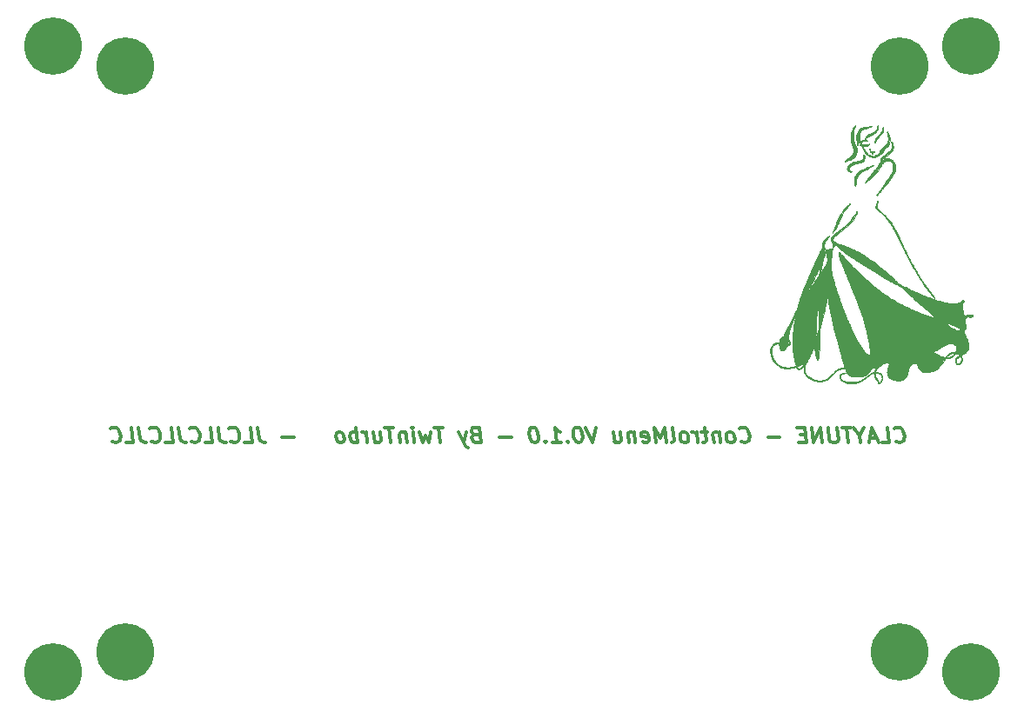
<source format=gbr>
G04 #@! TF.GenerationSoftware,KiCad,Pcbnew,(5.1.7)-1*
G04 #@! TF.CreationDate,2020-12-29T17:01:12+00:00*
G04 #@! TF.ProjectId,Panel,50616e65-6c2e-46b6-9963-61645f706362,rev?*
G04 #@! TF.SameCoordinates,Original*
G04 #@! TF.FileFunction,Copper,L2,Bot*
G04 #@! TF.FilePolarity,Positive*
%FSLAX46Y46*%
G04 Gerber Fmt 4.6, Leading zero omitted, Abs format (unit mm)*
G04 Created by KiCad (PCBNEW (5.1.7)-1) date 2020-12-29 17:01:12*
%MOMM*%
%LPD*%
G01*
G04 APERTURE LIST*
G04 #@! TA.AperFunction,NonConductor*
%ADD10C,0.300000*%
G04 #@! TD*
G04 #@! TA.AperFunction,EtchedComponent*
%ADD11C,0.010000*%
G04 #@! TD*
G04 #@! TA.AperFunction,ComponentPad*
%ADD12C,5.600000*%
G04 #@! TD*
G04 APERTURE END LIST*
D10*
X202786785Y-105795714D02*
X202867142Y-105867142D01*
X203090357Y-105938571D01*
X203233214Y-105938571D01*
X203438571Y-105867142D01*
X203563571Y-105724285D01*
X203617142Y-105581428D01*
X203652857Y-105295714D01*
X203626071Y-105081428D01*
X203518928Y-104795714D01*
X203429642Y-104652857D01*
X203268928Y-104510000D01*
X203045714Y-104438571D01*
X202902857Y-104438571D01*
X202697500Y-104510000D01*
X202635000Y-104581428D01*
X201447500Y-105938571D02*
X202161785Y-105938571D01*
X201974285Y-104438571D01*
X200965357Y-105510000D02*
X200251071Y-105510000D01*
X201161785Y-105938571D02*
X200474285Y-104438571D01*
X200161785Y-105938571D01*
X199286785Y-105224285D02*
X199376071Y-105938571D01*
X199688571Y-104438571D02*
X199286785Y-105224285D01*
X198688571Y-104438571D01*
X198402857Y-104438571D02*
X197545714Y-104438571D01*
X198161785Y-105938571D02*
X197974285Y-104438571D01*
X197045714Y-104438571D02*
X197197500Y-105652857D01*
X197143928Y-105795714D01*
X197081428Y-105867142D01*
X196947500Y-105938571D01*
X196661785Y-105938571D01*
X196510000Y-105867142D01*
X196429642Y-105795714D01*
X196340357Y-105652857D01*
X196188571Y-104438571D01*
X195661785Y-105938571D02*
X195474285Y-104438571D01*
X194804642Y-105938571D01*
X194617142Y-104438571D01*
X193992142Y-105152857D02*
X193492142Y-105152857D01*
X193376071Y-105938571D02*
X194090357Y-105938571D01*
X193902857Y-104438571D01*
X193188571Y-104438571D01*
X191518928Y-105367142D02*
X190376071Y-105367142D01*
X187715357Y-105795714D02*
X187795714Y-105867142D01*
X188018928Y-105938571D01*
X188161785Y-105938571D01*
X188367142Y-105867142D01*
X188492142Y-105724285D01*
X188545714Y-105581428D01*
X188581428Y-105295714D01*
X188554642Y-105081428D01*
X188447500Y-104795714D01*
X188358214Y-104652857D01*
X188197500Y-104510000D01*
X187974285Y-104438571D01*
X187831428Y-104438571D01*
X187626071Y-104510000D01*
X187563571Y-104581428D01*
X186876071Y-105938571D02*
X187010000Y-105867142D01*
X187072500Y-105795714D01*
X187126071Y-105652857D01*
X187072500Y-105224285D01*
X186983214Y-105081428D01*
X186902857Y-105010000D01*
X186751071Y-104938571D01*
X186536785Y-104938571D01*
X186402857Y-105010000D01*
X186340357Y-105081428D01*
X186286785Y-105224285D01*
X186340357Y-105652857D01*
X186429642Y-105795714D01*
X186510000Y-105867142D01*
X186661785Y-105938571D01*
X186876071Y-105938571D01*
X185608214Y-104938571D02*
X185733214Y-105938571D01*
X185626071Y-105081428D02*
X185545714Y-105010000D01*
X185393928Y-104938571D01*
X185179642Y-104938571D01*
X185045714Y-105010000D01*
X184992142Y-105152857D01*
X185090357Y-105938571D01*
X184465357Y-104938571D02*
X183893928Y-104938571D01*
X184188571Y-104438571D02*
X184349285Y-105724285D01*
X184295714Y-105867142D01*
X184161785Y-105938571D01*
X184018928Y-105938571D01*
X183518928Y-105938571D02*
X183393928Y-104938571D01*
X183429642Y-105224285D02*
X183340357Y-105081428D01*
X183260000Y-105010000D01*
X183108214Y-104938571D01*
X182965357Y-104938571D01*
X182376071Y-105938571D02*
X182510000Y-105867142D01*
X182572500Y-105795714D01*
X182626071Y-105652857D01*
X182572500Y-105224285D01*
X182483214Y-105081428D01*
X182402857Y-105010000D01*
X182251071Y-104938571D01*
X182036785Y-104938571D01*
X181902857Y-105010000D01*
X181840357Y-105081428D01*
X181786785Y-105224285D01*
X181840357Y-105652857D01*
X181929642Y-105795714D01*
X182010000Y-105867142D01*
X182161785Y-105938571D01*
X182376071Y-105938571D01*
X181018928Y-105938571D02*
X181152857Y-105867142D01*
X181206428Y-105724285D01*
X181045714Y-104438571D01*
X180447500Y-105938571D02*
X180260000Y-104438571D01*
X179893928Y-105510000D01*
X179260000Y-104438571D01*
X179447500Y-105938571D01*
X178152857Y-105867142D02*
X178304642Y-105938571D01*
X178590357Y-105938571D01*
X178724285Y-105867142D01*
X178777857Y-105724285D01*
X178706428Y-105152857D01*
X178617142Y-105010000D01*
X178465357Y-104938571D01*
X178179642Y-104938571D01*
X178045714Y-105010000D01*
X177992142Y-105152857D01*
X178010000Y-105295714D01*
X178742142Y-105438571D01*
X177322500Y-104938571D02*
X177447500Y-105938571D01*
X177340357Y-105081428D02*
X177260000Y-105010000D01*
X177108214Y-104938571D01*
X176893928Y-104938571D01*
X176760000Y-105010000D01*
X176706428Y-105152857D01*
X176804642Y-105938571D01*
X175322500Y-104938571D02*
X175447500Y-105938571D01*
X175965357Y-104938571D02*
X176063571Y-105724285D01*
X176010000Y-105867142D01*
X175876071Y-105938571D01*
X175661785Y-105938571D01*
X175510000Y-105867142D01*
X175429642Y-105795714D01*
X173617142Y-104438571D02*
X173304642Y-105938571D01*
X172617142Y-104438571D01*
X171831428Y-104438571D02*
X171688571Y-104438571D01*
X171554642Y-104510000D01*
X171492142Y-104581428D01*
X171438571Y-104724285D01*
X171402857Y-105010000D01*
X171447500Y-105367142D01*
X171554642Y-105652857D01*
X171643928Y-105795714D01*
X171724285Y-105867142D01*
X171876071Y-105938571D01*
X172018928Y-105938571D01*
X172152857Y-105867142D01*
X172215357Y-105795714D01*
X172268928Y-105652857D01*
X172304642Y-105367142D01*
X172260000Y-105010000D01*
X172152857Y-104724285D01*
X172063571Y-104581428D01*
X171983214Y-104510000D01*
X171831428Y-104438571D01*
X170858214Y-105795714D02*
X170795714Y-105867142D01*
X170876071Y-105938571D01*
X170938571Y-105867142D01*
X170858214Y-105795714D01*
X170876071Y-105938571D01*
X169376071Y-105938571D02*
X170233214Y-105938571D01*
X169804642Y-105938571D02*
X169617142Y-104438571D01*
X169786785Y-104652857D01*
X169947500Y-104795714D01*
X170099285Y-104867142D01*
X168715357Y-105795714D02*
X168652857Y-105867142D01*
X168733214Y-105938571D01*
X168795714Y-105867142D01*
X168715357Y-105795714D01*
X168733214Y-105938571D01*
X167545714Y-104438571D02*
X167402857Y-104438571D01*
X167268928Y-104510000D01*
X167206428Y-104581428D01*
X167152857Y-104724285D01*
X167117142Y-105010000D01*
X167161785Y-105367142D01*
X167268928Y-105652857D01*
X167358214Y-105795714D01*
X167438571Y-105867142D01*
X167590357Y-105938571D01*
X167733214Y-105938571D01*
X167867142Y-105867142D01*
X167929642Y-105795714D01*
X167983214Y-105652857D01*
X168018928Y-105367142D01*
X167974285Y-105010000D01*
X167867142Y-104724285D01*
X167777857Y-104581428D01*
X167697500Y-104510000D01*
X167545714Y-104438571D01*
X165376071Y-105367142D02*
X164233214Y-105367142D01*
X161849285Y-105152857D02*
X161643928Y-105224285D01*
X161581428Y-105295714D01*
X161527857Y-105438571D01*
X161554642Y-105652857D01*
X161643928Y-105795714D01*
X161724285Y-105867142D01*
X161876071Y-105938571D01*
X162447500Y-105938571D01*
X162260000Y-104438571D01*
X161760000Y-104438571D01*
X161626071Y-104510000D01*
X161563571Y-104581428D01*
X161510000Y-104724285D01*
X161527857Y-104867142D01*
X161617142Y-105010000D01*
X161697500Y-105081428D01*
X161849285Y-105152857D01*
X162349285Y-105152857D01*
X160965357Y-104938571D02*
X160733214Y-105938571D01*
X160251071Y-104938571D02*
X160733214Y-105938571D01*
X160920714Y-106295714D01*
X161001071Y-106367142D01*
X161152857Y-106438571D01*
X158688571Y-104438571D02*
X157831428Y-104438571D01*
X158447500Y-105938571D02*
X158260000Y-104438571D01*
X157536785Y-104938571D02*
X157376071Y-105938571D01*
X157001071Y-105224285D01*
X156804642Y-105938571D01*
X156393928Y-104938571D01*
X155947500Y-105938571D02*
X155822500Y-104938571D01*
X155760000Y-104438571D02*
X155840357Y-104510000D01*
X155777857Y-104581428D01*
X155697500Y-104510000D01*
X155760000Y-104438571D01*
X155777857Y-104581428D01*
X155108214Y-104938571D02*
X155233214Y-105938571D01*
X155126071Y-105081428D02*
X155045714Y-105010000D01*
X154893928Y-104938571D01*
X154679642Y-104938571D01*
X154545714Y-105010000D01*
X154492142Y-105152857D01*
X154590357Y-105938571D01*
X153902857Y-104438571D02*
X153045714Y-104438571D01*
X153661785Y-105938571D02*
X153474285Y-104438571D01*
X151965357Y-104938571D02*
X152090357Y-105938571D01*
X152608214Y-104938571D02*
X152706428Y-105724285D01*
X152652857Y-105867142D01*
X152518928Y-105938571D01*
X152304642Y-105938571D01*
X152152857Y-105867142D01*
X152072500Y-105795714D01*
X151376071Y-105938571D02*
X151251071Y-104938571D01*
X151286785Y-105224285D02*
X151197500Y-105081428D01*
X151117142Y-105010000D01*
X150965357Y-104938571D01*
X150822500Y-104938571D01*
X150447500Y-105938571D02*
X150260000Y-104438571D01*
X150331428Y-105010000D02*
X150179642Y-104938571D01*
X149893928Y-104938571D01*
X149760000Y-105010000D01*
X149697500Y-105081428D01*
X149643928Y-105224285D01*
X149697500Y-105652857D01*
X149786785Y-105795714D01*
X149867142Y-105867142D01*
X150018928Y-105938571D01*
X150304642Y-105938571D01*
X150438571Y-105867142D01*
X148876071Y-105938571D02*
X149010000Y-105867142D01*
X149072500Y-105795714D01*
X149126071Y-105652857D01*
X149072500Y-105224285D01*
X148983214Y-105081428D01*
X148902857Y-105010000D01*
X148751071Y-104938571D01*
X148536785Y-104938571D01*
X148402857Y-105010000D01*
X148340357Y-105081428D01*
X148286785Y-105224285D01*
X148340357Y-105652857D01*
X148429642Y-105795714D01*
X148510000Y-105867142D01*
X148661785Y-105938571D01*
X148876071Y-105938571D01*
X144233214Y-105367142D02*
X143090357Y-105367142D01*
X140688571Y-104438571D02*
X140822500Y-105510000D01*
X140920714Y-105724285D01*
X141081428Y-105867142D01*
X141304642Y-105938571D01*
X141447500Y-105938571D01*
X139447500Y-105938571D02*
X140161785Y-105938571D01*
X139974285Y-104438571D01*
X138072500Y-105795714D02*
X138152857Y-105867142D01*
X138376071Y-105938571D01*
X138518928Y-105938571D01*
X138724285Y-105867142D01*
X138849285Y-105724285D01*
X138902857Y-105581428D01*
X138938571Y-105295714D01*
X138911785Y-105081428D01*
X138804642Y-104795714D01*
X138715357Y-104652857D01*
X138554642Y-104510000D01*
X138331428Y-104438571D01*
X138188571Y-104438571D01*
X137983214Y-104510000D01*
X137920714Y-104581428D01*
X136831428Y-104438571D02*
X136965357Y-105510000D01*
X137063571Y-105724285D01*
X137224285Y-105867142D01*
X137447500Y-105938571D01*
X137590357Y-105938571D01*
X135590357Y-105938571D02*
X136304642Y-105938571D01*
X136117142Y-104438571D01*
X134215357Y-105795714D02*
X134295714Y-105867142D01*
X134518928Y-105938571D01*
X134661785Y-105938571D01*
X134867142Y-105867142D01*
X134992142Y-105724285D01*
X135045714Y-105581428D01*
X135081428Y-105295714D01*
X135054642Y-105081428D01*
X134947500Y-104795714D01*
X134858214Y-104652857D01*
X134697500Y-104510000D01*
X134474285Y-104438571D01*
X134331428Y-104438571D01*
X134126071Y-104510000D01*
X134063571Y-104581428D01*
X132974285Y-104438571D02*
X133108214Y-105510000D01*
X133206428Y-105724285D01*
X133367142Y-105867142D01*
X133590357Y-105938571D01*
X133733214Y-105938571D01*
X131733214Y-105938571D02*
X132447500Y-105938571D01*
X132260000Y-104438571D01*
X130358214Y-105795714D02*
X130438571Y-105867142D01*
X130661785Y-105938571D01*
X130804642Y-105938571D01*
X131010000Y-105867142D01*
X131135000Y-105724285D01*
X131188571Y-105581428D01*
X131224285Y-105295714D01*
X131197500Y-105081428D01*
X131090357Y-104795714D01*
X131001071Y-104652857D01*
X130840357Y-104510000D01*
X130617142Y-104438571D01*
X130474285Y-104438571D01*
X130268928Y-104510000D01*
X130206428Y-104581428D01*
X129117142Y-104438571D02*
X129251071Y-105510000D01*
X129349285Y-105724285D01*
X129510000Y-105867142D01*
X129733214Y-105938571D01*
X129876071Y-105938571D01*
X127876071Y-105938571D02*
X128590357Y-105938571D01*
X128402857Y-104438571D01*
X126501071Y-105795714D02*
X126581428Y-105867142D01*
X126804642Y-105938571D01*
X126947500Y-105938571D01*
X127152857Y-105867142D01*
X127277857Y-105724285D01*
X127331428Y-105581428D01*
X127367142Y-105295714D01*
X127340357Y-105081428D01*
X127233214Y-104795714D01*
X127143928Y-104652857D01*
X126983214Y-104510000D01*
X126760000Y-104438571D01*
X126617142Y-104438571D01*
X126411785Y-104510000D01*
X126349285Y-104581428D01*
D11*
G36*
X198978474Y-83376062D02*
G01*
X198943875Y-83432580D01*
X198900823Y-83512837D01*
X198889900Y-83534543D01*
X198824005Y-83651555D01*
X198732568Y-83792675D01*
X198624902Y-83944985D01*
X198510326Y-84095571D01*
X198398153Y-84231516D01*
X198342081Y-84294054D01*
X198265743Y-84377554D01*
X198187546Y-84465401D01*
X198149563Y-84509202D01*
X198067383Y-84598648D01*
X197960479Y-84705524D01*
X197843820Y-84815472D01*
X197732371Y-84914134D01*
X197694905Y-84945351D01*
X197638473Y-84991911D01*
X197600260Y-85024506D01*
X197593204Y-85031040D01*
X197550670Y-85068834D01*
X197476833Y-85128367D01*
X197381852Y-85201939D01*
X197275889Y-85281853D01*
X197169101Y-85360407D01*
X197071651Y-85429904D01*
X197021131Y-85464560D01*
X196834056Y-85595273D01*
X196689238Y-85709506D01*
X196582818Y-85812197D01*
X196510935Y-85908284D01*
X196469727Y-86002705D01*
X196455333Y-86100401D01*
X196460228Y-86181987D01*
X196480601Y-86266460D01*
X196518252Y-86370264D01*
X196565422Y-86475885D01*
X196614355Y-86565805D01*
X196653862Y-86619210D01*
X196676143Y-86673349D01*
X196668413Y-86744496D01*
X196640559Y-86799956D01*
X196610750Y-86864603D01*
X196602421Y-86915289D01*
X196579665Y-86993652D01*
X196516339Y-87044616D01*
X196416504Y-87065150D01*
X196401300Y-87065426D01*
X196311452Y-87075415D01*
X196228162Y-87100021D01*
X196216046Y-87105728D01*
X196151647Y-87130131D01*
X196112815Y-87120590D01*
X196110522Y-87118440D01*
X196063835Y-87094512D01*
X196006442Y-87090683D01*
X195958631Y-87105179D01*
X195940551Y-87133318D01*
X195930366Y-87178965D01*
X195904028Y-87249842D01*
X195867861Y-87332597D01*
X195828190Y-87413878D01*
X195791340Y-87480332D01*
X195763635Y-87518609D01*
X195755923Y-87523084D01*
X195743291Y-87501273D01*
X195747575Y-87445365D01*
X195748561Y-87440451D01*
X195761799Y-87366377D01*
X195776318Y-87270023D01*
X195783228Y-87217978D01*
X195795427Y-87137874D01*
X195810437Y-87096933D01*
X195834709Y-87083598D01*
X195857918Y-87084195D01*
X195902547Y-87072551D01*
X195916941Y-87038998D01*
X195892643Y-87003687D01*
X195891900Y-87003222D01*
X195867794Y-86973331D01*
X195833214Y-86913960D01*
X195815674Y-86879383D01*
X195787371Y-86817665D01*
X195775821Y-86771591D01*
X195780701Y-86721807D01*
X195801690Y-86648961D01*
X195811339Y-86618913D01*
X195840435Y-86524903D01*
X195864870Y-86439433D01*
X195876152Y-86394758D01*
X195901187Y-86340639D01*
X195952119Y-86266193D01*
X196018438Y-86186597D01*
X196025788Y-86178642D01*
X196141892Y-86051455D01*
X196223553Y-85955005D01*
X196273682Y-85885529D01*
X196295192Y-85839261D01*
X196296507Y-85828629D01*
X196280494Y-85802107D01*
X196235534Y-85811437D01*
X196166248Y-85854271D01*
X196077255Y-85928263D01*
X196049672Y-85954018D01*
X195970994Y-86025399D01*
X195894931Y-86088289D01*
X195840113Y-86127634D01*
X195779427Y-86182416D01*
X195728896Y-86257103D01*
X195722859Y-86270102D01*
X195675363Y-86399430D01*
X195639705Y-86532440D01*
X195617427Y-86658322D01*
X195610070Y-86766265D01*
X195619175Y-86845459D01*
X195636190Y-86878022D01*
X195646849Y-86912296D01*
X195627932Y-86969513D01*
X195577138Y-87055303D01*
X195543838Y-87103922D01*
X195516335Y-87150244D01*
X195471144Y-87234672D01*
X195412197Y-87349287D01*
X195343427Y-87486172D01*
X195268768Y-87637406D01*
X195192153Y-87795071D01*
X195117515Y-87951248D01*
X195048788Y-88098020D01*
X195032542Y-88133294D01*
X194987693Y-88230469D01*
X194933401Y-88347284D01*
X194884856Y-88451112D01*
X194838279Y-88551310D01*
X194794980Y-88646087D01*
X194763993Y-88715665D01*
X194762950Y-88718079D01*
X194733044Y-88786200D01*
X194690940Y-88880601D01*
X194645553Y-88981300D01*
X194643854Y-88985045D01*
X194598427Y-89085603D01*
X194555805Y-89180631D01*
X194524954Y-89250136D01*
X194524131Y-89252012D01*
X194491148Y-89326227D01*
X194448530Y-89420787D01*
X194421204Y-89480841D01*
X194348073Y-89644270D01*
X194289993Y-89782502D01*
X194268439Y-89836797D01*
X194244807Y-89893444D01*
X194208421Y-89976548D01*
X194174054Y-90052913D01*
X194134650Y-90140278D01*
X194101634Y-90215185D01*
X194084248Y-90256317D01*
X194065207Y-90304464D01*
X194034043Y-90383553D01*
X193997217Y-90477193D01*
X193994092Y-90485146D01*
X193949190Y-90596527D01*
X193901266Y-90710922D01*
X193864492Y-90795033D01*
X193831568Y-90873790D01*
X193809894Y-90937108D01*
X193804815Y-90962748D01*
X193793202Y-91012057D01*
X193762460Y-91090444D01*
X193718734Y-91182865D01*
X193701478Y-91215782D01*
X193680709Y-91279856D01*
X193677688Y-91309626D01*
X193666090Y-91358443D01*
X193652263Y-91375035D01*
X193630597Y-91411043D01*
X193626837Y-91438039D01*
X193615748Y-91491958D01*
X193588628Y-91561345D01*
X193584397Y-91570022D01*
X193540588Y-91658461D01*
X193515151Y-91713872D01*
X193503186Y-91748440D01*
X193499793Y-91774351D01*
X193499710Y-91780635D01*
X193490146Y-91828570D01*
X193466836Y-91895035D01*
X193464016Y-91901750D01*
X193434319Y-91980925D01*
X193404501Y-92074839D01*
X193397554Y-92099660D01*
X193374583Y-92180827D01*
X193353561Y-92248317D01*
X193347733Y-92264925D01*
X193299505Y-92403459D01*
X193264914Y-92523205D01*
X193247077Y-92612798D01*
X193245330Y-92638450D01*
X193236888Y-92694757D01*
X193220030Y-92722583D01*
X193201734Y-92756943D01*
X193194605Y-92813298D01*
X193183107Y-92859334D01*
X193150146Y-92945109D01*
X193098026Y-93065405D01*
X193029046Y-93215006D01*
X192945510Y-93388692D01*
X192900853Y-93479215D01*
X192808131Y-93665575D01*
X192734696Y-93812599D01*
X192677284Y-93926529D01*
X192632629Y-94013605D01*
X192597468Y-94080068D01*
X192568536Y-94132159D01*
X192542568Y-94176120D01*
X192516300Y-94218190D01*
X192505363Y-94235287D01*
X192471723Y-94290852D01*
X192424725Y-94372337D01*
X192380415Y-94451512D01*
X192325018Y-94551935D01*
X192268414Y-94654358D01*
X192232906Y-94718479D01*
X192195148Y-94786964D01*
X192166795Y-94840386D01*
X192139855Y-94894784D01*
X192106336Y-94966196D01*
X192068191Y-95049009D01*
X192026668Y-95145745D01*
X191989846Y-95242204D01*
X191973878Y-95290551D01*
X191930405Y-95419759D01*
X191886594Y-95506857D01*
X191836635Y-95560294D01*
X191774718Y-95588514D01*
X191767720Y-95590257D01*
X191667128Y-95637770D01*
X191576077Y-95724104D01*
X191502611Y-95837249D01*
X191454769Y-95965197D01*
X191440251Y-96079254D01*
X191440251Y-96167728D01*
X191273522Y-96167728D01*
X191113151Y-96185939D01*
X190966437Y-96243549D01*
X190823388Y-96345024D01*
X190772397Y-96391672D01*
X190692803Y-96477208D01*
X190637311Y-96562501D01*
X190601970Y-96659431D01*
X190582828Y-96779874D01*
X190575934Y-96935708D01*
X190575660Y-96983013D01*
X190578951Y-97145137D01*
X190591161Y-97275589D01*
X190615565Y-97393234D01*
X190655431Y-97516937D01*
X190678987Y-97578839D01*
X190699361Y-97632636D01*
X190728149Y-97710815D01*
X190742531Y-97750461D01*
X190771385Y-97819455D01*
X190797290Y-97863172D01*
X190808069Y-97871232D01*
X190825930Y-97892557D01*
X190830040Y-97922083D01*
X190838993Y-97963423D01*
X190851385Y-97972933D01*
X190876407Y-97993451D01*
X190901669Y-98036451D01*
X190957675Y-98124756D01*
X191045454Y-98223030D01*
X191155140Y-98323815D01*
X191276868Y-98419657D01*
X191400773Y-98503099D01*
X191516990Y-98566686D01*
X191615653Y-98602961D01*
X191658653Y-98608569D01*
X191710071Y-98617229D01*
X191730677Y-98630814D01*
X191760608Y-98644771D01*
X191828085Y-98662288D01*
X191920250Y-98680190D01*
X191950887Y-98685176D01*
X192035398Y-98696943D01*
X192113504Y-98703675D01*
X192196093Y-98705152D01*
X192294051Y-98701150D01*
X192418263Y-98691448D01*
X192579617Y-98675824D01*
X192622069Y-98671478D01*
X192684437Y-98661935D01*
X192765608Y-98643152D01*
X192876342Y-98612423D01*
X192980294Y-98581421D01*
X193060729Y-98561229D01*
X193103749Y-98563139D01*
X193118106Y-98587935D01*
X193118329Y-98593796D01*
X193137719Y-98664572D01*
X193185571Y-98736055D01*
X193246405Y-98788097D01*
X193277238Y-98800618D01*
X193363428Y-98810117D01*
X193445992Y-98795792D01*
X193533724Y-98753471D01*
X193635420Y-98678985D01*
X193752021Y-98575527D01*
X193812730Y-98520410D01*
X193843841Y-98498307D01*
X193851755Y-98506312D01*
X193845482Y-98533113D01*
X193809281Y-98734965D01*
X193823458Y-98933385D01*
X193887580Y-99126948D01*
X194001214Y-99314230D01*
X194126476Y-99457572D01*
X194303055Y-99610338D01*
X194499577Y-99739426D01*
X194700551Y-99835358D01*
X194796407Y-99867515D01*
X194901575Y-99898056D01*
X195009613Y-99930541D01*
X195054073Y-99944345D01*
X195193801Y-99972182D01*
X195361303Y-99980706D01*
X195539535Y-99971241D01*
X195711454Y-99945108D01*
X195860016Y-99903630D01*
X195921137Y-99877077D01*
X195971630Y-99857792D01*
X195992410Y-99854415D01*
X196027772Y-99839048D01*
X196092091Y-99797793D01*
X196175767Y-99737921D01*
X196269204Y-99666703D01*
X196362804Y-99591409D01*
X196446971Y-99519310D01*
X196499910Y-99469955D01*
X196568869Y-99399275D01*
X196656372Y-99305873D01*
X196747739Y-99205524D01*
X196785828Y-99162730D01*
X196936543Y-99012180D01*
X197095196Y-98890164D01*
X197251264Y-98804196D01*
X197326237Y-98776724D01*
X197387792Y-98764700D01*
X197481961Y-98753203D01*
X197590534Y-98744365D01*
X197613723Y-98743033D01*
X197740609Y-98740305D01*
X197825008Y-98749841D01*
X197874381Y-98774354D01*
X197896188Y-98816560D01*
X197899117Y-98846867D01*
X197914995Y-98910522D01*
X197937255Y-98950315D01*
X197966898Y-99006073D01*
X197974585Y-99041720D01*
X197992276Y-99089546D01*
X198025436Y-99129790D01*
X198063537Y-99174243D01*
X198076287Y-99205180D01*
X198095440Y-99246660D01*
X198144114Y-99303274D01*
X198209131Y-99362542D01*
X198277310Y-99411985D01*
X198316602Y-99432745D01*
X198393584Y-99452651D01*
X198511260Y-99467802D01*
X198659696Y-99478187D01*
X198828957Y-99483792D01*
X199009108Y-99484608D01*
X199190216Y-99480622D01*
X199362344Y-99471821D01*
X199515559Y-99458194D01*
X199639926Y-99439730D01*
X199665376Y-99434350D01*
X199844357Y-99368129D01*
X199999311Y-99258380D01*
X200126267Y-99108302D01*
X200176090Y-99022886D01*
X200243981Y-98914396D01*
X200254466Y-98901926D01*
X198166743Y-98901926D01*
X198146416Y-98913541D01*
X198140745Y-98913674D01*
X198108697Y-98892428D01*
X198101712Y-98862823D01*
X198106683Y-98821441D01*
X198113530Y-98811972D01*
X198133228Y-98831436D01*
X198152563Y-98862823D01*
X198166743Y-98901926D01*
X200254466Y-98901926D01*
X200327590Y-98814967D01*
X200412722Y-98740568D01*
X200444150Y-98721328D01*
X200548188Y-98673957D01*
X200590301Y-98659420D01*
X197798911Y-98659420D01*
X197581518Y-98659420D01*
X197460287Y-98662325D01*
X197370754Y-98673339D01*
X197293979Y-98695909D01*
X197232364Y-98722983D01*
X197157389Y-98757554D01*
X197100970Y-98780639D01*
X197080130Y-98786547D01*
X197044510Y-98801695D01*
X196983974Y-98848197D01*
X196896843Y-98927637D01*
X196781436Y-99041600D01*
X196636076Y-99191671D01*
X196512623Y-99322228D01*
X196360775Y-99472031D01*
X196206912Y-99601823D01*
X196058057Y-99706909D01*
X195921235Y-99782593D01*
X195803468Y-99824181D01*
X195751907Y-99830776D01*
X195677487Y-99839238D01*
X195622733Y-99854415D01*
X195556604Y-99868835D01*
X195454278Y-99874952D01*
X195329692Y-99872977D01*
X195196781Y-99863124D01*
X195071815Y-99846016D01*
X194983277Y-99828273D01*
X194915367Y-99810631D01*
X194883243Y-99797174D01*
X194843294Y-99780191D01*
X194822425Y-99778139D01*
X194781090Y-99767409D01*
X194708326Y-99738905D01*
X194617901Y-99698157D01*
X194591477Y-99685397D01*
X194431902Y-99590559D01*
X194277127Y-99468639D01*
X194139637Y-99331412D01*
X194031919Y-99190654D01*
X193991701Y-99119737D01*
X193960510Y-99051410D01*
X193940366Y-98990160D01*
X193928960Y-98921738D01*
X193923980Y-98831894D01*
X193923117Y-98706378D01*
X193923147Y-98696905D01*
X193924619Y-98569894D01*
X193929548Y-98480212D01*
X193940294Y-98414348D01*
X193959219Y-98358792D01*
X193988684Y-98300033D01*
X193994263Y-98289921D01*
X194036212Y-98215959D01*
X194056507Y-98181867D01*
X193891427Y-98181867D01*
X193879794Y-98216656D01*
X193847666Y-98270796D01*
X193799499Y-98338091D01*
X193739750Y-98412349D01*
X193672877Y-98487374D01*
X193603336Y-98556973D01*
X193535584Y-98614952D01*
X193530519Y-98618794D01*
X193422494Y-98685655D01*
X193335662Y-98707345D01*
X193268211Y-98684044D01*
X193235667Y-98647602D01*
X193203366Y-98579237D01*
X193196638Y-98520718D01*
X193215698Y-98485796D01*
X193233088Y-98481442D01*
X193287962Y-98469799D01*
X193315721Y-98457806D01*
X193357367Y-98436642D01*
X193403678Y-98413733D01*
X193052156Y-98413733D01*
X193023494Y-98463260D01*
X192956590Y-98481436D01*
X192955035Y-98481442D01*
X192899500Y-98491155D01*
X192875516Y-98504263D01*
X192836374Y-98521906D01*
X192769285Y-98537271D01*
X192749660Y-98540146D01*
X192656162Y-98555849D01*
X192565493Y-98576486D01*
X192558969Y-98578286D01*
X192438238Y-98598928D01*
X192286823Y-98605191D01*
X192122649Y-98597631D01*
X191963642Y-98576802D01*
X191874096Y-98557092D01*
X191764722Y-98524881D01*
X191659259Y-98488640D01*
X191580425Y-98456178D01*
X191580033Y-98455989D01*
X191511581Y-98425346D01*
X191461193Y-98407248D01*
X191449730Y-98405166D01*
X191413759Y-98389339D01*
X191374472Y-98358638D01*
X191315818Y-98310167D01*
X191253722Y-98265715D01*
X191188271Y-98208248D01*
X191111387Y-98118310D01*
X191029690Y-98006508D01*
X190949796Y-97883452D01*
X190878323Y-97759750D01*
X190821888Y-97646011D01*
X190787108Y-97552841D01*
X190779189Y-97504989D01*
X190767900Y-97451587D01*
X190743817Y-97393242D01*
X190728539Y-97337389D01*
X190716586Y-97243961D01*
X190708278Y-97126150D01*
X190703940Y-96997142D01*
X190703893Y-96870128D01*
X190708460Y-96758296D01*
X190717963Y-96674835D01*
X190725535Y-96645474D01*
X190792781Y-96532123D01*
X190899542Y-96427428D01*
X191034484Y-96339522D01*
X191186275Y-96276536D01*
X191267808Y-96256386D01*
X191342683Y-96252445D01*
X191394629Y-96278610D01*
X191401020Y-96284683D01*
X191431203Y-96320418D01*
X191423163Y-96344862D01*
X191398576Y-96364523D01*
X191366226Y-96393008D01*
X191375287Y-96412245D01*
X191395756Y-96424714D01*
X191432267Y-96468759D01*
X191440251Y-96504210D01*
X191446977Y-96557626D01*
X191464361Y-96639295D01*
X191482024Y-96707364D01*
X191528696Y-96829446D01*
X191591183Y-96907466D01*
X191676166Y-96947388D01*
X191760613Y-96955916D01*
X191877383Y-96931260D01*
X191981876Y-96857965D01*
X192072809Y-96737038D01*
X192097526Y-96691077D01*
X192157469Y-96598609D01*
X192235439Y-96537689D01*
X192262119Y-96524112D01*
X192361703Y-96464593D01*
X192424339Y-96391455D01*
X192456797Y-96292954D01*
X192465822Y-96170759D01*
X192465158Y-96148368D01*
X192372322Y-96148368D01*
X192350656Y-96263345D01*
X192303191Y-96347846D01*
X192253413Y-96405753D01*
X192220624Y-96419161D01*
X192208182Y-96388388D01*
X192213650Y-96339350D01*
X192227065Y-96267437D01*
X192243968Y-96171126D01*
X192254934Y-96106023D01*
X192270037Y-96023990D01*
X192283911Y-95964483D01*
X192291929Y-95943210D01*
X192307975Y-95956395D01*
X192333893Y-96003910D01*
X192344779Y-96028576D01*
X192372322Y-96148368D01*
X192465158Y-96148368D01*
X192462777Y-96068201D01*
X192448094Y-95993597D01*
X192416027Y-95924394D01*
X192393782Y-95888048D01*
X192350386Y-95811151D01*
X192329656Y-95741466D01*
X192325257Y-95653982D01*
X192326155Y-95621082D01*
X192333020Y-95523475D01*
X192344739Y-95434850D01*
X192353984Y-95392253D01*
X192370576Y-95329678D01*
X192393311Y-95236745D01*
X192417471Y-95132777D01*
X192419161Y-95125286D01*
X192447110Y-95010798D01*
X192481941Y-94882190D01*
X192519805Y-94752250D01*
X192556850Y-94633768D01*
X192589223Y-94539535D01*
X192612392Y-94483639D01*
X192632101Y-94426927D01*
X192635246Y-94401869D01*
X192644897Y-94355569D01*
X192668880Y-94287284D01*
X192676908Y-94268040D01*
X192708684Y-94193145D01*
X192734257Y-94130346D01*
X192737879Y-94120981D01*
X192772116Y-94040491D01*
X192822282Y-93934278D01*
X192879503Y-93821012D01*
X192888889Y-93803164D01*
X192925297Y-93731331D01*
X192953569Y-93670455D01*
X192956541Y-93663324D01*
X192969706Y-93643858D01*
X192978826Y-93666581D01*
X192985509Y-93732378D01*
X192985075Y-93815536D01*
X192974107Y-93884159D01*
X192967134Y-93902328D01*
X192949812Y-93959783D01*
X192940741Y-94038830D01*
X192940351Y-94057418D01*
X192933563Y-94138212D01*
X192916774Y-94205067D01*
X192912095Y-94215259D01*
X192895890Y-94264927D01*
X192878421Y-94348945D01*
X192862955Y-94451015D01*
X192860155Y-94474198D01*
X192837773Y-94668654D01*
X192819990Y-94822104D01*
X192805666Y-94944069D01*
X192793660Y-95044067D01*
X192782832Y-95131619D01*
X192772042Y-95216246D01*
X192762367Y-95290551D01*
X192748704Y-95426004D01*
X192738492Y-95591652D01*
X192731620Y-95779578D01*
X192727981Y-95981862D01*
X192727465Y-96190588D01*
X192729964Y-96397837D01*
X192735369Y-96595692D01*
X192743571Y-96776234D01*
X192754462Y-96931547D01*
X192767933Y-97053711D01*
X192783875Y-97134810D01*
X192787863Y-97146777D01*
X192804945Y-97217871D01*
X192813107Y-97303292D01*
X192813224Y-97313163D01*
X192815225Y-97370749D01*
X192822591Y-97433905D01*
X192837362Y-97513950D01*
X192861580Y-97622207D01*
X192890933Y-97744105D01*
X192914240Y-97842074D01*
X192936707Y-97940747D01*
X192940973Y-97960221D01*
X192972208Y-98101071D01*
X192996780Y-98202897D01*
X193017533Y-98276632D01*
X193037312Y-98333205D01*
X193039346Y-98338338D01*
X193052156Y-98413733D01*
X193403678Y-98413733D01*
X193431932Y-98399757D01*
X193526526Y-98353503D01*
X193575986Y-98329489D01*
X193675662Y-98280310D01*
X193761400Y-98236373D01*
X193820321Y-98204351D01*
X193835377Y-98195115D01*
X193878107Y-98172622D01*
X193891427Y-98181867D01*
X194056507Y-98181867D01*
X194070037Y-98159139D01*
X194083787Y-98138199D01*
X194116866Y-98086717D01*
X194166250Y-97999864D01*
X194226452Y-97888212D01*
X194291984Y-97762335D01*
X194357357Y-97632803D01*
X194417084Y-97510191D01*
X194465677Y-97405072D01*
X194473111Y-97388149D01*
X194506849Y-97310975D01*
X194548430Y-97216466D01*
X194568064Y-97172032D01*
X194608304Y-97079834D01*
X194646409Y-96990449D01*
X194660757Y-96955916D01*
X194691633Y-96884387D01*
X194718874Y-96827422D01*
X194721362Y-96822778D01*
X194742447Y-96758901D01*
X194745556Y-96728933D01*
X194756217Y-96680757D01*
X194769025Y-96664733D01*
X194790730Y-96631621D01*
X194809232Y-96574022D01*
X194826883Y-96519118D01*
X194844110Y-96513344D01*
X194860068Y-96554982D01*
X194873910Y-96642313D01*
X194881178Y-96720193D01*
X194896324Y-96889168D01*
X194915601Y-97059847D01*
X194937575Y-97222925D01*
X194960812Y-97369094D01*
X194983877Y-97489047D01*
X195005336Y-97573479D01*
X195017397Y-97604265D01*
X195062474Y-97699472D01*
X195103630Y-97804366D01*
X195111121Y-97826737D01*
X195143497Y-97864718D01*
X195189453Y-97866360D01*
X195218644Y-97841409D01*
X195242276Y-97789424D01*
X195263076Y-97712749D01*
X195281259Y-97608373D01*
X195297039Y-97473287D01*
X195310630Y-97304478D01*
X195322247Y-97098937D01*
X195332103Y-96853653D01*
X195340414Y-96565617D01*
X195347394Y-96231816D01*
X195351526Y-95974548D01*
X195356603Y-95659832D01*
X195362032Y-95394696D01*
X195367860Y-95177870D01*
X195374137Y-95008086D01*
X195380909Y-94884073D01*
X195388224Y-94804561D01*
X195396131Y-94768281D01*
X195397066Y-94766841D01*
X195422384Y-94716397D01*
X195439468Y-94654915D01*
X195456942Y-94575149D01*
X195477675Y-94497417D01*
X195260159Y-94497417D01*
X195259799Y-94638608D01*
X195258271Y-94753691D01*
X195255516Y-94846200D01*
X195251479Y-94919667D01*
X195246103Y-94977628D01*
X195239331Y-95023616D01*
X195231106Y-95061165D01*
X195221372Y-95093808D01*
X195210073Y-95125080D01*
X195205101Y-95137998D01*
X195150333Y-95287172D01*
X195117122Y-95397096D01*
X195108386Y-95437058D01*
X195091708Y-95493257D01*
X195073155Y-95521192D01*
X195055558Y-95554795D01*
X195050661Y-95595077D01*
X195042807Y-95666663D01*
X195023206Y-95718963D01*
X195001810Y-95735496D01*
X194997060Y-95711266D01*
X194993592Y-95643333D01*
X194991512Y-95538830D01*
X194990924Y-95404892D01*
X194991937Y-95248651D01*
X194993194Y-95157067D01*
X194996990Y-94982517D01*
X195002370Y-94817855D01*
X195008889Y-94672368D01*
X195016105Y-94555344D01*
X195023575Y-94476070D01*
X195026612Y-94456617D01*
X195036234Y-94381865D01*
X195044051Y-94271842D01*
X195049191Y-94142119D01*
X195050808Y-94024385D01*
X195053148Y-93885956D01*
X195059374Y-93749431D01*
X195068489Y-93632096D01*
X195077540Y-93561622D01*
X195087010Y-93488540D01*
X195097634Y-93375384D01*
X195108594Y-93232891D01*
X195119069Y-93071799D01*
X195128239Y-92902847D01*
X195128962Y-92887848D01*
X195141641Y-92623523D01*
X195152340Y-92405483D01*
X195161364Y-92229212D01*
X195169019Y-92090195D01*
X195175608Y-91983917D01*
X195181438Y-91905862D01*
X195186814Y-91851517D01*
X195192040Y-91816365D01*
X195197421Y-91795891D01*
X195203263Y-91785581D01*
X195203448Y-91785381D01*
X195208062Y-91805350D01*
X195213054Y-91871213D01*
X195218258Y-91978019D01*
X195223507Y-92120816D01*
X195228637Y-92294650D01*
X195233480Y-92494570D01*
X195237871Y-92715622D01*
X195240943Y-92904100D01*
X195246407Y-93276151D01*
X195251042Y-93600892D01*
X195254791Y-93881854D01*
X195257598Y-94122574D01*
X195259407Y-94326583D01*
X195260159Y-94497417D01*
X195477675Y-94497417D01*
X195479640Y-94490050D01*
X195479759Y-94489650D01*
X195502594Y-94413039D01*
X195531659Y-94315707D01*
X195548069Y-94260821D01*
X195576212Y-94160991D01*
X195601329Y-94062356D01*
X195611056Y-94019280D01*
X195629898Y-93936803D01*
X195655788Y-93833204D01*
X195673872Y-93765025D01*
X195700457Y-93666075D01*
X195724901Y-93572425D01*
X195737204Y-93523484D01*
X195781285Y-93341284D01*
X195815409Y-93196702D01*
X195842074Y-93078054D01*
X195863777Y-92973655D01*
X195883015Y-92871821D01*
X195902285Y-92760867D01*
X195909766Y-92716114D01*
X195926529Y-92636092D01*
X195945690Y-92573650D01*
X195953499Y-92557205D01*
X195970365Y-92511624D01*
X195988161Y-92435603D01*
X195997860Y-92379340D01*
X196025368Y-92198685D01*
X196049129Y-92055631D01*
X196071445Y-91937290D01*
X196094622Y-91830775D01*
X196100156Y-91807268D01*
X196120619Y-91731832D01*
X196137080Y-91699335D01*
X196151004Y-91711638D01*
X196163859Y-91770605D01*
X196177111Y-91878096D01*
X196180279Y-91908969D01*
X196195319Y-92040783D01*
X196215727Y-92194359D01*
X196239482Y-92356713D01*
X196264557Y-92514862D01*
X196288932Y-92655821D01*
X196310581Y-92766606D01*
X196320860Y-92811021D01*
X196338600Y-92886825D01*
X196359742Y-92986118D01*
X196373065Y-93053114D01*
X196404914Y-93213930D01*
X196436958Y-93366742D01*
X196466602Y-93499744D01*
X196491254Y-93601128D01*
X196501916Y-93639703D01*
X196519225Y-93720314D01*
X196525336Y-93787571D01*
X196535381Y-93860378D01*
X196552561Y-93908228D01*
X196573007Y-93962460D01*
X196594621Y-94043656D01*
X196604517Y-94090890D01*
X196623455Y-94191587D01*
X196642303Y-94291459D01*
X196648714Y-94325315D01*
X196665590Y-94398074D01*
X196683285Y-94451079D01*
X196687290Y-94458867D01*
X196702617Y-94500273D01*
X196720958Y-94572435D01*
X196731387Y-94623202D01*
X196766127Y-94799297D01*
X196800743Y-94952127D01*
X196841405Y-95108888D01*
X196842410Y-95112573D01*
X196889426Y-95288243D01*
X196925421Y-95431406D01*
X196953350Y-95553121D01*
X196971361Y-95623254D01*
X196988900Y-95672829D01*
X196991939Y-95678549D01*
X197007213Y-95718682D01*
X197026281Y-95788675D01*
X197035538Y-95829142D01*
X197071324Y-95986391D01*
X197110618Y-96135857D01*
X197149609Y-96269430D01*
X197177910Y-96369229D01*
X197203158Y-96467842D01*
X197212942Y-96510971D01*
X197233186Y-96595671D01*
X197261167Y-96698440D01*
X197277187Y-96752513D01*
X197304087Y-96850248D01*
X197325262Y-96945328D01*
X197332259Y-96987857D01*
X197345621Y-97053425D01*
X197363294Y-97093970D01*
X197367060Y-97097416D01*
X197384299Y-97130774D01*
X197390701Y-97179889D01*
X197404480Y-97255263D01*
X197427938Y-97311872D01*
X197455001Y-97385116D01*
X197465175Y-97456568D01*
X197473054Y-97517644D01*
X197490837Y-97552976D01*
X197491502Y-97553414D01*
X197509495Y-97587511D01*
X197517796Y-97648135D01*
X197517828Y-97650260D01*
X197530322Y-97730727D01*
X197555065Y-97794955D01*
X197583261Y-97868353D01*
X197592303Y-97926938D01*
X197601520Y-97983276D01*
X197618629Y-98011071D01*
X197635946Y-98044942D01*
X197643984Y-98106330D01*
X197644054Y-98112773D01*
X197650104Y-98174979D01*
X197664845Y-98211351D01*
X197666597Y-98212694D01*
X197685518Y-98244728D01*
X197703758Y-98306302D01*
X197707011Y-98322252D01*
X197723617Y-98391218D01*
X197741632Y-98438574D01*
X197744716Y-98443304D01*
X197761994Y-98483596D01*
X197779074Y-98550194D01*
X197781731Y-98564074D01*
X197798911Y-98659420D01*
X200590301Y-98659420D01*
X200649316Y-98639049D01*
X200739810Y-98617514D01*
X200811947Y-98610262D01*
X200858004Y-98618204D01*
X200870258Y-98642249D01*
X200850798Y-98673404D01*
X200819329Y-98717719D01*
X200779478Y-98786621D01*
X200739801Y-98863464D01*
X200708855Y-98931603D01*
X200695195Y-98974393D01*
X200695105Y-98976278D01*
X200673963Y-99008989D01*
X200622780Y-99046379D01*
X200559919Y-99077547D01*
X200503744Y-99091592D01*
X200500755Y-99091652D01*
X200466016Y-99105924D01*
X200399714Y-99144575D01*
X200310882Y-99201357D01*
X200208551Y-99270022D01*
X200101754Y-99344324D01*
X199999521Y-99418014D01*
X199910885Y-99484845D01*
X199844877Y-99538569D01*
X199817928Y-99563991D01*
X199784679Y-99592429D01*
X199726619Y-99636163D01*
X199657022Y-99685893D01*
X199589162Y-99732320D01*
X199536312Y-99766144D01*
X199512259Y-99778139D01*
X199484803Y-99790553D01*
X199430233Y-99822022D01*
X199398409Y-99841702D01*
X199326604Y-99880318D01*
X199264099Y-99902870D01*
X199246361Y-99905266D01*
X199204772Y-99915819D01*
X199195005Y-99930691D01*
X199173339Y-99950129D01*
X199134348Y-99956117D01*
X199067645Y-99967985D01*
X199000865Y-99994098D01*
X198919670Y-100022541D01*
X198835194Y-100031171D01*
X198767210Y-100019099D01*
X198746103Y-100005553D01*
X198711169Y-99995315D01*
X198631498Y-99985966D01*
X198513201Y-99977964D01*
X198362392Y-99971769D01*
X198262013Y-99969176D01*
X198095242Y-99965158D01*
X197970979Y-99960429D01*
X197880884Y-99954039D01*
X197816614Y-99945039D01*
X197769829Y-99932478D01*
X197732185Y-99915408D01*
X197718052Y-99907246D01*
X197652181Y-99868867D01*
X197600140Y-99840934D01*
X197593204Y-99837645D01*
X197518569Y-99782845D01*
X197454791Y-99700191D01*
X197416346Y-99610465D01*
X197411271Y-99576512D01*
X197410871Y-99458161D01*
X197422905Y-99380973D01*
X197448700Y-99336489D01*
X197448952Y-99336255D01*
X197522516Y-99283717D01*
X197610910Y-99241253D01*
X197690585Y-99219659D01*
X197705185Y-99218779D01*
X197754126Y-99210874D01*
X197771181Y-99194889D01*
X197793575Y-99177151D01*
X197848668Y-99164384D01*
X197860702Y-99163107D01*
X197922455Y-99149646D01*
X197947488Y-99129610D01*
X197932678Y-99112606D01*
X197878604Y-99108024D01*
X197801633Y-99117832D01*
X197712676Y-99137165D01*
X197629700Y-99161185D01*
X197570669Y-99185052D01*
X197556337Y-99194812D01*
X197510649Y-99217255D01*
X197492773Y-99219625D01*
X197440691Y-99237627D01*
X197385528Y-99278747D01*
X197346551Y-99326498D01*
X197338949Y-99351253D01*
X197322265Y-99400129D01*
X197310616Y-99414920D01*
X197300268Y-99454942D01*
X197305462Y-99524805D01*
X197322467Y-99607293D01*
X197347548Y-99685191D01*
X197376976Y-99741282D01*
X197382864Y-99748173D01*
X197410564Y-99786734D01*
X197415226Y-99802001D01*
X197435103Y-99826940D01*
X197486036Y-99868064D01*
X197554970Y-99916251D01*
X197628853Y-99962380D01*
X197694633Y-99997329D01*
X197694905Y-99997454D01*
X197760016Y-100026365D01*
X197841371Y-100061387D01*
X197860170Y-100069331D01*
X197936932Y-100102383D01*
X198001553Y-100131465D01*
X198013607Y-100137182D01*
X198056992Y-100145128D01*
X198140660Y-100149944D01*
X198254151Y-100151819D01*
X198387007Y-100150946D01*
X198528767Y-100147513D01*
X198668973Y-100141713D01*
X198797164Y-100133735D01*
X198902883Y-100123771D01*
X198928038Y-100120509D01*
X199013151Y-100103025D01*
X199083606Y-100079198D01*
X199105317Y-100067488D01*
X199160065Y-100039592D01*
X199193149Y-100032393D01*
X199236933Y-100022312D01*
X199304654Y-99996628D01*
X199381838Y-99962178D01*
X199454012Y-99925798D01*
X199506703Y-99894325D01*
X199525536Y-99875376D01*
X199545345Y-99855373D01*
X199553766Y-99854415D01*
X199583239Y-99840597D01*
X199641774Y-99804543D01*
X199717620Y-99754350D01*
X199799027Y-99698116D01*
X199874243Y-99643939D01*
X199931520Y-99599918D01*
X199957768Y-99575990D01*
X199985097Y-99552593D01*
X200043986Y-99507580D01*
X200124211Y-99448309D01*
X200215545Y-99382141D01*
X200307760Y-99316434D01*
X200390632Y-99258547D01*
X200453934Y-99215841D01*
X200483674Y-99197519D01*
X200554918Y-99173471D01*
X200601515Y-99167928D01*
X200637492Y-99172727D01*
X200658989Y-99195163D01*
X200672722Y-99247297D01*
X200681851Y-99312234D01*
X200713333Y-99454328D01*
X200775803Y-99612465D01*
X200872562Y-99794725D01*
X200893145Y-99829501D01*
X200949102Y-99923092D01*
X201007387Y-100021006D01*
X201025636Y-100051778D01*
X201085311Y-100130188D01*
X201146583Y-100161107D01*
X201214249Y-100144472D01*
X201293102Y-100080216D01*
X201323104Y-100047747D01*
X201396323Y-99942856D01*
X201457171Y-99815904D01*
X201497247Y-99687387D01*
X201499581Y-99668544D01*
X201427991Y-99668544D01*
X201384000Y-99814993D01*
X201368436Y-99846713D01*
X201318728Y-99926172D01*
X201259089Y-100000024D01*
X201200744Y-100056163D01*
X201154914Y-100082481D01*
X201149304Y-100083117D01*
X201128354Y-100062876D01*
X201097415Y-100012802D01*
X201091025Y-100000611D01*
X201047280Y-99918528D01*
X201003699Y-99841702D01*
X200966828Y-99776134D01*
X200919785Y-99688099D01*
X200887511Y-99625586D01*
X200845757Y-99543367D01*
X200810749Y-99474526D01*
X200793962Y-99441597D01*
X200781218Y-99392051D01*
X200773030Y-99312923D01*
X200771382Y-99257262D01*
X200771382Y-99117078D01*
X200897008Y-99117078D01*
X200972834Y-99121827D01*
X201025640Y-99133923D01*
X201038349Y-99142503D01*
X201074195Y-99163830D01*
X201103633Y-99167928D01*
X201162682Y-99188232D01*
X201235788Y-99242438D01*
X201311447Y-99320490D01*
X201372085Y-99402608D01*
X201424032Y-99529538D01*
X201427991Y-99668544D01*
X201499581Y-99668544D01*
X201508719Y-99594802D01*
X201494470Y-99516101D01*
X201457660Y-99417276D01*
X201407192Y-99318147D01*
X201351968Y-99238538D01*
X201345391Y-99231179D01*
X201264779Y-99163395D01*
X201162048Y-99102763D01*
X201056233Y-99058755D01*
X200966370Y-99040842D01*
X200962806Y-99040801D01*
X200891246Y-99036365D01*
X200837823Y-99025671D01*
X200837206Y-99025438D01*
X200811750Y-98992757D01*
X200816949Y-98933209D01*
X200846975Y-98855354D01*
X200896001Y-98767749D01*
X200958201Y-98678954D01*
X201027748Y-98597526D01*
X201098814Y-98532025D01*
X201165572Y-98491008D01*
X201207579Y-98481442D01*
X201240133Y-98467558D01*
X201303714Y-98430311D01*
X201388268Y-98376307D01*
X201483741Y-98312156D01*
X201580079Y-98244462D01*
X201667229Y-98179835D01*
X201671408Y-98176615D01*
X201774902Y-98119342D01*
X201880637Y-98099130D01*
X201977529Y-98114763D01*
X202054491Y-98165024D01*
X202091661Y-98222739D01*
X202106145Y-98270168D01*
X202107191Y-98322240D01*
X202093451Y-98393927D01*
X202067946Y-98485489D01*
X202037694Y-98590202D01*
X202010623Y-98688224D01*
X201992403Y-98759011D01*
X201991906Y-98761122D01*
X201968595Y-98851622D01*
X201943169Y-98939100D01*
X201930766Y-99037536D01*
X201940876Y-99162289D01*
X201969531Y-99296267D01*
X202012762Y-99422373D01*
X202066602Y-99523516D01*
X202084124Y-99546312D01*
X202160590Y-99614665D01*
X202271323Y-99687586D01*
X202401275Y-99757238D01*
X202535397Y-99815784D01*
X202658642Y-99855388D01*
X202691001Y-99862359D01*
X202867855Y-99883316D01*
X203047780Y-99884123D01*
X203219794Y-99866394D01*
X203372919Y-99831746D01*
X203496172Y-99781794D01*
X203563805Y-99733928D01*
X203615320Y-99694170D01*
X203645478Y-99675889D01*
X203708584Y-99621063D01*
X203773737Y-99529825D01*
X203834366Y-99415881D01*
X203883900Y-99292936D01*
X203915768Y-99174693D01*
X203924134Y-99094732D01*
X203931816Y-99035427D01*
X203949560Y-99002663D01*
X203968052Y-98968205D01*
X203974985Y-98913947D01*
X203988400Y-98840840D01*
X204023894Y-98741336D01*
X204074341Y-98630667D01*
X204132615Y-98524063D01*
X204191588Y-98436757D01*
X204206923Y-98418222D01*
X204319440Y-98311543D01*
X204435375Y-98248972D01*
X204566673Y-98224487D01*
X204592898Y-98223659D01*
X204680866Y-98227551D01*
X204754131Y-98239319D01*
X204781748Y-98248947D01*
X204816137Y-98279490D01*
X204858090Y-98340579D01*
X204910260Y-98436958D01*
X204975296Y-98573370D01*
X205025387Y-98684985D01*
X205097571Y-98813625D01*
X205188126Y-98922897D01*
X205285002Y-98998816D01*
X205304419Y-99008929D01*
X205423665Y-99049639D01*
X205568650Y-99076566D01*
X205715302Y-99086157D01*
X205797658Y-99081705D01*
X205988183Y-99058182D01*
X206136306Y-99036672D01*
X206250335Y-99015443D01*
X206338580Y-98992762D01*
X206409350Y-98966896D01*
X206455703Y-98944501D01*
X206514678Y-98915135D01*
X206581567Y-98884195D01*
X206722728Y-98804475D01*
X206866985Y-98693951D01*
X206995767Y-98567819D01*
X207051622Y-98499533D01*
X207108435Y-98422417D01*
X207186131Y-98316300D01*
X207275798Y-98193387D01*
X207368522Y-98065883D01*
X207399497Y-98023191D01*
X207633117Y-97700979D01*
X207876243Y-97683889D01*
X208048126Y-97663699D01*
X208186535Y-97625396D01*
X208307269Y-97561495D01*
X208426125Y-97464512D01*
X208503874Y-97386521D01*
X208592161Y-97300110D01*
X208658925Y-97251383D01*
X208710696Y-97235610D01*
X208712134Y-97235596D01*
X208767045Y-97244281D01*
X208792683Y-97260341D01*
X208824125Y-97286679D01*
X208882214Y-97320107D01*
X208895885Y-97326802D01*
X208952668Y-97361564D01*
X208982480Y-97395065D01*
X208983794Y-97401342D01*
X208963501Y-97432000D01*
X208911639Y-97474274D01*
X208871510Y-97499970D01*
X208786356Y-97558399D01*
X208695946Y-97633068D01*
X208655394Y-97671698D01*
X208600184Y-97730706D01*
X208569113Y-97778161D01*
X208555250Y-97832677D01*
X208551669Y-97912870D01*
X208551562Y-97950669D01*
X208553845Y-98047205D01*
X208564364Y-98111294D01*
X208588618Y-98161267D01*
X208630472Y-98213590D01*
X208680587Y-98265526D01*
X208726345Y-98292208D01*
X208788065Y-98301768D01*
X208852944Y-98302618D01*
X208963895Y-98292988D01*
X209043896Y-98259223D01*
X209110743Y-98191671D01*
X209142713Y-98145450D01*
X209174514Y-98080906D01*
X209187198Y-98026179D01*
X209198674Y-97977134D01*
X209212623Y-97960221D01*
X209227358Y-97927646D01*
X209236535Y-97862187D01*
X209237296Y-97840225D01*
X209148022Y-97840225D01*
X209121612Y-97992687D01*
X209056471Y-98127731D01*
X209044656Y-98144001D01*
X208995028Y-98198461D01*
X208942186Y-98222274D01*
X208870346Y-98227188D01*
X208790545Y-98220250D01*
X208735204Y-98191947D01*
X208693662Y-98148961D01*
X208635653Y-98046912D01*
X208627008Y-97939725D01*
X208666825Y-97829951D01*
X208754200Y-97720138D01*
X208881910Y-97617102D01*
X208974082Y-97558769D01*
X209036238Y-97535294D01*
X209077679Y-97549292D01*
X209107708Y-97603375D01*
X209132408Y-97687474D01*
X209148022Y-97840225D01*
X209237296Y-97840225D01*
X209238048Y-97818535D01*
X209233012Y-97733496D01*
X209220266Y-97663091D01*
X209212623Y-97642058D01*
X209178725Y-97574721D01*
X209161772Y-97541046D01*
X209140940Y-97490004D01*
X209147985Y-97455660D01*
X209190188Y-97423436D01*
X209231692Y-97400984D01*
X209299772Y-97362292D01*
X209381234Y-97311287D01*
X209464991Y-97255574D01*
X209522255Y-97215231D01*
X208500711Y-97215231D01*
X208482348Y-97249532D01*
X208434793Y-97304018D01*
X208369348Y-97368117D01*
X208297315Y-97431258D01*
X208229996Y-97482867D01*
X208186764Y-97508919D01*
X208090390Y-97552630D01*
X208020881Y-97578338D01*
X207960095Y-97591709D01*
X207903214Y-97597503D01*
X207803451Y-97599204D01*
X207749719Y-97586152D01*
X207737948Y-97566365D01*
X207758009Y-97531478D01*
X207810841Y-97478902D01*
X207885417Y-97416787D01*
X207970711Y-97353282D01*
X208055696Y-97296536D01*
X208129347Y-97254700D01*
X208180636Y-97235921D01*
X208185487Y-97235596D01*
X208237690Y-97225587D01*
X208259169Y-97210171D01*
X208292008Y-97193147D01*
X208351211Y-97185299D01*
X208418120Y-97186236D01*
X208474077Y-97195566D01*
X208500422Y-97212898D01*
X208500711Y-97215231D01*
X209522255Y-97215231D01*
X209539954Y-97202762D01*
X209595035Y-97160457D01*
X209619144Y-97136266D01*
X209619430Y-97134986D01*
X209634792Y-97108245D01*
X209672219Y-97062290D01*
X209676637Y-97057358D01*
X209767840Y-96924772D01*
X209834587Y-96763453D01*
X209846078Y-96707800D01*
X208678689Y-96707800D01*
X208675458Y-96802549D01*
X208667014Y-96881209D01*
X208655999Y-96924480D01*
X208629581Y-96981393D01*
X208605694Y-97038549D01*
X208588237Y-97075126D01*
X208563509Y-97096048D01*
X208518640Y-97105674D01*
X208440759Y-97108360D01*
X208399209Y-97108469D01*
X208302966Y-97111791D01*
X208222801Y-97120499D01*
X208176192Y-97132663D01*
X208124161Y-97158746D01*
X208052744Y-97191899D01*
X208039076Y-97197994D01*
X207974767Y-97235018D01*
X207895921Y-97292523D01*
X207812796Y-97361344D01*
X207735653Y-97432314D01*
X207674751Y-97496267D01*
X207640349Y-97544037D01*
X207636247Y-97557900D01*
X207626620Y-97579895D01*
X207590444Y-97588070D01*
X207516775Y-97584497D01*
X207502763Y-97583169D01*
X207405404Y-97571678D01*
X207313066Y-97557705D01*
X207280755Y-97551640D01*
X207225984Y-97533643D01*
X207144114Y-97499014D01*
X207046156Y-97453327D01*
X206943121Y-97402157D01*
X206846021Y-97351078D01*
X206765866Y-97305664D01*
X206713666Y-97271492D01*
X206699743Y-97257484D01*
X206670478Y-97236033D01*
X206661605Y-97234912D01*
X206625192Y-97219339D01*
X206568757Y-97180996D01*
X206544968Y-97162104D01*
X206457994Y-97089980D01*
X206524199Y-97054730D01*
X206569296Y-97028463D01*
X206647283Y-96980751D01*
X206748310Y-96917705D01*
X206862529Y-96845437D01*
X206898580Y-96822433D01*
X207009969Y-96752139D01*
X207106575Y-96692919D01*
X207180163Y-96649688D01*
X207222496Y-96627364D01*
X207228692Y-96625386D01*
X207258478Y-96607609D01*
X207259103Y-96606317D01*
X207287616Y-96578912D01*
X207350380Y-96535717D01*
X207436157Y-96483672D01*
X207533712Y-96429718D01*
X207598108Y-96396915D01*
X207779848Y-96317027D01*
X207939648Y-96268322D01*
X208092241Y-96246758D01*
X208152124Y-96244834D01*
X208314731Y-96259146D01*
X208446419Y-96307022D01*
X208558195Y-96393254D01*
X208599953Y-96439750D01*
X208642979Y-96497368D01*
X208666718Y-96550584D01*
X208676755Y-96618412D01*
X208678689Y-96707800D01*
X209846078Y-96707800D01*
X209869901Y-96592422D01*
X209873684Y-96520195D01*
X209864037Y-96391217D01*
X209838338Y-96240277D01*
X209801451Y-96091762D01*
X209769160Y-95996107D01*
X209740257Y-95923189D01*
X209723746Y-95881692D01*
X209703917Y-95836340D01*
X209667507Y-95756896D01*
X209619950Y-95655107D01*
X209573740Y-95557518D01*
X209519296Y-95441669D01*
X209469918Y-95333761D01*
X209431672Y-95247213D01*
X209412886Y-95201636D01*
X209387779Y-95091194D01*
X209397051Y-94995004D01*
X209437882Y-94923107D01*
X209501307Y-94886947D01*
X209546289Y-94858700D01*
X209046965Y-94858700D01*
X209018813Y-94903355D01*
X209006637Y-94919937D01*
X208947616Y-94975978D01*
X208873435Y-94997568D01*
X208775204Y-94985658D01*
X208679539Y-94954992D01*
X208582825Y-94914429D01*
X208479925Y-94865025D01*
X208449860Y-94849105D01*
X208361203Y-94800457D01*
X208273739Y-94752394D01*
X208246457Y-94737380D01*
X208190917Y-94704308D01*
X208106558Y-94651174D01*
X208004257Y-94585147D01*
X207894889Y-94513395D01*
X207789333Y-94443085D01*
X207698466Y-94381386D01*
X207633164Y-94335464D01*
X207610833Y-94318511D01*
X207559257Y-94277798D01*
X207521832Y-94249400D01*
X207488536Y-94221532D01*
X207496014Y-94211896D01*
X207515821Y-94210779D01*
X207576897Y-94222040D01*
X207604810Y-94233751D01*
X207648795Y-94252465D01*
X207726583Y-94281136D01*
X207823484Y-94314412D01*
X207852363Y-94323932D01*
X207952013Y-94357595D01*
X208036708Y-94388253D01*
X208091752Y-94410528D01*
X208099916Y-94414565D01*
X208150640Y-94435101D01*
X208172349Y-94438799D01*
X208212880Y-94448416D01*
X208275792Y-94472049D01*
X208287109Y-94476937D01*
X208371574Y-94513986D01*
X208461391Y-94553105D01*
X208468929Y-94556372D01*
X208539818Y-94588074D01*
X208636407Y-94632535D01*
X208738568Y-94680483D01*
X208744920Y-94683499D01*
X208833073Y-94724186D01*
X208903914Y-94754673D01*
X208944660Y-94769514D01*
X208948324Y-94770138D01*
X208984873Y-94784767D01*
X209017775Y-94806331D01*
X209046048Y-94832188D01*
X209046965Y-94858700D01*
X209546289Y-94858700D01*
X209555607Y-94852849D01*
X209577427Y-94814517D01*
X209584299Y-94747663D01*
X209582537Y-94646693D01*
X209582353Y-94644245D01*
X209377191Y-94644245D01*
X209370755Y-94678974D01*
X209370415Y-94679339D01*
X209341623Y-94692961D01*
X209323569Y-94663011D01*
X209315206Y-94586798D01*
X209314325Y-94535416D01*
X209317477Y-94453988D01*
X209325987Y-94407436D01*
X209336652Y-94401932D01*
X209352024Y-94439358D01*
X209365473Y-94505106D01*
X209374646Y-94579846D01*
X209377191Y-94644245D01*
X209582353Y-94644245D01*
X209573526Y-94527346D01*
X209558647Y-94405361D01*
X209539286Y-94296475D01*
X209527790Y-94249850D01*
X209494694Y-94094728D01*
X209494357Y-93968002D01*
X209528155Y-93858057D01*
X209558820Y-93809861D01*
X206745113Y-93809861D01*
X206729216Y-93828611D01*
X206674470Y-93818983D01*
X206609967Y-93790294D01*
X206538866Y-93762818D01*
X206477984Y-93752313D01*
X206426097Y-93743627D01*
X206404850Y-93729697D01*
X206372212Y-93710676D01*
X206312124Y-93695385D01*
X206308004Y-93694747D01*
X206224088Y-93676709D01*
X206137331Y-93650427D01*
X206136146Y-93649997D01*
X206061857Y-93623125D01*
X206000363Y-93601185D01*
X205996307Y-93599760D01*
X205937568Y-93579115D01*
X205862975Y-93552827D01*
X205856467Y-93550530D01*
X205782199Y-93525742D01*
X205720709Y-93507510D01*
X205716627Y-93506468D01*
X205648559Y-93485368D01*
X205614925Y-93472550D01*
X205567160Y-93454062D01*
X205487226Y-93424566D01*
X205390941Y-93389885D01*
X205373384Y-93383644D01*
X205275845Y-93348600D01*
X205191859Y-93317630D01*
X205137248Y-93296583D01*
X205131842Y-93294336D01*
X205042342Y-93256572D01*
X204940565Y-93214156D01*
X204849831Y-93176779D01*
X204814024Y-93162259D01*
X204767935Y-93143491D01*
X204711909Y-93120019D01*
X204634506Y-93086990D01*
X204524285Y-93039550D01*
X204496207Y-93027435D01*
X204403011Y-92985964D01*
X204281163Y-92930005D01*
X204144596Y-92866142D01*
X204007243Y-92800957D01*
X203883037Y-92741032D01*
X203785912Y-92692951D01*
X203758869Y-92679085D01*
X203698340Y-92648106D01*
X203610350Y-92603743D01*
X203513030Y-92555133D01*
X203504615Y-92550953D01*
X203306121Y-92450912D01*
X203118186Y-92353398D01*
X202949522Y-92263080D01*
X202808839Y-92184629D01*
X202704848Y-92122715D01*
X202698782Y-92118876D01*
X202621356Y-92070476D01*
X202557251Y-92031964D01*
X202525736Y-92014484D01*
X202450347Y-91973624D01*
X202341810Y-91909099D01*
X202208619Y-91826435D01*
X202059264Y-91731156D01*
X201902239Y-91628785D01*
X201746035Y-91524848D01*
X201599144Y-91424869D01*
X201470059Y-91334372D01*
X201386341Y-91273280D01*
X201203316Y-91134424D01*
X201021419Y-90993092D01*
X200848493Y-90855606D01*
X200692382Y-90728287D01*
X200560929Y-90617456D01*
X200461979Y-90529434D01*
X200453564Y-90521555D01*
X200372120Y-90446632D01*
X200290319Y-90374300D01*
X200237448Y-90329747D01*
X200176882Y-90278108D01*
X200094909Y-90204779D01*
X200006701Y-90123393D01*
X199983194Y-90101248D01*
X199883409Y-90007499D01*
X199773923Y-89905783D01*
X199676720Y-89816512D01*
X199667512Y-89808138D01*
X199433895Y-89590923D01*
X199176793Y-89342964D01*
X198904736Y-89073030D01*
X198626250Y-88789885D01*
X198349865Y-88502297D01*
X198084109Y-88219032D01*
X197837510Y-87948856D01*
X197630031Y-87713774D01*
X197523880Y-87591220D01*
X197445810Y-87501940D01*
X197390726Y-87440675D01*
X197353531Y-87402162D01*
X197329129Y-87381141D01*
X197312422Y-87372352D01*
X197298315Y-87370533D01*
X197297503Y-87370531D01*
X197260316Y-87390588D01*
X197237801Y-87420348D01*
X197229475Y-87475114D01*
X197237957Y-87569722D01*
X197261505Y-87696663D01*
X197298376Y-87848433D01*
X197346830Y-88017523D01*
X197405124Y-88196429D01*
X197441585Y-88298559D01*
X197463862Y-88357953D01*
X197498402Y-88448880D01*
X197541183Y-88560876D01*
X197588185Y-88683475D01*
X197635385Y-88806212D01*
X197678761Y-88918623D01*
X197714293Y-89010242D01*
X197737958Y-89070604D01*
X197744483Y-89086747D01*
X197765636Y-89137938D01*
X197797530Y-89216243D01*
X197822265Y-89277438D01*
X197863460Y-89377417D01*
X197906267Y-89477847D01*
X197926590Y-89523941D01*
X197955246Y-89590308D01*
X197972408Y-89635233D01*
X197974585Y-89644075D01*
X197984432Y-89672174D01*
X198010371Y-89733612D01*
X198047004Y-89815645D01*
X198050861Y-89824085D01*
X198088252Y-89907608D01*
X198115450Y-89971958D01*
X198127044Y-90004286D01*
X198127137Y-90005213D01*
X198136656Y-90036086D01*
X198159919Y-90092207D01*
X198163378Y-90099922D01*
X198230398Y-90249126D01*
X198278224Y-90358312D01*
X198309337Y-90433460D01*
X198326217Y-90480553D01*
X198331336Y-90504968D01*
X198342382Y-90543759D01*
X198369944Y-90610469D01*
X198394667Y-90663124D01*
X198429209Y-90736714D01*
X198452022Y-90791770D01*
X198457436Y-90810894D01*
X198467371Y-90843350D01*
X198492989Y-90907105D01*
X198523283Y-90976159D01*
X198563157Y-91064720D01*
X198598168Y-91143625D01*
X198615836Y-91184345D01*
X198673833Y-91322287D01*
X198715217Y-91423385D01*
X198731269Y-91464024D01*
X198761523Y-91540395D01*
X198782107Y-91591152D01*
X198805726Y-91652806D01*
X198836163Y-91737531D01*
X198851471Y-91781842D01*
X198901454Y-91920617D01*
X198950277Y-92041469D01*
X198991752Y-92129112D01*
X198992834Y-92131097D01*
X199013623Y-92188062D01*
X199017027Y-92214074D01*
X199027965Y-92270033D01*
X199038712Y-92297052D01*
X199062454Y-92347801D01*
X199095076Y-92420227D01*
X199105094Y-92442903D01*
X199138383Y-92517003D01*
X199166574Y-92577050D01*
X199172399Y-92588755D01*
X199191945Y-92646309D01*
X199195005Y-92671732D01*
X199206862Y-92726732D01*
X199219199Y-92754710D01*
X199269311Y-92862744D01*
X199322851Y-93007458D01*
X199361421Y-93129390D01*
X199388350Y-93216387D01*
X199412276Y-93286969D01*
X199425452Y-93320081D01*
X199443489Y-93366979D01*
X199466741Y-93440229D01*
X199476038Y-93472633D01*
X199500551Y-93557420D01*
X199533230Y-93665874D01*
X199564026Y-93765025D01*
X199600661Y-93882533D01*
X199638859Y-94007536D01*
X199665187Y-94095556D01*
X199692907Y-94187055D01*
X199718307Y-94266438D01*
X199732230Y-94306512D01*
X199749445Y-94378370D01*
X199754365Y-94435758D01*
X199760623Y-94494395D01*
X199773417Y-94525652D01*
X199791125Y-94562723D01*
X199815694Y-94640967D01*
X199844887Y-94751528D01*
X199876466Y-94885549D01*
X199908195Y-95034173D01*
X199929694Y-95144286D01*
X199947419Y-95225869D01*
X199965444Y-95288715D01*
X199974297Y-95309438D01*
X199990252Y-95352746D01*
X200007226Y-95424213D01*
X200012984Y-95455703D01*
X200028636Y-95549781D01*
X200047048Y-95660562D01*
X200056087Y-95714991D01*
X200072253Y-95799180D01*
X200088702Y-95864252D01*
X200098291Y-95889154D01*
X200111499Y-95928637D01*
X200127386Y-96001380D01*
X200139884Y-96074924D01*
X200157278Y-96189570D01*
X200175993Y-96310741D01*
X200185477Y-96371132D01*
X200213623Y-96552449D01*
X200234025Y-96695034D01*
X200247877Y-96810212D01*
X200256372Y-96909310D01*
X200260702Y-97003653D01*
X200262041Y-97097875D01*
X200260654Y-97201666D01*
X200256239Y-97285342D01*
X200249606Y-97336482D01*
X200245923Y-97345773D01*
X200199655Y-97361672D01*
X200128135Y-97356876D01*
X200051683Y-97333241D01*
X200038340Y-97326806D01*
X199995549Y-97296077D01*
X199932300Y-97240601D01*
X199857744Y-97169659D01*
X199781031Y-97092536D01*
X199711313Y-97018514D01*
X199657740Y-96956877D01*
X199629464Y-96916908D01*
X199627238Y-96909772D01*
X199611780Y-96877297D01*
X199582391Y-96839940D01*
X199548218Y-96795337D01*
X199494269Y-96716875D01*
X199426796Y-96614380D01*
X199352051Y-96497677D01*
X199276287Y-96376591D01*
X199205756Y-96260947D01*
X199146711Y-96160570D01*
X199121791Y-96116149D01*
X199050416Y-95983614D01*
X198968320Y-95827882D01*
X198879740Y-95657318D01*
X198788915Y-95480286D01*
X198700084Y-95305150D01*
X198617486Y-95140272D01*
X198545358Y-94994018D01*
X198487940Y-94874750D01*
X198449470Y-94790832D01*
X198445694Y-94782042D01*
X198413505Y-94709509D01*
X198385899Y-94652880D01*
X198379979Y-94642203D01*
X198346750Y-94579203D01*
X198299689Y-94480880D01*
X198244097Y-94359025D01*
X198185273Y-94225430D01*
X198128519Y-94091885D01*
X198088506Y-93993854D01*
X198033944Y-93859630D01*
X197979007Y-93729043D01*
X197928913Y-93614155D01*
X197888883Y-93527025D01*
X197871307Y-93492047D01*
X197850786Y-93434954D01*
X197847458Y-93409069D01*
X197835601Y-93354070D01*
X197823264Y-93326092D01*
X197798363Y-93274923D01*
X197766197Y-93201962D01*
X197757108Y-93180241D01*
X197733211Y-93122109D01*
X197713048Y-93072185D01*
X197690634Y-93015349D01*
X197659987Y-92936481D01*
X197631342Y-92862423D01*
X197600372Y-92782701D01*
X197574085Y-92715701D01*
X197566709Y-92697158D01*
X197546844Y-92643826D01*
X197519080Y-92564885D01*
X197503500Y-92519180D01*
X197477568Y-92442865D01*
X197455721Y-92381331D01*
X197431121Y-92316109D01*
X197396928Y-92228730D01*
X197381094Y-92188649D01*
X197357211Y-92123419D01*
X197323036Y-92023876D01*
X197283378Y-91904262D01*
X197248031Y-91794555D01*
X197203945Y-91656159D01*
X197171251Y-91555318D01*
X197146094Y-91481076D01*
X197124619Y-91422477D01*
X197102971Y-91368565D01*
X197077295Y-91308385D01*
X197075506Y-91304253D01*
X197048669Y-91230806D01*
X197034502Y-91169658D01*
X197033844Y-91159557D01*
X197021971Y-91111244D01*
X197008419Y-91095356D01*
X196989143Y-91060634D01*
X196982092Y-91011223D01*
X196968314Y-90935849D01*
X196944855Y-90879240D01*
X196916988Y-90810909D01*
X196907618Y-90758124D01*
X196897084Y-90690714D01*
X196884700Y-90656422D01*
X196843676Y-90558553D01*
X196807701Y-90446701D01*
X196787663Y-90358018D01*
X196772233Y-90284150D01*
X196755724Y-90230891D01*
X196734737Y-90167082D01*
X196706063Y-90063813D01*
X196672234Y-89931438D01*
X196635782Y-89780310D01*
X196599241Y-89620783D01*
X196565142Y-89463210D01*
X196550495Y-89391852D01*
X196531467Y-89297961D01*
X196507757Y-89181973D01*
X196488159Y-89086747D01*
X196473288Y-88967741D01*
X196467647Y-88802500D01*
X196471027Y-88594759D01*
X196483216Y-88348251D01*
X196503067Y-88079422D01*
X196093103Y-88079422D01*
X196092611Y-88207334D01*
X196089419Y-88297288D01*
X196080955Y-88362178D01*
X196064650Y-88414895D01*
X196037930Y-88468334D01*
X196004114Y-88525608D01*
X195959233Y-88602669D01*
X195927253Y-88662406D01*
X195915125Y-88691793D01*
X195898142Y-88720452D01*
X195861274Y-88758632D01*
X195815201Y-88807973D01*
X195790799Y-88845206D01*
X195763552Y-88896635D01*
X195719084Y-88969373D01*
X195664491Y-89053085D01*
X195606869Y-89137437D01*
X195553314Y-89212095D01*
X195510923Y-89266723D01*
X195486792Y-89290988D01*
X195484561Y-89291181D01*
X195478192Y-89262176D01*
X195480401Y-89199100D01*
X195486609Y-89145452D01*
X195501785Y-89049499D01*
X195522494Y-88930335D01*
X195543107Y-88819780D01*
X195555426Y-88756217D01*
X195406911Y-88756217D01*
X195395270Y-88908769D01*
X195376605Y-89127022D01*
X195356982Y-89300575D01*
X195335407Y-89435582D01*
X195310887Y-89538194D01*
X195282427Y-89614563D01*
X195280629Y-89618327D01*
X195247439Y-89678794D01*
X195191866Y-89771228D01*
X195120170Y-89885581D01*
X195038612Y-90011803D01*
X194985168Y-90092618D01*
X194906349Y-90211133D01*
X194838438Y-90314105D01*
X194786045Y-90394472D01*
X194753781Y-90445173D01*
X194745556Y-90459578D01*
X194732110Y-90482170D01*
X194694582Y-90540578D01*
X194637183Y-90628368D01*
X194564127Y-90739105D01*
X194479625Y-90866355D01*
X194459520Y-90896522D01*
X194369995Y-91031500D01*
X194288245Y-91156135D01*
X194219242Y-91262739D01*
X194167956Y-91343624D01*
X194139358Y-91391102D01*
X194137406Y-91394726D01*
X194105870Y-91443484D01*
X194080369Y-91464022D01*
X194080198Y-91464024D01*
X194059866Y-91483690D01*
X194059069Y-91491023D01*
X194044976Y-91530250D01*
X194012297Y-91581659D01*
X193975434Y-91625234D01*
X193951011Y-91641203D01*
X193931950Y-91627867D01*
X193931942Y-91627461D01*
X193943478Y-91598646D01*
X193972789Y-91541854D01*
X193992332Y-91506690D01*
X194036262Y-91427916D01*
X194091322Y-91327154D01*
X194140787Y-91235196D01*
X194220684Y-91085936D01*
X194300000Y-90938977D01*
X194373453Y-90804003D01*
X194435763Y-90690698D01*
X194481652Y-90608747D01*
X194494266Y-90586847D01*
X194533198Y-90516708D01*
X194592106Y-90405643D01*
X194668555Y-90258372D01*
X194760110Y-90079615D01*
X194864337Y-89874092D01*
X194959887Y-89684245D01*
X195021911Y-89560707D01*
X195077185Y-89450780D01*
X195121060Y-89363696D01*
X195148889Y-89308685D01*
X195154940Y-89296852D01*
X195174668Y-89239602D01*
X195177788Y-89214219D01*
X195188825Y-89180127D01*
X195198320Y-89175736D01*
X195219479Y-89154446D01*
X195249517Y-89100532D01*
X195264316Y-89067678D01*
X195305782Y-88972462D01*
X195350233Y-88875062D01*
X195358345Y-88857918D01*
X195406911Y-88756217D01*
X195555426Y-88756217D01*
X195565930Y-88702025D01*
X195589257Y-88581150D01*
X195606904Y-88489250D01*
X195630988Y-88377888D01*
X195661080Y-88257431D01*
X195674392Y-88209570D01*
X195699379Y-88122829D01*
X195719948Y-88049686D01*
X195728267Y-88018879D01*
X195749823Y-87950814D01*
X195762769Y-87917178D01*
X195781751Y-87870705D01*
X195813539Y-87791577D01*
X195852261Y-87694432D01*
X195865199Y-87661828D01*
X195921201Y-87528660D01*
X195968125Y-87433708D01*
X196004033Y-87380433D01*
X196026989Y-87372297D01*
X196027080Y-87372387D01*
X196039980Y-87408517D01*
X196053328Y-87485108D01*
X196066157Y-87591790D01*
X196077497Y-87718191D01*
X196086380Y-87853943D01*
X196091838Y-87988674D01*
X196093103Y-88079422D01*
X196503067Y-88079422D01*
X196504006Y-88066708D01*
X196533186Y-87753863D01*
X196570545Y-87413450D01*
X196592647Y-87230691D01*
X196610852Y-87140592D01*
X196638405Y-87056202D01*
X196641601Y-87048871D01*
X196666619Y-86982838D01*
X196677843Y-86931881D01*
X196677888Y-86929831D01*
X196697092Y-86890184D01*
X196744170Y-86843965D01*
X196752661Y-86837668D01*
X196808273Y-86786919D01*
X196842948Y-86735098D01*
X196844312Y-86731244D01*
X196862902Y-86697418D01*
X196899700Y-86686465D01*
X196961674Y-86691541D01*
X197038458Y-86712882D01*
X197098655Y-86748169D01*
X197106026Y-86755600D01*
X197252703Y-86911505D01*
X197433572Y-87082606D01*
X197638047Y-87260001D01*
X197855541Y-87434788D01*
X198075469Y-87598066D01*
X198247009Y-87715045D01*
X198347906Y-87782149D01*
X198439046Y-87845233D01*
X198507819Y-87895445D01*
X198533944Y-87916449D01*
X198581650Y-87953168D01*
X198660433Y-88008312D01*
X198758136Y-88073535D01*
X198834459Y-88122741D01*
X198944167Y-88192425D01*
X199049998Y-88259738D01*
X199137277Y-88315341D01*
X199177702Y-88341159D01*
X199267459Y-88396449D01*
X199361292Y-88451130D01*
X199385696Y-88464682D01*
X199452834Y-88503772D01*
X199546293Y-88561334D01*
X199650178Y-88627495D01*
X199695824Y-88657267D01*
X199786064Y-88715629D01*
X199860059Y-88761630D01*
X199907871Y-88789192D01*
X199919993Y-88794355D01*
X199948293Y-88808427D01*
X199999881Y-88843590D01*
X200019072Y-88857918D01*
X200074878Y-88897710D01*
X200112998Y-88919854D01*
X200118819Y-88921482D01*
X200145139Y-88934237D01*
X200206375Y-88969305D01*
X200294422Y-89021890D01*
X200401175Y-89087199D01*
X200446950Y-89115594D01*
X200569764Y-89191528D01*
X200687604Y-89263421D01*
X200788709Y-89324159D01*
X200861319Y-89366633D01*
X200873083Y-89373255D01*
X200955100Y-89422039D01*
X201054988Y-89485934D01*
X201140050Y-89543477D01*
X201220469Y-89598575D01*
X201288197Y-89642949D01*
X201329323Y-89667502D01*
X201330741Y-89668194D01*
X201383531Y-89696169D01*
X201419730Y-89717348D01*
X201471464Y-89748736D01*
X201556537Y-89799972D01*
X201678892Y-89873426D01*
X201775169Y-89931145D01*
X201833224Y-89963971D01*
X201864675Y-89980142D01*
X201905467Y-90004225D01*
X201915545Y-90012921D01*
X201927931Y-90023205D01*
X201955147Y-90040251D01*
X202003348Y-90067448D01*
X202078689Y-90108185D01*
X202187323Y-90165852D01*
X202322333Y-90236968D01*
X202418509Y-90288140D01*
X202498487Y-90331826D01*
X202550914Y-90361767D01*
X202563874Y-90370095D01*
X202595169Y-90388919D01*
X202661914Y-90425986D01*
X202754471Y-90476027D01*
X202863200Y-90533777D01*
X202868979Y-90536821D01*
X203013440Y-90613598D01*
X203124344Y-90675643D01*
X203213440Y-90731318D01*
X203292475Y-90788988D01*
X203373195Y-90857016D01*
X203467348Y-90943766D01*
X203546872Y-91019471D01*
X203676845Y-91141964D01*
X203837145Y-91290030D01*
X204019443Y-91456203D01*
X204215413Y-91633019D01*
X204416725Y-91813012D01*
X204615053Y-91988714D01*
X204802068Y-92152662D01*
X204969441Y-92297389D01*
X205030140Y-92349172D01*
X205134498Y-92438517D01*
X205237415Y-92527922D01*
X205325281Y-92605496D01*
X205373384Y-92649009D01*
X205480046Y-92744687D01*
X205617314Y-92863533D01*
X205775702Y-92997435D01*
X205934894Y-93129390D01*
X206004878Y-93186859D01*
X206100895Y-93265712D01*
X206209683Y-93355054D01*
X206306410Y-93434495D01*
X206411425Y-93520026D01*
X206511847Y-93600551D01*
X206595976Y-93666764D01*
X206650214Y-93707978D01*
X206719624Y-93767922D01*
X206745113Y-93809861D01*
X209558820Y-93809861D01*
X209584693Y-93769198D01*
X209639575Y-93705424D01*
X209686568Y-93662376D01*
X209709975Y-93650611D01*
X209747527Y-93632218D01*
X209792196Y-93587895D01*
X209792865Y-93587047D01*
X209828238Y-93550739D01*
X209872084Y-93531522D01*
X209940891Y-93524253D01*
X209996613Y-93523484D01*
X210098019Y-93529988D01*
X210159549Y-93548287D01*
X210177274Y-93576564D01*
X210162590Y-93600282D01*
X210125375Y-93615317D01*
X210053003Y-93630334D01*
X209961099Y-93642650D01*
X209878540Y-93649030D01*
X209857473Y-93664689D01*
X209860971Y-93676036D01*
X209893229Y-93690140D01*
X209959499Y-93699372D01*
X210015919Y-93701462D01*
X210132956Y-93690073D01*
X210218560Y-93659057D01*
X210268070Y-93613141D01*
X210276827Y-93557049D01*
X210240169Y-93495509D01*
X210229312Y-93485049D01*
X210187720Y-93459160D01*
X210125933Y-93444667D01*
X210030956Y-93439060D01*
X209989370Y-93438732D01*
X209884495Y-93441269D01*
X209813425Y-93451494D01*
X209759254Y-93473326D01*
X209716374Y-93502049D01*
X209651681Y-93546656D01*
X209596976Y-93577805D01*
X209587648Y-93581765D01*
X209549981Y-93614774D01*
X209543153Y-93638916D01*
X209528613Y-93686121D01*
X209495299Y-93725827D01*
X209458669Y-93743149D01*
X209441616Y-93736694D01*
X209419241Y-93696459D01*
X209403225Y-93647714D01*
X209399235Y-93595600D01*
X209429002Y-93568815D01*
X209445920Y-93562818D01*
X209505015Y-93544382D01*
X209443885Y-93527005D01*
X209404676Y-93506005D01*
X209377076Y-93461427D01*
X209353429Y-93380340D01*
X209351131Y-93370359D01*
X209303114Y-93129877D01*
X209274968Y-92911439D01*
X209263900Y-92691572D01*
X209263474Y-92634019D01*
X209264150Y-92515612D01*
X209267990Y-92435662D01*
X209277715Y-92381779D01*
X209296043Y-92341572D01*
X209325694Y-92302648D01*
X209339750Y-92286466D01*
X209386348Y-92223742D01*
X209413333Y-92168740D01*
X209416026Y-92153567D01*
X209394745Y-92096353D01*
X209344417Y-92046432D01*
X209285318Y-92023474D01*
X209281835Y-92023384D01*
X209244058Y-92042403D01*
X209194214Y-92088628D01*
X209146645Y-92145808D01*
X209115691Y-92197692D01*
X209110921Y-92217049D01*
X209090456Y-92243005D01*
X209040039Y-92276607D01*
X209028289Y-92282847D01*
X208961223Y-92304542D01*
X208854948Y-92324540D01*
X208721100Y-92341977D01*
X208571314Y-92355988D01*
X208417224Y-92365710D01*
X208270467Y-92370280D01*
X208142677Y-92368832D01*
X208045489Y-92360504D01*
X208027035Y-92357182D01*
X207918258Y-92334948D01*
X207797428Y-92311143D01*
X207744305Y-92300999D01*
X207641881Y-92280564D01*
X207541677Y-92258719D01*
X207496407Y-92247932D01*
X207402576Y-92226639D01*
X207299927Y-92206519D01*
X207280291Y-92203106D01*
X207192381Y-92183741D01*
X207084600Y-92153791D01*
X207007769Y-92129046D01*
X206920167Y-92100659D01*
X206848119Y-92080852D01*
X206810377Y-92074235D01*
X206754086Y-92063150D01*
X206726943Y-92052217D01*
X206653639Y-92021538D01*
X206534493Y-91979931D01*
X206377688Y-91929859D01*
X206286817Y-91899906D01*
X206203058Y-91869467D01*
X206174285Y-91857876D01*
X206033348Y-91799509D01*
X205905891Y-91751095D01*
X205881892Y-91742456D01*
X205792929Y-91709159D01*
X205703954Y-91673751D01*
X205703914Y-91673734D01*
X205649436Y-91651178D01*
X205599675Y-91630738D01*
X205542719Y-91607574D01*
X205466654Y-91576852D01*
X205359566Y-91533732D01*
X205311608Y-91514436D01*
X205214282Y-91474856D01*
X205132028Y-91440634D01*
X205078721Y-91417569D01*
X205070066Y-91413502D01*
X205015634Y-91388654D01*
X204966577Y-91368008D01*
X204909911Y-91343915D01*
X204826779Y-91307204D01*
X204750461Y-91272764D01*
X204660342Y-91232257D01*
X204580028Y-91197168D01*
X204534345Y-91178109D01*
X204470966Y-91150291D01*
X204432643Y-91130386D01*
X204375813Y-91101214D01*
X204356367Y-91092947D01*
X204277907Y-91059912D01*
X204168382Y-91010226D01*
X204035961Y-90947942D01*
X203888814Y-90877109D01*
X203735109Y-90801780D01*
X203583015Y-90726005D01*
X203440701Y-90653835D01*
X203316336Y-90589322D01*
X203218089Y-90536517D01*
X203154130Y-90499470D01*
X203138983Y-90489228D01*
X203090433Y-90449110D01*
X203013772Y-90381932D01*
X202917820Y-90295586D01*
X202811397Y-90197966D01*
X202757602Y-90147941D01*
X202549628Y-89954519D01*
X202358539Y-89778581D01*
X202188549Y-89623943D01*
X202043873Y-89494421D01*
X201928726Y-89393832D01*
X201869914Y-89344290D01*
X201785009Y-89273507D01*
X201685964Y-89189578D01*
X201610421Y-89124664D01*
X201457465Y-88992104D01*
X201336491Y-88887467D01*
X201241040Y-88805389D01*
X201164652Y-88740507D01*
X201100868Y-88687457D01*
X201043227Y-88640875D01*
X200985271Y-88595396D01*
X200920539Y-88545658D01*
X200842573Y-88486296D01*
X200831638Y-88477980D01*
X200757020Y-88419510D01*
X200688078Y-88362767D01*
X200669680Y-88346840D01*
X200600680Y-88292807D01*
X200526445Y-88243695D01*
X200483172Y-88216676D01*
X200404540Y-88166014D01*
X200297511Y-88096259D01*
X200169047Y-88011959D01*
X200026110Y-87917663D01*
X199928947Y-87853304D01*
X199759022Y-87740571D01*
X199625195Y-87651976D01*
X199521157Y-87583596D01*
X199440598Y-87531511D01*
X199377208Y-87491799D01*
X199324676Y-87460539D01*
X199276692Y-87433809D01*
X199226946Y-87407688D01*
X199169129Y-87378255D01*
X199144154Y-87365601D01*
X199061730Y-87322818D01*
X198998547Y-87288163D01*
X198967113Y-87268522D01*
X198966176Y-87267626D01*
X198937585Y-87250816D01*
X198876464Y-87221749D01*
X198813624Y-87194245D01*
X198723158Y-87154845D01*
X198608272Y-87103280D01*
X198490467Y-87049229D01*
X198463536Y-87036675D01*
X198369938Y-86993433D01*
X198295055Y-86959875D01*
X198249813Y-86940849D01*
X198241758Y-86938299D01*
X198214196Y-86928656D01*
X198154785Y-86903703D01*
X198096051Y-86877673D01*
X198003137Y-86837147D01*
X197913389Y-86800313D01*
X197872883Y-86784870D01*
X197788230Y-86753286D01*
X197708464Y-86722096D01*
X197707618Y-86721753D01*
X197600796Y-86681624D01*
X197480634Y-86641479D01*
X197360430Y-86605207D01*
X197253486Y-86576695D01*
X197173099Y-86559830D01*
X197143715Y-86556917D01*
X197091118Y-86547480D01*
X197043721Y-86512418D01*
X197011817Y-86472088D01*
X196893442Y-86472088D01*
X196890542Y-86493208D01*
X196864360Y-86517268D01*
X196836983Y-86503722D01*
X196830441Y-86479141D01*
X196851001Y-86457784D01*
X196867781Y-86455216D01*
X196893442Y-86472088D01*
X197011817Y-86472088D01*
X196988412Y-86442503D01*
X196921532Y-86364660D01*
X196863289Y-86329906D01*
X196817871Y-86339312D01*
X196790031Y-86391652D01*
X196768565Y-86444663D01*
X196744740Y-86453825D01*
X196721292Y-86425881D01*
X196700962Y-86367577D01*
X196686489Y-86285658D01*
X196680610Y-86186867D01*
X196682135Y-86125956D01*
X196691370Y-86027000D01*
X196710846Y-85948213D01*
X196747228Y-85880289D01*
X196807179Y-85813923D01*
X196897365Y-85739809D01*
X197023518Y-85649289D01*
X197306508Y-85445667D01*
X197585772Y-85232027D01*
X197852244Y-85015847D01*
X198096858Y-84804598D01*
X198310550Y-84605757D01*
X198409781Y-84506291D01*
X198587104Y-84303133D01*
X198745631Y-84083026D01*
X198876855Y-83859122D01*
X198972269Y-83644571D01*
X198978413Y-83627307D01*
X199000982Y-83545100D01*
X199013811Y-83463481D01*
X199015891Y-83396552D01*
X199006212Y-83358415D01*
X198997958Y-83354389D01*
X198978474Y-83376062D01*
G37*
X198978474Y-83376062D02*
X198943875Y-83432580D01*
X198900823Y-83512837D01*
X198889900Y-83534543D01*
X198824005Y-83651555D01*
X198732568Y-83792675D01*
X198624902Y-83944985D01*
X198510326Y-84095571D01*
X198398153Y-84231516D01*
X198342081Y-84294054D01*
X198265743Y-84377554D01*
X198187546Y-84465401D01*
X198149563Y-84509202D01*
X198067383Y-84598648D01*
X197960479Y-84705524D01*
X197843820Y-84815472D01*
X197732371Y-84914134D01*
X197694905Y-84945351D01*
X197638473Y-84991911D01*
X197600260Y-85024506D01*
X197593204Y-85031040D01*
X197550670Y-85068834D01*
X197476833Y-85128367D01*
X197381852Y-85201939D01*
X197275889Y-85281853D01*
X197169101Y-85360407D01*
X197071651Y-85429904D01*
X197021131Y-85464560D01*
X196834056Y-85595273D01*
X196689238Y-85709506D01*
X196582818Y-85812197D01*
X196510935Y-85908284D01*
X196469727Y-86002705D01*
X196455333Y-86100401D01*
X196460228Y-86181987D01*
X196480601Y-86266460D01*
X196518252Y-86370264D01*
X196565422Y-86475885D01*
X196614355Y-86565805D01*
X196653862Y-86619210D01*
X196676143Y-86673349D01*
X196668413Y-86744496D01*
X196640559Y-86799956D01*
X196610750Y-86864603D01*
X196602421Y-86915289D01*
X196579665Y-86993652D01*
X196516339Y-87044616D01*
X196416504Y-87065150D01*
X196401300Y-87065426D01*
X196311452Y-87075415D01*
X196228162Y-87100021D01*
X196216046Y-87105728D01*
X196151647Y-87130131D01*
X196112815Y-87120590D01*
X196110522Y-87118440D01*
X196063835Y-87094512D01*
X196006442Y-87090683D01*
X195958631Y-87105179D01*
X195940551Y-87133318D01*
X195930366Y-87178965D01*
X195904028Y-87249842D01*
X195867861Y-87332597D01*
X195828190Y-87413878D01*
X195791340Y-87480332D01*
X195763635Y-87518609D01*
X195755923Y-87523084D01*
X195743291Y-87501273D01*
X195747575Y-87445365D01*
X195748561Y-87440451D01*
X195761799Y-87366377D01*
X195776318Y-87270023D01*
X195783228Y-87217978D01*
X195795427Y-87137874D01*
X195810437Y-87096933D01*
X195834709Y-87083598D01*
X195857918Y-87084195D01*
X195902547Y-87072551D01*
X195916941Y-87038998D01*
X195892643Y-87003687D01*
X195891900Y-87003222D01*
X195867794Y-86973331D01*
X195833214Y-86913960D01*
X195815674Y-86879383D01*
X195787371Y-86817665D01*
X195775821Y-86771591D01*
X195780701Y-86721807D01*
X195801690Y-86648961D01*
X195811339Y-86618913D01*
X195840435Y-86524903D01*
X195864870Y-86439433D01*
X195876152Y-86394758D01*
X195901187Y-86340639D01*
X195952119Y-86266193D01*
X196018438Y-86186597D01*
X196025788Y-86178642D01*
X196141892Y-86051455D01*
X196223553Y-85955005D01*
X196273682Y-85885529D01*
X196295192Y-85839261D01*
X196296507Y-85828629D01*
X196280494Y-85802107D01*
X196235534Y-85811437D01*
X196166248Y-85854271D01*
X196077255Y-85928263D01*
X196049672Y-85954018D01*
X195970994Y-86025399D01*
X195894931Y-86088289D01*
X195840113Y-86127634D01*
X195779427Y-86182416D01*
X195728896Y-86257103D01*
X195722859Y-86270102D01*
X195675363Y-86399430D01*
X195639705Y-86532440D01*
X195617427Y-86658322D01*
X195610070Y-86766265D01*
X195619175Y-86845459D01*
X195636190Y-86878022D01*
X195646849Y-86912296D01*
X195627932Y-86969513D01*
X195577138Y-87055303D01*
X195543838Y-87103922D01*
X195516335Y-87150244D01*
X195471144Y-87234672D01*
X195412197Y-87349287D01*
X195343427Y-87486172D01*
X195268768Y-87637406D01*
X195192153Y-87795071D01*
X195117515Y-87951248D01*
X195048788Y-88098020D01*
X195032542Y-88133294D01*
X194987693Y-88230469D01*
X194933401Y-88347284D01*
X194884856Y-88451112D01*
X194838279Y-88551310D01*
X194794980Y-88646087D01*
X194763993Y-88715665D01*
X194762950Y-88718079D01*
X194733044Y-88786200D01*
X194690940Y-88880601D01*
X194645553Y-88981300D01*
X194643854Y-88985045D01*
X194598427Y-89085603D01*
X194555805Y-89180631D01*
X194524954Y-89250136D01*
X194524131Y-89252012D01*
X194491148Y-89326227D01*
X194448530Y-89420787D01*
X194421204Y-89480841D01*
X194348073Y-89644270D01*
X194289993Y-89782502D01*
X194268439Y-89836797D01*
X194244807Y-89893444D01*
X194208421Y-89976548D01*
X194174054Y-90052913D01*
X194134650Y-90140278D01*
X194101634Y-90215185D01*
X194084248Y-90256317D01*
X194065207Y-90304464D01*
X194034043Y-90383553D01*
X193997217Y-90477193D01*
X193994092Y-90485146D01*
X193949190Y-90596527D01*
X193901266Y-90710922D01*
X193864492Y-90795033D01*
X193831568Y-90873790D01*
X193809894Y-90937108D01*
X193804815Y-90962748D01*
X193793202Y-91012057D01*
X193762460Y-91090444D01*
X193718734Y-91182865D01*
X193701478Y-91215782D01*
X193680709Y-91279856D01*
X193677688Y-91309626D01*
X193666090Y-91358443D01*
X193652263Y-91375035D01*
X193630597Y-91411043D01*
X193626837Y-91438039D01*
X193615748Y-91491958D01*
X193588628Y-91561345D01*
X193584397Y-91570022D01*
X193540588Y-91658461D01*
X193515151Y-91713872D01*
X193503186Y-91748440D01*
X193499793Y-91774351D01*
X193499710Y-91780635D01*
X193490146Y-91828570D01*
X193466836Y-91895035D01*
X193464016Y-91901750D01*
X193434319Y-91980925D01*
X193404501Y-92074839D01*
X193397554Y-92099660D01*
X193374583Y-92180827D01*
X193353561Y-92248317D01*
X193347733Y-92264925D01*
X193299505Y-92403459D01*
X193264914Y-92523205D01*
X193247077Y-92612798D01*
X193245330Y-92638450D01*
X193236888Y-92694757D01*
X193220030Y-92722583D01*
X193201734Y-92756943D01*
X193194605Y-92813298D01*
X193183107Y-92859334D01*
X193150146Y-92945109D01*
X193098026Y-93065405D01*
X193029046Y-93215006D01*
X192945510Y-93388692D01*
X192900853Y-93479215D01*
X192808131Y-93665575D01*
X192734696Y-93812599D01*
X192677284Y-93926529D01*
X192632629Y-94013605D01*
X192597468Y-94080068D01*
X192568536Y-94132159D01*
X192542568Y-94176120D01*
X192516300Y-94218190D01*
X192505363Y-94235287D01*
X192471723Y-94290852D01*
X192424725Y-94372337D01*
X192380415Y-94451512D01*
X192325018Y-94551935D01*
X192268414Y-94654358D01*
X192232906Y-94718479D01*
X192195148Y-94786964D01*
X192166795Y-94840386D01*
X192139855Y-94894784D01*
X192106336Y-94966196D01*
X192068191Y-95049009D01*
X192026668Y-95145745D01*
X191989846Y-95242204D01*
X191973878Y-95290551D01*
X191930405Y-95419759D01*
X191886594Y-95506857D01*
X191836635Y-95560294D01*
X191774718Y-95588514D01*
X191767720Y-95590257D01*
X191667128Y-95637770D01*
X191576077Y-95724104D01*
X191502611Y-95837249D01*
X191454769Y-95965197D01*
X191440251Y-96079254D01*
X191440251Y-96167728D01*
X191273522Y-96167728D01*
X191113151Y-96185939D01*
X190966437Y-96243549D01*
X190823388Y-96345024D01*
X190772397Y-96391672D01*
X190692803Y-96477208D01*
X190637311Y-96562501D01*
X190601970Y-96659431D01*
X190582828Y-96779874D01*
X190575934Y-96935708D01*
X190575660Y-96983013D01*
X190578951Y-97145137D01*
X190591161Y-97275589D01*
X190615565Y-97393234D01*
X190655431Y-97516937D01*
X190678987Y-97578839D01*
X190699361Y-97632636D01*
X190728149Y-97710815D01*
X190742531Y-97750461D01*
X190771385Y-97819455D01*
X190797290Y-97863172D01*
X190808069Y-97871232D01*
X190825930Y-97892557D01*
X190830040Y-97922083D01*
X190838993Y-97963423D01*
X190851385Y-97972933D01*
X190876407Y-97993451D01*
X190901669Y-98036451D01*
X190957675Y-98124756D01*
X191045454Y-98223030D01*
X191155140Y-98323815D01*
X191276868Y-98419657D01*
X191400773Y-98503099D01*
X191516990Y-98566686D01*
X191615653Y-98602961D01*
X191658653Y-98608569D01*
X191710071Y-98617229D01*
X191730677Y-98630814D01*
X191760608Y-98644771D01*
X191828085Y-98662288D01*
X191920250Y-98680190D01*
X191950887Y-98685176D01*
X192035398Y-98696943D01*
X192113504Y-98703675D01*
X192196093Y-98705152D01*
X192294051Y-98701150D01*
X192418263Y-98691448D01*
X192579617Y-98675824D01*
X192622069Y-98671478D01*
X192684437Y-98661935D01*
X192765608Y-98643152D01*
X192876342Y-98612423D01*
X192980294Y-98581421D01*
X193060729Y-98561229D01*
X193103749Y-98563139D01*
X193118106Y-98587935D01*
X193118329Y-98593796D01*
X193137719Y-98664572D01*
X193185571Y-98736055D01*
X193246405Y-98788097D01*
X193277238Y-98800618D01*
X193363428Y-98810117D01*
X193445992Y-98795792D01*
X193533724Y-98753471D01*
X193635420Y-98678985D01*
X193752021Y-98575527D01*
X193812730Y-98520410D01*
X193843841Y-98498307D01*
X193851755Y-98506312D01*
X193845482Y-98533113D01*
X193809281Y-98734965D01*
X193823458Y-98933385D01*
X193887580Y-99126948D01*
X194001214Y-99314230D01*
X194126476Y-99457572D01*
X194303055Y-99610338D01*
X194499577Y-99739426D01*
X194700551Y-99835358D01*
X194796407Y-99867515D01*
X194901575Y-99898056D01*
X195009613Y-99930541D01*
X195054073Y-99944345D01*
X195193801Y-99972182D01*
X195361303Y-99980706D01*
X195539535Y-99971241D01*
X195711454Y-99945108D01*
X195860016Y-99903630D01*
X195921137Y-99877077D01*
X195971630Y-99857792D01*
X195992410Y-99854415D01*
X196027772Y-99839048D01*
X196092091Y-99797793D01*
X196175767Y-99737921D01*
X196269204Y-99666703D01*
X196362804Y-99591409D01*
X196446971Y-99519310D01*
X196499910Y-99469955D01*
X196568869Y-99399275D01*
X196656372Y-99305873D01*
X196747739Y-99205524D01*
X196785828Y-99162730D01*
X196936543Y-99012180D01*
X197095196Y-98890164D01*
X197251264Y-98804196D01*
X197326237Y-98776724D01*
X197387792Y-98764700D01*
X197481961Y-98753203D01*
X197590534Y-98744365D01*
X197613723Y-98743033D01*
X197740609Y-98740305D01*
X197825008Y-98749841D01*
X197874381Y-98774354D01*
X197896188Y-98816560D01*
X197899117Y-98846867D01*
X197914995Y-98910522D01*
X197937255Y-98950315D01*
X197966898Y-99006073D01*
X197974585Y-99041720D01*
X197992276Y-99089546D01*
X198025436Y-99129790D01*
X198063537Y-99174243D01*
X198076287Y-99205180D01*
X198095440Y-99246660D01*
X198144114Y-99303274D01*
X198209131Y-99362542D01*
X198277310Y-99411985D01*
X198316602Y-99432745D01*
X198393584Y-99452651D01*
X198511260Y-99467802D01*
X198659696Y-99478187D01*
X198828957Y-99483792D01*
X199009108Y-99484608D01*
X199190216Y-99480622D01*
X199362344Y-99471821D01*
X199515559Y-99458194D01*
X199639926Y-99439730D01*
X199665376Y-99434350D01*
X199844357Y-99368129D01*
X199999311Y-99258380D01*
X200126267Y-99108302D01*
X200176090Y-99022886D01*
X200243981Y-98914396D01*
X200254466Y-98901926D01*
X198166743Y-98901926D01*
X198146416Y-98913541D01*
X198140745Y-98913674D01*
X198108697Y-98892428D01*
X198101712Y-98862823D01*
X198106683Y-98821441D01*
X198113530Y-98811972D01*
X198133228Y-98831436D01*
X198152563Y-98862823D01*
X198166743Y-98901926D01*
X200254466Y-98901926D01*
X200327590Y-98814967D01*
X200412722Y-98740568D01*
X200444150Y-98721328D01*
X200548188Y-98673957D01*
X200590301Y-98659420D01*
X197798911Y-98659420D01*
X197581518Y-98659420D01*
X197460287Y-98662325D01*
X197370754Y-98673339D01*
X197293979Y-98695909D01*
X197232364Y-98722983D01*
X197157389Y-98757554D01*
X197100970Y-98780639D01*
X197080130Y-98786547D01*
X197044510Y-98801695D01*
X196983974Y-98848197D01*
X196896843Y-98927637D01*
X196781436Y-99041600D01*
X196636076Y-99191671D01*
X196512623Y-99322228D01*
X196360775Y-99472031D01*
X196206912Y-99601823D01*
X196058057Y-99706909D01*
X195921235Y-99782593D01*
X195803468Y-99824181D01*
X195751907Y-99830776D01*
X195677487Y-99839238D01*
X195622733Y-99854415D01*
X195556604Y-99868835D01*
X195454278Y-99874952D01*
X195329692Y-99872977D01*
X195196781Y-99863124D01*
X195071815Y-99846016D01*
X194983277Y-99828273D01*
X194915367Y-99810631D01*
X194883243Y-99797174D01*
X194843294Y-99780191D01*
X194822425Y-99778139D01*
X194781090Y-99767409D01*
X194708326Y-99738905D01*
X194617901Y-99698157D01*
X194591477Y-99685397D01*
X194431902Y-99590559D01*
X194277127Y-99468639D01*
X194139637Y-99331412D01*
X194031919Y-99190654D01*
X193991701Y-99119737D01*
X193960510Y-99051410D01*
X193940366Y-98990160D01*
X193928960Y-98921738D01*
X193923980Y-98831894D01*
X193923117Y-98706378D01*
X193923147Y-98696905D01*
X193924619Y-98569894D01*
X193929548Y-98480212D01*
X193940294Y-98414348D01*
X193959219Y-98358792D01*
X193988684Y-98300033D01*
X193994263Y-98289921D01*
X194036212Y-98215959D01*
X194056507Y-98181867D01*
X193891427Y-98181867D01*
X193879794Y-98216656D01*
X193847666Y-98270796D01*
X193799499Y-98338091D01*
X193739750Y-98412349D01*
X193672877Y-98487374D01*
X193603336Y-98556973D01*
X193535584Y-98614952D01*
X193530519Y-98618794D01*
X193422494Y-98685655D01*
X193335662Y-98707345D01*
X193268211Y-98684044D01*
X193235667Y-98647602D01*
X193203366Y-98579237D01*
X193196638Y-98520718D01*
X193215698Y-98485796D01*
X193233088Y-98481442D01*
X193287962Y-98469799D01*
X193315721Y-98457806D01*
X193357367Y-98436642D01*
X193403678Y-98413733D01*
X193052156Y-98413733D01*
X193023494Y-98463260D01*
X192956590Y-98481436D01*
X192955035Y-98481442D01*
X192899500Y-98491155D01*
X192875516Y-98504263D01*
X192836374Y-98521906D01*
X192769285Y-98537271D01*
X192749660Y-98540146D01*
X192656162Y-98555849D01*
X192565493Y-98576486D01*
X192558969Y-98578286D01*
X192438238Y-98598928D01*
X192286823Y-98605191D01*
X192122649Y-98597631D01*
X191963642Y-98576802D01*
X191874096Y-98557092D01*
X191764722Y-98524881D01*
X191659259Y-98488640D01*
X191580425Y-98456178D01*
X191580033Y-98455989D01*
X191511581Y-98425346D01*
X191461193Y-98407248D01*
X191449730Y-98405166D01*
X191413759Y-98389339D01*
X191374472Y-98358638D01*
X191315818Y-98310167D01*
X191253722Y-98265715D01*
X191188271Y-98208248D01*
X191111387Y-98118310D01*
X191029690Y-98006508D01*
X190949796Y-97883452D01*
X190878323Y-97759750D01*
X190821888Y-97646011D01*
X190787108Y-97552841D01*
X190779189Y-97504989D01*
X190767900Y-97451587D01*
X190743817Y-97393242D01*
X190728539Y-97337389D01*
X190716586Y-97243961D01*
X190708278Y-97126150D01*
X190703940Y-96997142D01*
X190703893Y-96870128D01*
X190708460Y-96758296D01*
X190717963Y-96674835D01*
X190725535Y-96645474D01*
X190792781Y-96532123D01*
X190899542Y-96427428D01*
X191034484Y-96339522D01*
X191186275Y-96276536D01*
X191267808Y-96256386D01*
X191342683Y-96252445D01*
X191394629Y-96278610D01*
X191401020Y-96284683D01*
X191431203Y-96320418D01*
X191423163Y-96344862D01*
X191398576Y-96364523D01*
X191366226Y-96393008D01*
X191375287Y-96412245D01*
X191395756Y-96424714D01*
X191432267Y-96468759D01*
X191440251Y-96504210D01*
X191446977Y-96557626D01*
X191464361Y-96639295D01*
X191482024Y-96707364D01*
X191528696Y-96829446D01*
X191591183Y-96907466D01*
X191676166Y-96947388D01*
X191760613Y-96955916D01*
X191877383Y-96931260D01*
X191981876Y-96857965D01*
X192072809Y-96737038D01*
X192097526Y-96691077D01*
X192157469Y-96598609D01*
X192235439Y-96537689D01*
X192262119Y-96524112D01*
X192361703Y-96464593D01*
X192424339Y-96391455D01*
X192456797Y-96292954D01*
X192465822Y-96170759D01*
X192465158Y-96148368D01*
X192372322Y-96148368D01*
X192350656Y-96263345D01*
X192303191Y-96347846D01*
X192253413Y-96405753D01*
X192220624Y-96419161D01*
X192208182Y-96388388D01*
X192213650Y-96339350D01*
X192227065Y-96267437D01*
X192243968Y-96171126D01*
X192254934Y-96106023D01*
X192270037Y-96023990D01*
X192283911Y-95964483D01*
X192291929Y-95943210D01*
X192307975Y-95956395D01*
X192333893Y-96003910D01*
X192344779Y-96028576D01*
X192372322Y-96148368D01*
X192465158Y-96148368D01*
X192462777Y-96068201D01*
X192448094Y-95993597D01*
X192416027Y-95924394D01*
X192393782Y-95888048D01*
X192350386Y-95811151D01*
X192329656Y-95741466D01*
X192325257Y-95653982D01*
X192326155Y-95621082D01*
X192333020Y-95523475D01*
X192344739Y-95434850D01*
X192353984Y-95392253D01*
X192370576Y-95329678D01*
X192393311Y-95236745D01*
X192417471Y-95132777D01*
X192419161Y-95125286D01*
X192447110Y-95010798D01*
X192481941Y-94882190D01*
X192519805Y-94752250D01*
X192556850Y-94633768D01*
X192589223Y-94539535D01*
X192612392Y-94483639D01*
X192632101Y-94426927D01*
X192635246Y-94401869D01*
X192644897Y-94355569D01*
X192668880Y-94287284D01*
X192676908Y-94268040D01*
X192708684Y-94193145D01*
X192734257Y-94130346D01*
X192737879Y-94120981D01*
X192772116Y-94040491D01*
X192822282Y-93934278D01*
X192879503Y-93821012D01*
X192888889Y-93803164D01*
X192925297Y-93731331D01*
X192953569Y-93670455D01*
X192956541Y-93663324D01*
X192969706Y-93643858D01*
X192978826Y-93666581D01*
X192985509Y-93732378D01*
X192985075Y-93815536D01*
X192974107Y-93884159D01*
X192967134Y-93902328D01*
X192949812Y-93959783D01*
X192940741Y-94038830D01*
X192940351Y-94057418D01*
X192933563Y-94138212D01*
X192916774Y-94205067D01*
X192912095Y-94215259D01*
X192895890Y-94264927D01*
X192878421Y-94348945D01*
X192862955Y-94451015D01*
X192860155Y-94474198D01*
X192837773Y-94668654D01*
X192819990Y-94822104D01*
X192805666Y-94944069D01*
X192793660Y-95044067D01*
X192782832Y-95131619D01*
X192772042Y-95216246D01*
X192762367Y-95290551D01*
X192748704Y-95426004D01*
X192738492Y-95591652D01*
X192731620Y-95779578D01*
X192727981Y-95981862D01*
X192727465Y-96190588D01*
X192729964Y-96397837D01*
X192735369Y-96595692D01*
X192743571Y-96776234D01*
X192754462Y-96931547D01*
X192767933Y-97053711D01*
X192783875Y-97134810D01*
X192787863Y-97146777D01*
X192804945Y-97217871D01*
X192813107Y-97303292D01*
X192813224Y-97313163D01*
X192815225Y-97370749D01*
X192822591Y-97433905D01*
X192837362Y-97513950D01*
X192861580Y-97622207D01*
X192890933Y-97744105D01*
X192914240Y-97842074D01*
X192936707Y-97940747D01*
X192940973Y-97960221D01*
X192972208Y-98101071D01*
X192996780Y-98202897D01*
X193017533Y-98276632D01*
X193037312Y-98333205D01*
X193039346Y-98338338D01*
X193052156Y-98413733D01*
X193403678Y-98413733D01*
X193431932Y-98399757D01*
X193526526Y-98353503D01*
X193575986Y-98329489D01*
X193675662Y-98280310D01*
X193761400Y-98236373D01*
X193820321Y-98204351D01*
X193835377Y-98195115D01*
X193878107Y-98172622D01*
X193891427Y-98181867D01*
X194056507Y-98181867D01*
X194070037Y-98159139D01*
X194083787Y-98138199D01*
X194116866Y-98086717D01*
X194166250Y-97999864D01*
X194226452Y-97888212D01*
X194291984Y-97762335D01*
X194357357Y-97632803D01*
X194417084Y-97510191D01*
X194465677Y-97405072D01*
X194473111Y-97388149D01*
X194506849Y-97310975D01*
X194548430Y-97216466D01*
X194568064Y-97172032D01*
X194608304Y-97079834D01*
X194646409Y-96990449D01*
X194660757Y-96955916D01*
X194691633Y-96884387D01*
X194718874Y-96827422D01*
X194721362Y-96822778D01*
X194742447Y-96758901D01*
X194745556Y-96728933D01*
X194756217Y-96680757D01*
X194769025Y-96664733D01*
X194790730Y-96631621D01*
X194809232Y-96574022D01*
X194826883Y-96519118D01*
X194844110Y-96513344D01*
X194860068Y-96554982D01*
X194873910Y-96642313D01*
X194881178Y-96720193D01*
X194896324Y-96889168D01*
X194915601Y-97059847D01*
X194937575Y-97222925D01*
X194960812Y-97369094D01*
X194983877Y-97489047D01*
X195005336Y-97573479D01*
X195017397Y-97604265D01*
X195062474Y-97699472D01*
X195103630Y-97804366D01*
X195111121Y-97826737D01*
X195143497Y-97864718D01*
X195189453Y-97866360D01*
X195218644Y-97841409D01*
X195242276Y-97789424D01*
X195263076Y-97712749D01*
X195281259Y-97608373D01*
X195297039Y-97473287D01*
X195310630Y-97304478D01*
X195322247Y-97098937D01*
X195332103Y-96853653D01*
X195340414Y-96565617D01*
X195347394Y-96231816D01*
X195351526Y-95974548D01*
X195356603Y-95659832D01*
X195362032Y-95394696D01*
X195367860Y-95177870D01*
X195374137Y-95008086D01*
X195380909Y-94884073D01*
X195388224Y-94804561D01*
X195396131Y-94768281D01*
X195397066Y-94766841D01*
X195422384Y-94716397D01*
X195439468Y-94654915D01*
X195456942Y-94575149D01*
X195477675Y-94497417D01*
X195260159Y-94497417D01*
X195259799Y-94638608D01*
X195258271Y-94753691D01*
X195255516Y-94846200D01*
X195251479Y-94919667D01*
X195246103Y-94977628D01*
X195239331Y-95023616D01*
X195231106Y-95061165D01*
X195221372Y-95093808D01*
X195210073Y-95125080D01*
X195205101Y-95137998D01*
X195150333Y-95287172D01*
X195117122Y-95397096D01*
X195108386Y-95437058D01*
X195091708Y-95493257D01*
X195073155Y-95521192D01*
X195055558Y-95554795D01*
X195050661Y-95595077D01*
X195042807Y-95666663D01*
X195023206Y-95718963D01*
X195001810Y-95735496D01*
X194997060Y-95711266D01*
X194993592Y-95643333D01*
X194991512Y-95538830D01*
X194990924Y-95404892D01*
X194991937Y-95248651D01*
X194993194Y-95157067D01*
X194996990Y-94982517D01*
X195002370Y-94817855D01*
X195008889Y-94672368D01*
X195016105Y-94555344D01*
X195023575Y-94476070D01*
X195026612Y-94456617D01*
X195036234Y-94381865D01*
X195044051Y-94271842D01*
X195049191Y-94142119D01*
X195050808Y-94024385D01*
X195053148Y-93885956D01*
X195059374Y-93749431D01*
X195068489Y-93632096D01*
X195077540Y-93561622D01*
X195087010Y-93488540D01*
X195097634Y-93375384D01*
X195108594Y-93232891D01*
X195119069Y-93071799D01*
X195128239Y-92902847D01*
X195128962Y-92887848D01*
X195141641Y-92623523D01*
X195152340Y-92405483D01*
X195161364Y-92229212D01*
X195169019Y-92090195D01*
X195175608Y-91983917D01*
X195181438Y-91905862D01*
X195186814Y-91851517D01*
X195192040Y-91816365D01*
X195197421Y-91795891D01*
X195203263Y-91785581D01*
X195203448Y-91785381D01*
X195208062Y-91805350D01*
X195213054Y-91871213D01*
X195218258Y-91978019D01*
X195223507Y-92120816D01*
X195228637Y-92294650D01*
X195233480Y-92494570D01*
X195237871Y-92715622D01*
X195240943Y-92904100D01*
X195246407Y-93276151D01*
X195251042Y-93600892D01*
X195254791Y-93881854D01*
X195257598Y-94122574D01*
X195259407Y-94326583D01*
X195260159Y-94497417D01*
X195477675Y-94497417D01*
X195479640Y-94490050D01*
X195479759Y-94489650D01*
X195502594Y-94413039D01*
X195531659Y-94315707D01*
X195548069Y-94260821D01*
X195576212Y-94160991D01*
X195601329Y-94062356D01*
X195611056Y-94019280D01*
X195629898Y-93936803D01*
X195655788Y-93833204D01*
X195673872Y-93765025D01*
X195700457Y-93666075D01*
X195724901Y-93572425D01*
X195737204Y-93523484D01*
X195781285Y-93341284D01*
X195815409Y-93196702D01*
X195842074Y-93078054D01*
X195863777Y-92973655D01*
X195883015Y-92871821D01*
X195902285Y-92760867D01*
X195909766Y-92716114D01*
X195926529Y-92636092D01*
X195945690Y-92573650D01*
X195953499Y-92557205D01*
X195970365Y-92511624D01*
X195988161Y-92435603D01*
X195997860Y-92379340D01*
X196025368Y-92198685D01*
X196049129Y-92055631D01*
X196071445Y-91937290D01*
X196094622Y-91830775D01*
X196100156Y-91807268D01*
X196120619Y-91731832D01*
X196137080Y-91699335D01*
X196151004Y-91711638D01*
X196163859Y-91770605D01*
X196177111Y-91878096D01*
X196180279Y-91908969D01*
X196195319Y-92040783D01*
X196215727Y-92194359D01*
X196239482Y-92356713D01*
X196264557Y-92514862D01*
X196288932Y-92655821D01*
X196310581Y-92766606D01*
X196320860Y-92811021D01*
X196338600Y-92886825D01*
X196359742Y-92986118D01*
X196373065Y-93053114D01*
X196404914Y-93213930D01*
X196436958Y-93366742D01*
X196466602Y-93499744D01*
X196491254Y-93601128D01*
X196501916Y-93639703D01*
X196519225Y-93720314D01*
X196525336Y-93787571D01*
X196535381Y-93860378D01*
X196552561Y-93908228D01*
X196573007Y-93962460D01*
X196594621Y-94043656D01*
X196604517Y-94090890D01*
X196623455Y-94191587D01*
X196642303Y-94291459D01*
X196648714Y-94325315D01*
X196665590Y-94398074D01*
X196683285Y-94451079D01*
X196687290Y-94458867D01*
X196702617Y-94500273D01*
X196720958Y-94572435D01*
X196731387Y-94623202D01*
X196766127Y-94799297D01*
X196800743Y-94952127D01*
X196841405Y-95108888D01*
X196842410Y-95112573D01*
X196889426Y-95288243D01*
X196925421Y-95431406D01*
X196953350Y-95553121D01*
X196971361Y-95623254D01*
X196988900Y-95672829D01*
X196991939Y-95678549D01*
X197007213Y-95718682D01*
X197026281Y-95788675D01*
X197035538Y-95829142D01*
X197071324Y-95986391D01*
X197110618Y-96135857D01*
X197149609Y-96269430D01*
X197177910Y-96369229D01*
X197203158Y-96467842D01*
X197212942Y-96510971D01*
X197233186Y-96595671D01*
X197261167Y-96698440D01*
X197277187Y-96752513D01*
X197304087Y-96850248D01*
X197325262Y-96945328D01*
X197332259Y-96987857D01*
X197345621Y-97053425D01*
X197363294Y-97093970D01*
X197367060Y-97097416D01*
X197384299Y-97130774D01*
X197390701Y-97179889D01*
X197404480Y-97255263D01*
X197427938Y-97311872D01*
X197455001Y-97385116D01*
X197465175Y-97456568D01*
X197473054Y-97517644D01*
X197490837Y-97552976D01*
X197491502Y-97553414D01*
X197509495Y-97587511D01*
X197517796Y-97648135D01*
X197517828Y-97650260D01*
X197530322Y-97730727D01*
X197555065Y-97794955D01*
X197583261Y-97868353D01*
X197592303Y-97926938D01*
X197601520Y-97983276D01*
X197618629Y-98011071D01*
X197635946Y-98044942D01*
X197643984Y-98106330D01*
X197644054Y-98112773D01*
X197650104Y-98174979D01*
X197664845Y-98211351D01*
X197666597Y-98212694D01*
X197685518Y-98244728D01*
X197703758Y-98306302D01*
X197707011Y-98322252D01*
X197723617Y-98391218D01*
X197741632Y-98438574D01*
X197744716Y-98443304D01*
X197761994Y-98483596D01*
X197779074Y-98550194D01*
X197781731Y-98564074D01*
X197798911Y-98659420D01*
X200590301Y-98659420D01*
X200649316Y-98639049D01*
X200739810Y-98617514D01*
X200811947Y-98610262D01*
X200858004Y-98618204D01*
X200870258Y-98642249D01*
X200850798Y-98673404D01*
X200819329Y-98717719D01*
X200779478Y-98786621D01*
X200739801Y-98863464D01*
X200708855Y-98931603D01*
X200695195Y-98974393D01*
X200695105Y-98976278D01*
X200673963Y-99008989D01*
X200622780Y-99046379D01*
X200559919Y-99077547D01*
X200503744Y-99091592D01*
X200500755Y-99091652D01*
X200466016Y-99105924D01*
X200399714Y-99144575D01*
X200310882Y-99201357D01*
X200208551Y-99270022D01*
X200101754Y-99344324D01*
X199999521Y-99418014D01*
X199910885Y-99484845D01*
X199844877Y-99538569D01*
X199817928Y-99563991D01*
X199784679Y-99592429D01*
X199726619Y-99636163D01*
X199657022Y-99685893D01*
X199589162Y-99732320D01*
X199536312Y-99766144D01*
X199512259Y-99778139D01*
X199484803Y-99790553D01*
X199430233Y-99822022D01*
X199398409Y-99841702D01*
X199326604Y-99880318D01*
X199264099Y-99902870D01*
X199246361Y-99905266D01*
X199204772Y-99915819D01*
X199195005Y-99930691D01*
X199173339Y-99950129D01*
X199134348Y-99956117D01*
X199067645Y-99967985D01*
X199000865Y-99994098D01*
X198919670Y-100022541D01*
X198835194Y-100031171D01*
X198767210Y-100019099D01*
X198746103Y-100005553D01*
X198711169Y-99995315D01*
X198631498Y-99985966D01*
X198513201Y-99977964D01*
X198362392Y-99971769D01*
X198262013Y-99969176D01*
X198095242Y-99965158D01*
X197970979Y-99960429D01*
X197880884Y-99954039D01*
X197816614Y-99945039D01*
X197769829Y-99932478D01*
X197732185Y-99915408D01*
X197718052Y-99907246D01*
X197652181Y-99868867D01*
X197600140Y-99840934D01*
X197593204Y-99837645D01*
X197518569Y-99782845D01*
X197454791Y-99700191D01*
X197416346Y-99610465D01*
X197411271Y-99576512D01*
X197410871Y-99458161D01*
X197422905Y-99380973D01*
X197448700Y-99336489D01*
X197448952Y-99336255D01*
X197522516Y-99283717D01*
X197610910Y-99241253D01*
X197690585Y-99219659D01*
X197705185Y-99218779D01*
X197754126Y-99210874D01*
X197771181Y-99194889D01*
X197793575Y-99177151D01*
X197848668Y-99164384D01*
X197860702Y-99163107D01*
X197922455Y-99149646D01*
X197947488Y-99129610D01*
X197932678Y-99112606D01*
X197878604Y-99108024D01*
X197801633Y-99117832D01*
X197712676Y-99137165D01*
X197629700Y-99161185D01*
X197570669Y-99185052D01*
X197556337Y-99194812D01*
X197510649Y-99217255D01*
X197492773Y-99219625D01*
X197440691Y-99237627D01*
X197385528Y-99278747D01*
X197346551Y-99326498D01*
X197338949Y-99351253D01*
X197322265Y-99400129D01*
X197310616Y-99414920D01*
X197300268Y-99454942D01*
X197305462Y-99524805D01*
X197322467Y-99607293D01*
X197347548Y-99685191D01*
X197376976Y-99741282D01*
X197382864Y-99748173D01*
X197410564Y-99786734D01*
X197415226Y-99802001D01*
X197435103Y-99826940D01*
X197486036Y-99868064D01*
X197554970Y-99916251D01*
X197628853Y-99962380D01*
X197694633Y-99997329D01*
X197694905Y-99997454D01*
X197760016Y-100026365D01*
X197841371Y-100061387D01*
X197860170Y-100069331D01*
X197936932Y-100102383D01*
X198001553Y-100131465D01*
X198013607Y-100137182D01*
X198056992Y-100145128D01*
X198140660Y-100149944D01*
X198254151Y-100151819D01*
X198387007Y-100150946D01*
X198528767Y-100147513D01*
X198668973Y-100141713D01*
X198797164Y-100133735D01*
X198902883Y-100123771D01*
X198928038Y-100120509D01*
X199013151Y-100103025D01*
X199083606Y-100079198D01*
X199105317Y-100067488D01*
X199160065Y-100039592D01*
X199193149Y-100032393D01*
X199236933Y-100022312D01*
X199304654Y-99996628D01*
X199381838Y-99962178D01*
X199454012Y-99925798D01*
X199506703Y-99894325D01*
X199525536Y-99875376D01*
X199545345Y-99855373D01*
X199553766Y-99854415D01*
X199583239Y-99840597D01*
X199641774Y-99804543D01*
X199717620Y-99754350D01*
X199799027Y-99698116D01*
X199874243Y-99643939D01*
X199931520Y-99599918D01*
X199957768Y-99575990D01*
X199985097Y-99552593D01*
X200043986Y-99507580D01*
X200124211Y-99448309D01*
X200215545Y-99382141D01*
X200307760Y-99316434D01*
X200390632Y-99258547D01*
X200453934Y-99215841D01*
X200483674Y-99197519D01*
X200554918Y-99173471D01*
X200601515Y-99167928D01*
X200637492Y-99172727D01*
X200658989Y-99195163D01*
X200672722Y-99247297D01*
X200681851Y-99312234D01*
X200713333Y-99454328D01*
X200775803Y-99612465D01*
X200872562Y-99794725D01*
X200893145Y-99829501D01*
X200949102Y-99923092D01*
X201007387Y-100021006D01*
X201025636Y-100051778D01*
X201085311Y-100130188D01*
X201146583Y-100161107D01*
X201214249Y-100144472D01*
X201293102Y-100080216D01*
X201323104Y-100047747D01*
X201396323Y-99942856D01*
X201457171Y-99815904D01*
X201497247Y-99687387D01*
X201499581Y-99668544D01*
X201427991Y-99668544D01*
X201384000Y-99814993D01*
X201368436Y-99846713D01*
X201318728Y-99926172D01*
X201259089Y-100000024D01*
X201200744Y-100056163D01*
X201154914Y-100082481D01*
X201149304Y-100083117D01*
X201128354Y-100062876D01*
X201097415Y-100012802D01*
X201091025Y-100000611D01*
X201047280Y-99918528D01*
X201003699Y-99841702D01*
X200966828Y-99776134D01*
X200919785Y-99688099D01*
X200887511Y-99625586D01*
X200845757Y-99543367D01*
X200810749Y-99474526D01*
X200793962Y-99441597D01*
X200781218Y-99392051D01*
X200773030Y-99312923D01*
X200771382Y-99257262D01*
X200771382Y-99117078D01*
X200897008Y-99117078D01*
X200972834Y-99121827D01*
X201025640Y-99133923D01*
X201038349Y-99142503D01*
X201074195Y-99163830D01*
X201103633Y-99167928D01*
X201162682Y-99188232D01*
X201235788Y-99242438D01*
X201311447Y-99320490D01*
X201372085Y-99402608D01*
X201424032Y-99529538D01*
X201427991Y-99668544D01*
X201499581Y-99668544D01*
X201508719Y-99594802D01*
X201494470Y-99516101D01*
X201457660Y-99417276D01*
X201407192Y-99318147D01*
X201351968Y-99238538D01*
X201345391Y-99231179D01*
X201264779Y-99163395D01*
X201162048Y-99102763D01*
X201056233Y-99058755D01*
X200966370Y-99040842D01*
X200962806Y-99040801D01*
X200891246Y-99036365D01*
X200837823Y-99025671D01*
X200837206Y-99025438D01*
X200811750Y-98992757D01*
X200816949Y-98933209D01*
X200846975Y-98855354D01*
X200896001Y-98767749D01*
X200958201Y-98678954D01*
X201027748Y-98597526D01*
X201098814Y-98532025D01*
X201165572Y-98491008D01*
X201207579Y-98481442D01*
X201240133Y-98467558D01*
X201303714Y-98430311D01*
X201388268Y-98376307D01*
X201483741Y-98312156D01*
X201580079Y-98244462D01*
X201667229Y-98179835D01*
X201671408Y-98176615D01*
X201774902Y-98119342D01*
X201880637Y-98099130D01*
X201977529Y-98114763D01*
X202054491Y-98165024D01*
X202091661Y-98222739D01*
X202106145Y-98270168D01*
X202107191Y-98322240D01*
X202093451Y-98393927D01*
X202067946Y-98485489D01*
X202037694Y-98590202D01*
X202010623Y-98688224D01*
X201992403Y-98759011D01*
X201991906Y-98761122D01*
X201968595Y-98851622D01*
X201943169Y-98939100D01*
X201930766Y-99037536D01*
X201940876Y-99162289D01*
X201969531Y-99296267D01*
X202012762Y-99422373D01*
X202066602Y-99523516D01*
X202084124Y-99546312D01*
X202160590Y-99614665D01*
X202271323Y-99687586D01*
X202401275Y-99757238D01*
X202535397Y-99815784D01*
X202658642Y-99855388D01*
X202691001Y-99862359D01*
X202867855Y-99883316D01*
X203047780Y-99884123D01*
X203219794Y-99866394D01*
X203372919Y-99831746D01*
X203496172Y-99781794D01*
X203563805Y-99733928D01*
X203615320Y-99694170D01*
X203645478Y-99675889D01*
X203708584Y-99621063D01*
X203773737Y-99529825D01*
X203834366Y-99415881D01*
X203883900Y-99292936D01*
X203915768Y-99174693D01*
X203924134Y-99094732D01*
X203931816Y-99035427D01*
X203949560Y-99002663D01*
X203968052Y-98968205D01*
X203974985Y-98913947D01*
X203988400Y-98840840D01*
X204023894Y-98741336D01*
X204074341Y-98630667D01*
X204132615Y-98524063D01*
X204191588Y-98436757D01*
X204206923Y-98418222D01*
X204319440Y-98311543D01*
X204435375Y-98248972D01*
X204566673Y-98224487D01*
X204592898Y-98223659D01*
X204680866Y-98227551D01*
X204754131Y-98239319D01*
X204781748Y-98248947D01*
X204816137Y-98279490D01*
X204858090Y-98340579D01*
X204910260Y-98436958D01*
X204975296Y-98573370D01*
X205025387Y-98684985D01*
X205097571Y-98813625D01*
X205188126Y-98922897D01*
X205285002Y-98998816D01*
X205304419Y-99008929D01*
X205423665Y-99049639D01*
X205568650Y-99076566D01*
X205715302Y-99086157D01*
X205797658Y-99081705D01*
X205988183Y-99058182D01*
X206136306Y-99036672D01*
X206250335Y-99015443D01*
X206338580Y-98992762D01*
X206409350Y-98966896D01*
X206455703Y-98944501D01*
X206514678Y-98915135D01*
X206581567Y-98884195D01*
X206722728Y-98804475D01*
X206866985Y-98693951D01*
X206995767Y-98567819D01*
X207051622Y-98499533D01*
X207108435Y-98422417D01*
X207186131Y-98316300D01*
X207275798Y-98193387D01*
X207368522Y-98065883D01*
X207399497Y-98023191D01*
X207633117Y-97700979D01*
X207876243Y-97683889D01*
X208048126Y-97663699D01*
X208186535Y-97625396D01*
X208307269Y-97561495D01*
X208426125Y-97464512D01*
X208503874Y-97386521D01*
X208592161Y-97300110D01*
X208658925Y-97251383D01*
X208710696Y-97235610D01*
X208712134Y-97235596D01*
X208767045Y-97244281D01*
X208792683Y-97260341D01*
X208824125Y-97286679D01*
X208882214Y-97320107D01*
X208895885Y-97326802D01*
X208952668Y-97361564D01*
X208982480Y-97395065D01*
X208983794Y-97401342D01*
X208963501Y-97432000D01*
X208911639Y-97474274D01*
X208871510Y-97499970D01*
X208786356Y-97558399D01*
X208695946Y-97633068D01*
X208655394Y-97671698D01*
X208600184Y-97730706D01*
X208569113Y-97778161D01*
X208555250Y-97832677D01*
X208551669Y-97912870D01*
X208551562Y-97950669D01*
X208553845Y-98047205D01*
X208564364Y-98111294D01*
X208588618Y-98161267D01*
X208630472Y-98213590D01*
X208680587Y-98265526D01*
X208726345Y-98292208D01*
X208788065Y-98301768D01*
X208852944Y-98302618D01*
X208963895Y-98292988D01*
X209043896Y-98259223D01*
X209110743Y-98191671D01*
X209142713Y-98145450D01*
X209174514Y-98080906D01*
X209187198Y-98026179D01*
X209198674Y-97977134D01*
X209212623Y-97960221D01*
X209227358Y-97927646D01*
X209236535Y-97862187D01*
X209237296Y-97840225D01*
X209148022Y-97840225D01*
X209121612Y-97992687D01*
X209056471Y-98127731D01*
X209044656Y-98144001D01*
X208995028Y-98198461D01*
X208942186Y-98222274D01*
X208870346Y-98227188D01*
X208790545Y-98220250D01*
X208735204Y-98191947D01*
X208693662Y-98148961D01*
X208635653Y-98046912D01*
X208627008Y-97939725D01*
X208666825Y-97829951D01*
X208754200Y-97720138D01*
X208881910Y-97617102D01*
X208974082Y-97558769D01*
X209036238Y-97535294D01*
X209077679Y-97549292D01*
X209107708Y-97603375D01*
X209132408Y-97687474D01*
X209148022Y-97840225D01*
X209237296Y-97840225D01*
X209238048Y-97818535D01*
X209233012Y-97733496D01*
X209220266Y-97663091D01*
X209212623Y-97642058D01*
X209178725Y-97574721D01*
X209161772Y-97541046D01*
X209140940Y-97490004D01*
X209147985Y-97455660D01*
X209190188Y-97423436D01*
X209231692Y-97400984D01*
X209299772Y-97362292D01*
X209381234Y-97311287D01*
X209464991Y-97255574D01*
X209522255Y-97215231D01*
X208500711Y-97215231D01*
X208482348Y-97249532D01*
X208434793Y-97304018D01*
X208369348Y-97368117D01*
X208297315Y-97431258D01*
X208229996Y-97482867D01*
X208186764Y-97508919D01*
X208090390Y-97552630D01*
X208020881Y-97578338D01*
X207960095Y-97591709D01*
X207903214Y-97597503D01*
X207803451Y-97599204D01*
X207749719Y-97586152D01*
X207737948Y-97566365D01*
X207758009Y-97531478D01*
X207810841Y-97478902D01*
X207885417Y-97416787D01*
X207970711Y-97353282D01*
X208055696Y-97296536D01*
X208129347Y-97254700D01*
X208180636Y-97235921D01*
X208185487Y-97235596D01*
X208237690Y-97225587D01*
X208259169Y-97210171D01*
X208292008Y-97193147D01*
X208351211Y-97185299D01*
X208418120Y-97186236D01*
X208474077Y-97195566D01*
X208500422Y-97212898D01*
X208500711Y-97215231D01*
X209522255Y-97215231D01*
X209539954Y-97202762D01*
X209595035Y-97160457D01*
X209619144Y-97136266D01*
X209619430Y-97134986D01*
X209634792Y-97108245D01*
X209672219Y-97062290D01*
X209676637Y-97057358D01*
X209767840Y-96924772D01*
X209834587Y-96763453D01*
X209846078Y-96707800D01*
X208678689Y-96707800D01*
X208675458Y-96802549D01*
X208667014Y-96881209D01*
X208655999Y-96924480D01*
X208629581Y-96981393D01*
X208605694Y-97038549D01*
X208588237Y-97075126D01*
X208563509Y-97096048D01*
X208518640Y-97105674D01*
X208440759Y-97108360D01*
X208399209Y-97108469D01*
X208302966Y-97111791D01*
X208222801Y-97120499D01*
X208176192Y-97132663D01*
X208124161Y-97158746D01*
X208052744Y-97191899D01*
X208039076Y-97197994D01*
X207974767Y-97235018D01*
X207895921Y-97292523D01*
X207812796Y-97361344D01*
X207735653Y-97432314D01*
X207674751Y-97496267D01*
X207640349Y-97544037D01*
X207636247Y-97557900D01*
X207626620Y-97579895D01*
X207590444Y-97588070D01*
X207516775Y-97584497D01*
X207502763Y-97583169D01*
X207405404Y-97571678D01*
X207313066Y-97557705D01*
X207280755Y-97551640D01*
X207225984Y-97533643D01*
X207144114Y-97499014D01*
X207046156Y-97453327D01*
X206943121Y-97402157D01*
X206846021Y-97351078D01*
X206765866Y-97305664D01*
X206713666Y-97271492D01*
X206699743Y-97257484D01*
X206670478Y-97236033D01*
X206661605Y-97234912D01*
X206625192Y-97219339D01*
X206568757Y-97180996D01*
X206544968Y-97162104D01*
X206457994Y-97089980D01*
X206524199Y-97054730D01*
X206569296Y-97028463D01*
X206647283Y-96980751D01*
X206748310Y-96917705D01*
X206862529Y-96845437D01*
X206898580Y-96822433D01*
X207009969Y-96752139D01*
X207106575Y-96692919D01*
X207180163Y-96649688D01*
X207222496Y-96627364D01*
X207228692Y-96625386D01*
X207258478Y-96607609D01*
X207259103Y-96606317D01*
X207287616Y-96578912D01*
X207350380Y-96535717D01*
X207436157Y-96483672D01*
X207533712Y-96429718D01*
X207598108Y-96396915D01*
X207779848Y-96317027D01*
X207939648Y-96268322D01*
X208092241Y-96246758D01*
X208152124Y-96244834D01*
X208314731Y-96259146D01*
X208446419Y-96307022D01*
X208558195Y-96393254D01*
X208599953Y-96439750D01*
X208642979Y-96497368D01*
X208666718Y-96550584D01*
X208676755Y-96618412D01*
X208678689Y-96707800D01*
X209846078Y-96707800D01*
X209869901Y-96592422D01*
X209873684Y-96520195D01*
X209864037Y-96391217D01*
X209838338Y-96240277D01*
X209801451Y-96091762D01*
X209769160Y-95996107D01*
X209740257Y-95923189D01*
X209723746Y-95881692D01*
X209703917Y-95836340D01*
X209667507Y-95756896D01*
X209619950Y-95655107D01*
X209573740Y-95557518D01*
X209519296Y-95441669D01*
X209469918Y-95333761D01*
X209431672Y-95247213D01*
X209412886Y-95201636D01*
X209387779Y-95091194D01*
X209397051Y-94995004D01*
X209437882Y-94923107D01*
X209501307Y-94886947D01*
X209546289Y-94858700D01*
X209046965Y-94858700D01*
X209018813Y-94903355D01*
X209006637Y-94919937D01*
X208947616Y-94975978D01*
X208873435Y-94997568D01*
X208775204Y-94985658D01*
X208679539Y-94954992D01*
X208582825Y-94914429D01*
X208479925Y-94865025D01*
X208449860Y-94849105D01*
X208361203Y-94800457D01*
X208273739Y-94752394D01*
X208246457Y-94737380D01*
X208190917Y-94704308D01*
X208106558Y-94651174D01*
X208004257Y-94585147D01*
X207894889Y-94513395D01*
X207789333Y-94443085D01*
X207698466Y-94381386D01*
X207633164Y-94335464D01*
X207610833Y-94318511D01*
X207559257Y-94277798D01*
X207521832Y-94249400D01*
X207488536Y-94221532D01*
X207496014Y-94211896D01*
X207515821Y-94210779D01*
X207576897Y-94222040D01*
X207604810Y-94233751D01*
X207648795Y-94252465D01*
X207726583Y-94281136D01*
X207823484Y-94314412D01*
X207852363Y-94323932D01*
X207952013Y-94357595D01*
X208036708Y-94388253D01*
X208091752Y-94410528D01*
X208099916Y-94414565D01*
X208150640Y-94435101D01*
X208172349Y-94438799D01*
X208212880Y-94448416D01*
X208275792Y-94472049D01*
X208287109Y-94476937D01*
X208371574Y-94513986D01*
X208461391Y-94553105D01*
X208468929Y-94556372D01*
X208539818Y-94588074D01*
X208636407Y-94632535D01*
X208738568Y-94680483D01*
X208744920Y-94683499D01*
X208833073Y-94724186D01*
X208903914Y-94754673D01*
X208944660Y-94769514D01*
X208948324Y-94770138D01*
X208984873Y-94784767D01*
X209017775Y-94806331D01*
X209046048Y-94832188D01*
X209046965Y-94858700D01*
X209546289Y-94858700D01*
X209555607Y-94852849D01*
X209577427Y-94814517D01*
X209584299Y-94747663D01*
X209582537Y-94646693D01*
X209582353Y-94644245D01*
X209377191Y-94644245D01*
X209370755Y-94678974D01*
X209370415Y-94679339D01*
X209341623Y-94692961D01*
X209323569Y-94663011D01*
X209315206Y-94586798D01*
X209314325Y-94535416D01*
X209317477Y-94453988D01*
X209325987Y-94407436D01*
X209336652Y-94401932D01*
X209352024Y-94439358D01*
X209365473Y-94505106D01*
X209374646Y-94579846D01*
X209377191Y-94644245D01*
X209582353Y-94644245D01*
X209573526Y-94527346D01*
X209558647Y-94405361D01*
X209539286Y-94296475D01*
X209527790Y-94249850D01*
X209494694Y-94094728D01*
X209494357Y-93968002D01*
X209528155Y-93858057D01*
X209558820Y-93809861D01*
X206745113Y-93809861D01*
X206729216Y-93828611D01*
X206674470Y-93818983D01*
X206609967Y-93790294D01*
X206538866Y-93762818D01*
X206477984Y-93752313D01*
X206426097Y-93743627D01*
X206404850Y-93729697D01*
X206372212Y-93710676D01*
X206312124Y-93695385D01*
X206308004Y-93694747D01*
X206224088Y-93676709D01*
X206137331Y-93650427D01*
X206136146Y-93649997D01*
X206061857Y-93623125D01*
X206000363Y-93601185D01*
X205996307Y-93599760D01*
X205937568Y-93579115D01*
X205862975Y-93552827D01*
X205856467Y-93550530D01*
X205782199Y-93525742D01*
X205720709Y-93507510D01*
X205716627Y-93506468D01*
X205648559Y-93485368D01*
X205614925Y-93472550D01*
X205567160Y-93454062D01*
X205487226Y-93424566D01*
X205390941Y-93389885D01*
X205373384Y-93383644D01*
X205275845Y-93348600D01*
X205191859Y-93317630D01*
X205137248Y-93296583D01*
X205131842Y-93294336D01*
X205042342Y-93256572D01*
X204940565Y-93214156D01*
X204849831Y-93176779D01*
X204814024Y-93162259D01*
X204767935Y-93143491D01*
X204711909Y-93120019D01*
X204634506Y-93086990D01*
X204524285Y-93039550D01*
X204496207Y-93027435D01*
X204403011Y-92985964D01*
X204281163Y-92930005D01*
X204144596Y-92866142D01*
X204007243Y-92800957D01*
X203883037Y-92741032D01*
X203785912Y-92692951D01*
X203758869Y-92679085D01*
X203698340Y-92648106D01*
X203610350Y-92603743D01*
X203513030Y-92555133D01*
X203504615Y-92550953D01*
X203306121Y-92450912D01*
X203118186Y-92353398D01*
X202949522Y-92263080D01*
X202808839Y-92184629D01*
X202704848Y-92122715D01*
X202698782Y-92118876D01*
X202621356Y-92070476D01*
X202557251Y-92031964D01*
X202525736Y-92014484D01*
X202450347Y-91973624D01*
X202341810Y-91909099D01*
X202208619Y-91826435D01*
X202059264Y-91731156D01*
X201902239Y-91628785D01*
X201746035Y-91524848D01*
X201599144Y-91424869D01*
X201470059Y-91334372D01*
X201386341Y-91273280D01*
X201203316Y-91134424D01*
X201021419Y-90993092D01*
X200848493Y-90855606D01*
X200692382Y-90728287D01*
X200560929Y-90617456D01*
X200461979Y-90529434D01*
X200453564Y-90521555D01*
X200372120Y-90446632D01*
X200290319Y-90374300D01*
X200237448Y-90329747D01*
X200176882Y-90278108D01*
X200094909Y-90204779D01*
X200006701Y-90123393D01*
X199983194Y-90101248D01*
X199883409Y-90007499D01*
X199773923Y-89905783D01*
X199676720Y-89816512D01*
X199667512Y-89808138D01*
X199433895Y-89590923D01*
X199176793Y-89342964D01*
X198904736Y-89073030D01*
X198626250Y-88789885D01*
X198349865Y-88502297D01*
X198084109Y-88219032D01*
X197837510Y-87948856D01*
X197630031Y-87713774D01*
X197523880Y-87591220D01*
X197445810Y-87501940D01*
X197390726Y-87440675D01*
X197353531Y-87402162D01*
X197329129Y-87381141D01*
X197312422Y-87372352D01*
X197298315Y-87370533D01*
X197297503Y-87370531D01*
X197260316Y-87390588D01*
X197237801Y-87420348D01*
X197229475Y-87475114D01*
X197237957Y-87569722D01*
X197261505Y-87696663D01*
X197298376Y-87848433D01*
X197346830Y-88017523D01*
X197405124Y-88196429D01*
X197441585Y-88298559D01*
X197463862Y-88357953D01*
X197498402Y-88448880D01*
X197541183Y-88560876D01*
X197588185Y-88683475D01*
X197635385Y-88806212D01*
X197678761Y-88918623D01*
X197714293Y-89010242D01*
X197737958Y-89070604D01*
X197744483Y-89086747D01*
X197765636Y-89137938D01*
X197797530Y-89216243D01*
X197822265Y-89277438D01*
X197863460Y-89377417D01*
X197906267Y-89477847D01*
X197926590Y-89523941D01*
X197955246Y-89590308D01*
X197972408Y-89635233D01*
X197974585Y-89644075D01*
X197984432Y-89672174D01*
X198010371Y-89733612D01*
X198047004Y-89815645D01*
X198050861Y-89824085D01*
X198088252Y-89907608D01*
X198115450Y-89971958D01*
X198127044Y-90004286D01*
X198127137Y-90005213D01*
X198136656Y-90036086D01*
X198159919Y-90092207D01*
X198163378Y-90099922D01*
X198230398Y-90249126D01*
X198278224Y-90358312D01*
X198309337Y-90433460D01*
X198326217Y-90480553D01*
X198331336Y-90504968D01*
X198342382Y-90543759D01*
X198369944Y-90610469D01*
X198394667Y-90663124D01*
X198429209Y-90736714D01*
X198452022Y-90791770D01*
X198457436Y-90810894D01*
X198467371Y-90843350D01*
X198492989Y-90907105D01*
X198523283Y-90976159D01*
X198563157Y-91064720D01*
X198598168Y-91143625D01*
X198615836Y-91184345D01*
X198673833Y-91322287D01*
X198715217Y-91423385D01*
X198731269Y-91464024D01*
X198761523Y-91540395D01*
X198782107Y-91591152D01*
X198805726Y-91652806D01*
X198836163Y-91737531D01*
X198851471Y-91781842D01*
X198901454Y-91920617D01*
X198950277Y-92041469D01*
X198991752Y-92129112D01*
X198992834Y-92131097D01*
X199013623Y-92188062D01*
X199017027Y-92214074D01*
X199027965Y-92270033D01*
X199038712Y-92297052D01*
X199062454Y-92347801D01*
X199095076Y-92420227D01*
X199105094Y-92442903D01*
X199138383Y-92517003D01*
X199166574Y-92577050D01*
X199172399Y-92588755D01*
X199191945Y-92646309D01*
X199195005Y-92671732D01*
X199206862Y-92726732D01*
X199219199Y-92754710D01*
X199269311Y-92862744D01*
X199322851Y-93007458D01*
X199361421Y-93129390D01*
X199388350Y-93216387D01*
X199412276Y-93286969D01*
X199425452Y-93320081D01*
X199443489Y-93366979D01*
X199466741Y-93440229D01*
X199476038Y-93472633D01*
X199500551Y-93557420D01*
X199533230Y-93665874D01*
X199564026Y-93765025D01*
X199600661Y-93882533D01*
X199638859Y-94007536D01*
X199665187Y-94095556D01*
X199692907Y-94187055D01*
X199718307Y-94266438D01*
X199732230Y-94306512D01*
X199749445Y-94378370D01*
X199754365Y-94435758D01*
X199760623Y-94494395D01*
X199773417Y-94525652D01*
X199791125Y-94562723D01*
X199815694Y-94640967D01*
X199844887Y-94751528D01*
X199876466Y-94885549D01*
X199908195Y-95034173D01*
X199929694Y-95144286D01*
X199947419Y-95225869D01*
X199965444Y-95288715D01*
X199974297Y-95309438D01*
X199990252Y-95352746D01*
X200007226Y-95424213D01*
X200012984Y-95455703D01*
X200028636Y-95549781D01*
X200047048Y-95660562D01*
X200056087Y-95714991D01*
X200072253Y-95799180D01*
X200088702Y-95864252D01*
X200098291Y-95889154D01*
X200111499Y-95928637D01*
X200127386Y-96001380D01*
X200139884Y-96074924D01*
X200157278Y-96189570D01*
X200175993Y-96310741D01*
X200185477Y-96371132D01*
X200213623Y-96552449D01*
X200234025Y-96695034D01*
X200247877Y-96810212D01*
X200256372Y-96909310D01*
X200260702Y-97003653D01*
X200262041Y-97097875D01*
X200260654Y-97201666D01*
X200256239Y-97285342D01*
X200249606Y-97336482D01*
X200245923Y-97345773D01*
X200199655Y-97361672D01*
X200128135Y-97356876D01*
X200051683Y-97333241D01*
X200038340Y-97326806D01*
X199995549Y-97296077D01*
X199932300Y-97240601D01*
X199857744Y-97169659D01*
X199781031Y-97092536D01*
X199711313Y-97018514D01*
X199657740Y-96956877D01*
X199629464Y-96916908D01*
X199627238Y-96909772D01*
X199611780Y-96877297D01*
X199582391Y-96839940D01*
X199548218Y-96795337D01*
X199494269Y-96716875D01*
X199426796Y-96614380D01*
X199352051Y-96497677D01*
X199276287Y-96376591D01*
X199205756Y-96260947D01*
X199146711Y-96160570D01*
X199121791Y-96116149D01*
X199050416Y-95983614D01*
X198968320Y-95827882D01*
X198879740Y-95657318D01*
X198788915Y-95480286D01*
X198700084Y-95305150D01*
X198617486Y-95140272D01*
X198545358Y-94994018D01*
X198487940Y-94874750D01*
X198449470Y-94790832D01*
X198445694Y-94782042D01*
X198413505Y-94709509D01*
X198385899Y-94652880D01*
X198379979Y-94642203D01*
X198346750Y-94579203D01*
X198299689Y-94480880D01*
X198244097Y-94359025D01*
X198185273Y-94225430D01*
X198128519Y-94091885D01*
X198088506Y-93993854D01*
X198033944Y-93859630D01*
X197979007Y-93729043D01*
X197928913Y-93614155D01*
X197888883Y-93527025D01*
X197871307Y-93492047D01*
X197850786Y-93434954D01*
X197847458Y-93409069D01*
X197835601Y-93354070D01*
X197823264Y-93326092D01*
X197798363Y-93274923D01*
X197766197Y-93201962D01*
X197757108Y-93180241D01*
X197733211Y-93122109D01*
X197713048Y-93072185D01*
X197690634Y-93015349D01*
X197659987Y-92936481D01*
X197631342Y-92862423D01*
X197600372Y-92782701D01*
X197574085Y-92715701D01*
X197566709Y-92697158D01*
X197546844Y-92643826D01*
X197519080Y-92564885D01*
X197503500Y-92519180D01*
X197477568Y-92442865D01*
X197455721Y-92381331D01*
X197431121Y-92316109D01*
X197396928Y-92228730D01*
X197381094Y-92188649D01*
X197357211Y-92123419D01*
X197323036Y-92023876D01*
X197283378Y-91904262D01*
X197248031Y-91794555D01*
X197203945Y-91656159D01*
X197171251Y-91555318D01*
X197146094Y-91481076D01*
X197124619Y-91422477D01*
X197102971Y-91368565D01*
X197077295Y-91308385D01*
X197075506Y-91304253D01*
X197048669Y-91230806D01*
X197034502Y-91169658D01*
X197033844Y-91159557D01*
X197021971Y-91111244D01*
X197008419Y-91095356D01*
X196989143Y-91060634D01*
X196982092Y-91011223D01*
X196968314Y-90935849D01*
X196944855Y-90879240D01*
X196916988Y-90810909D01*
X196907618Y-90758124D01*
X196897084Y-90690714D01*
X196884700Y-90656422D01*
X196843676Y-90558553D01*
X196807701Y-90446701D01*
X196787663Y-90358018D01*
X196772233Y-90284150D01*
X196755724Y-90230891D01*
X196734737Y-90167082D01*
X196706063Y-90063813D01*
X196672234Y-89931438D01*
X196635782Y-89780310D01*
X196599241Y-89620783D01*
X196565142Y-89463210D01*
X196550495Y-89391852D01*
X196531467Y-89297961D01*
X196507757Y-89181973D01*
X196488159Y-89086747D01*
X196473288Y-88967741D01*
X196467647Y-88802500D01*
X196471027Y-88594759D01*
X196483216Y-88348251D01*
X196503067Y-88079422D01*
X196093103Y-88079422D01*
X196092611Y-88207334D01*
X196089419Y-88297288D01*
X196080955Y-88362178D01*
X196064650Y-88414895D01*
X196037930Y-88468334D01*
X196004114Y-88525608D01*
X195959233Y-88602669D01*
X195927253Y-88662406D01*
X195915125Y-88691793D01*
X195898142Y-88720452D01*
X195861274Y-88758632D01*
X195815201Y-88807973D01*
X195790799Y-88845206D01*
X195763552Y-88896635D01*
X195719084Y-88969373D01*
X195664491Y-89053085D01*
X195606869Y-89137437D01*
X195553314Y-89212095D01*
X195510923Y-89266723D01*
X195486792Y-89290988D01*
X195484561Y-89291181D01*
X195478192Y-89262176D01*
X195480401Y-89199100D01*
X195486609Y-89145452D01*
X195501785Y-89049499D01*
X195522494Y-88930335D01*
X195543107Y-88819780D01*
X195555426Y-88756217D01*
X195406911Y-88756217D01*
X195395270Y-88908769D01*
X195376605Y-89127022D01*
X195356982Y-89300575D01*
X195335407Y-89435582D01*
X195310887Y-89538194D01*
X195282427Y-89614563D01*
X195280629Y-89618327D01*
X195247439Y-89678794D01*
X195191866Y-89771228D01*
X195120170Y-89885581D01*
X195038612Y-90011803D01*
X194985168Y-90092618D01*
X194906349Y-90211133D01*
X194838438Y-90314105D01*
X194786045Y-90394472D01*
X194753781Y-90445173D01*
X194745556Y-90459578D01*
X194732110Y-90482170D01*
X194694582Y-90540578D01*
X194637183Y-90628368D01*
X194564127Y-90739105D01*
X194479625Y-90866355D01*
X194459520Y-90896522D01*
X194369995Y-91031500D01*
X194288245Y-91156135D01*
X194219242Y-91262739D01*
X194167956Y-91343624D01*
X194139358Y-91391102D01*
X194137406Y-91394726D01*
X194105870Y-91443484D01*
X194080369Y-91464022D01*
X194080198Y-91464024D01*
X194059866Y-91483690D01*
X194059069Y-91491023D01*
X194044976Y-91530250D01*
X194012297Y-91581659D01*
X193975434Y-91625234D01*
X193951011Y-91641203D01*
X193931950Y-91627867D01*
X193931942Y-91627461D01*
X193943478Y-91598646D01*
X193972789Y-91541854D01*
X193992332Y-91506690D01*
X194036262Y-91427916D01*
X194091322Y-91327154D01*
X194140787Y-91235196D01*
X194220684Y-91085936D01*
X194300000Y-90938977D01*
X194373453Y-90804003D01*
X194435763Y-90690698D01*
X194481652Y-90608747D01*
X194494266Y-90586847D01*
X194533198Y-90516708D01*
X194592106Y-90405643D01*
X194668555Y-90258372D01*
X194760110Y-90079615D01*
X194864337Y-89874092D01*
X194959887Y-89684245D01*
X195021911Y-89560707D01*
X195077185Y-89450780D01*
X195121060Y-89363696D01*
X195148889Y-89308685D01*
X195154940Y-89296852D01*
X195174668Y-89239602D01*
X195177788Y-89214219D01*
X195188825Y-89180127D01*
X195198320Y-89175736D01*
X195219479Y-89154446D01*
X195249517Y-89100532D01*
X195264316Y-89067678D01*
X195305782Y-88972462D01*
X195350233Y-88875062D01*
X195358345Y-88857918D01*
X195406911Y-88756217D01*
X195555426Y-88756217D01*
X195565930Y-88702025D01*
X195589257Y-88581150D01*
X195606904Y-88489250D01*
X195630988Y-88377888D01*
X195661080Y-88257431D01*
X195674392Y-88209570D01*
X195699379Y-88122829D01*
X195719948Y-88049686D01*
X195728267Y-88018879D01*
X195749823Y-87950814D01*
X195762769Y-87917178D01*
X195781751Y-87870705D01*
X195813539Y-87791577D01*
X195852261Y-87694432D01*
X195865199Y-87661828D01*
X195921201Y-87528660D01*
X195968125Y-87433708D01*
X196004033Y-87380433D01*
X196026989Y-87372297D01*
X196027080Y-87372387D01*
X196039980Y-87408517D01*
X196053328Y-87485108D01*
X196066157Y-87591790D01*
X196077497Y-87718191D01*
X196086380Y-87853943D01*
X196091838Y-87988674D01*
X196093103Y-88079422D01*
X196503067Y-88079422D01*
X196504006Y-88066708D01*
X196533186Y-87753863D01*
X196570545Y-87413450D01*
X196592647Y-87230691D01*
X196610852Y-87140592D01*
X196638405Y-87056202D01*
X196641601Y-87048871D01*
X196666619Y-86982838D01*
X196677843Y-86931881D01*
X196677888Y-86929831D01*
X196697092Y-86890184D01*
X196744170Y-86843965D01*
X196752661Y-86837668D01*
X196808273Y-86786919D01*
X196842948Y-86735098D01*
X196844312Y-86731244D01*
X196862902Y-86697418D01*
X196899700Y-86686465D01*
X196961674Y-86691541D01*
X197038458Y-86712882D01*
X197098655Y-86748169D01*
X197106026Y-86755600D01*
X197252703Y-86911505D01*
X197433572Y-87082606D01*
X197638047Y-87260001D01*
X197855541Y-87434788D01*
X198075469Y-87598066D01*
X198247009Y-87715045D01*
X198347906Y-87782149D01*
X198439046Y-87845233D01*
X198507819Y-87895445D01*
X198533944Y-87916449D01*
X198581650Y-87953168D01*
X198660433Y-88008312D01*
X198758136Y-88073535D01*
X198834459Y-88122741D01*
X198944167Y-88192425D01*
X199049998Y-88259738D01*
X199137277Y-88315341D01*
X199177702Y-88341159D01*
X199267459Y-88396449D01*
X199361292Y-88451130D01*
X199385696Y-88464682D01*
X199452834Y-88503772D01*
X199546293Y-88561334D01*
X199650178Y-88627495D01*
X199695824Y-88657267D01*
X199786064Y-88715629D01*
X199860059Y-88761630D01*
X199907871Y-88789192D01*
X199919993Y-88794355D01*
X199948293Y-88808427D01*
X199999881Y-88843590D01*
X200019072Y-88857918D01*
X200074878Y-88897710D01*
X200112998Y-88919854D01*
X200118819Y-88921482D01*
X200145139Y-88934237D01*
X200206375Y-88969305D01*
X200294422Y-89021890D01*
X200401175Y-89087199D01*
X200446950Y-89115594D01*
X200569764Y-89191528D01*
X200687604Y-89263421D01*
X200788709Y-89324159D01*
X200861319Y-89366633D01*
X200873083Y-89373255D01*
X200955100Y-89422039D01*
X201054988Y-89485934D01*
X201140050Y-89543477D01*
X201220469Y-89598575D01*
X201288197Y-89642949D01*
X201329323Y-89667502D01*
X201330741Y-89668194D01*
X201383531Y-89696169D01*
X201419730Y-89717348D01*
X201471464Y-89748736D01*
X201556537Y-89799972D01*
X201678892Y-89873426D01*
X201775169Y-89931145D01*
X201833224Y-89963971D01*
X201864675Y-89980142D01*
X201905467Y-90004225D01*
X201915545Y-90012921D01*
X201927931Y-90023205D01*
X201955147Y-90040251D01*
X202003348Y-90067448D01*
X202078689Y-90108185D01*
X202187323Y-90165852D01*
X202322333Y-90236968D01*
X202418509Y-90288140D01*
X202498487Y-90331826D01*
X202550914Y-90361767D01*
X202563874Y-90370095D01*
X202595169Y-90388919D01*
X202661914Y-90425986D01*
X202754471Y-90476027D01*
X202863200Y-90533777D01*
X202868979Y-90536821D01*
X203013440Y-90613598D01*
X203124344Y-90675643D01*
X203213440Y-90731318D01*
X203292475Y-90788988D01*
X203373195Y-90857016D01*
X203467348Y-90943766D01*
X203546872Y-91019471D01*
X203676845Y-91141964D01*
X203837145Y-91290030D01*
X204019443Y-91456203D01*
X204215413Y-91633019D01*
X204416725Y-91813012D01*
X204615053Y-91988714D01*
X204802068Y-92152662D01*
X204969441Y-92297389D01*
X205030140Y-92349172D01*
X205134498Y-92438517D01*
X205237415Y-92527922D01*
X205325281Y-92605496D01*
X205373384Y-92649009D01*
X205480046Y-92744687D01*
X205617314Y-92863533D01*
X205775702Y-92997435D01*
X205934894Y-93129390D01*
X206004878Y-93186859D01*
X206100895Y-93265712D01*
X206209683Y-93355054D01*
X206306410Y-93434495D01*
X206411425Y-93520026D01*
X206511847Y-93600551D01*
X206595976Y-93666764D01*
X206650214Y-93707978D01*
X206719624Y-93767922D01*
X206745113Y-93809861D01*
X209558820Y-93809861D01*
X209584693Y-93769198D01*
X209639575Y-93705424D01*
X209686568Y-93662376D01*
X209709975Y-93650611D01*
X209747527Y-93632218D01*
X209792196Y-93587895D01*
X209792865Y-93587047D01*
X209828238Y-93550739D01*
X209872084Y-93531522D01*
X209940891Y-93524253D01*
X209996613Y-93523484D01*
X210098019Y-93529988D01*
X210159549Y-93548287D01*
X210177274Y-93576564D01*
X210162590Y-93600282D01*
X210125375Y-93615317D01*
X210053003Y-93630334D01*
X209961099Y-93642650D01*
X209878540Y-93649030D01*
X209857473Y-93664689D01*
X209860971Y-93676036D01*
X209893229Y-93690140D01*
X209959499Y-93699372D01*
X210015919Y-93701462D01*
X210132956Y-93690073D01*
X210218560Y-93659057D01*
X210268070Y-93613141D01*
X210276827Y-93557049D01*
X210240169Y-93495509D01*
X210229312Y-93485049D01*
X210187720Y-93459160D01*
X210125933Y-93444667D01*
X210030956Y-93439060D01*
X209989370Y-93438732D01*
X209884495Y-93441269D01*
X209813425Y-93451494D01*
X209759254Y-93473326D01*
X209716374Y-93502049D01*
X209651681Y-93546656D01*
X209596976Y-93577805D01*
X209587648Y-93581765D01*
X209549981Y-93614774D01*
X209543153Y-93638916D01*
X209528613Y-93686121D01*
X209495299Y-93725827D01*
X209458669Y-93743149D01*
X209441616Y-93736694D01*
X209419241Y-93696459D01*
X209403225Y-93647714D01*
X209399235Y-93595600D01*
X209429002Y-93568815D01*
X209445920Y-93562818D01*
X209505015Y-93544382D01*
X209443885Y-93527005D01*
X209404676Y-93506005D01*
X209377076Y-93461427D01*
X209353429Y-93380340D01*
X209351131Y-93370359D01*
X209303114Y-93129877D01*
X209274968Y-92911439D01*
X209263900Y-92691572D01*
X209263474Y-92634019D01*
X209264150Y-92515612D01*
X209267990Y-92435662D01*
X209277715Y-92381779D01*
X209296043Y-92341572D01*
X209325694Y-92302648D01*
X209339750Y-92286466D01*
X209386348Y-92223742D01*
X209413333Y-92168740D01*
X209416026Y-92153567D01*
X209394745Y-92096353D01*
X209344417Y-92046432D01*
X209285318Y-92023474D01*
X209281835Y-92023384D01*
X209244058Y-92042403D01*
X209194214Y-92088628D01*
X209146645Y-92145808D01*
X209115691Y-92197692D01*
X209110921Y-92217049D01*
X209090456Y-92243005D01*
X209040039Y-92276607D01*
X209028289Y-92282847D01*
X208961223Y-92304542D01*
X208854948Y-92324540D01*
X208721100Y-92341977D01*
X208571314Y-92355988D01*
X208417224Y-92365710D01*
X208270467Y-92370280D01*
X208142677Y-92368832D01*
X208045489Y-92360504D01*
X208027035Y-92357182D01*
X207918258Y-92334948D01*
X207797428Y-92311143D01*
X207744305Y-92300999D01*
X207641881Y-92280564D01*
X207541677Y-92258719D01*
X207496407Y-92247932D01*
X207402576Y-92226639D01*
X207299927Y-92206519D01*
X207280291Y-92203106D01*
X207192381Y-92183741D01*
X207084600Y-92153791D01*
X207007769Y-92129046D01*
X206920167Y-92100659D01*
X206848119Y-92080852D01*
X206810377Y-92074235D01*
X206754086Y-92063150D01*
X206726943Y-92052217D01*
X206653639Y-92021538D01*
X206534493Y-91979931D01*
X206377688Y-91929859D01*
X206286817Y-91899906D01*
X206203058Y-91869467D01*
X206174285Y-91857876D01*
X206033348Y-91799509D01*
X205905891Y-91751095D01*
X205881892Y-91742456D01*
X205792929Y-91709159D01*
X205703954Y-91673751D01*
X205703914Y-91673734D01*
X205649436Y-91651178D01*
X205599675Y-91630738D01*
X205542719Y-91607574D01*
X205466654Y-91576852D01*
X205359566Y-91533732D01*
X205311608Y-91514436D01*
X205214282Y-91474856D01*
X205132028Y-91440634D01*
X205078721Y-91417569D01*
X205070066Y-91413502D01*
X205015634Y-91388654D01*
X204966577Y-91368008D01*
X204909911Y-91343915D01*
X204826779Y-91307204D01*
X204750461Y-91272764D01*
X204660342Y-91232257D01*
X204580028Y-91197168D01*
X204534345Y-91178109D01*
X204470966Y-91150291D01*
X204432643Y-91130386D01*
X204375813Y-91101214D01*
X204356367Y-91092947D01*
X204277907Y-91059912D01*
X204168382Y-91010226D01*
X204035961Y-90947942D01*
X203888814Y-90877109D01*
X203735109Y-90801780D01*
X203583015Y-90726005D01*
X203440701Y-90653835D01*
X203316336Y-90589322D01*
X203218089Y-90536517D01*
X203154130Y-90499470D01*
X203138983Y-90489228D01*
X203090433Y-90449110D01*
X203013772Y-90381932D01*
X202917820Y-90295586D01*
X202811397Y-90197966D01*
X202757602Y-90147941D01*
X202549628Y-89954519D01*
X202358539Y-89778581D01*
X202188549Y-89623943D01*
X202043873Y-89494421D01*
X201928726Y-89393832D01*
X201869914Y-89344290D01*
X201785009Y-89273507D01*
X201685964Y-89189578D01*
X201610421Y-89124664D01*
X201457465Y-88992104D01*
X201336491Y-88887467D01*
X201241040Y-88805389D01*
X201164652Y-88740507D01*
X201100868Y-88687457D01*
X201043227Y-88640875D01*
X200985271Y-88595396D01*
X200920539Y-88545658D01*
X200842573Y-88486296D01*
X200831638Y-88477980D01*
X200757020Y-88419510D01*
X200688078Y-88362767D01*
X200669680Y-88346840D01*
X200600680Y-88292807D01*
X200526445Y-88243695D01*
X200483172Y-88216676D01*
X200404540Y-88166014D01*
X200297511Y-88096259D01*
X200169047Y-88011959D01*
X200026110Y-87917663D01*
X199928947Y-87853304D01*
X199759022Y-87740571D01*
X199625195Y-87651976D01*
X199521157Y-87583596D01*
X199440598Y-87531511D01*
X199377208Y-87491799D01*
X199324676Y-87460539D01*
X199276692Y-87433809D01*
X199226946Y-87407688D01*
X199169129Y-87378255D01*
X199144154Y-87365601D01*
X199061730Y-87322818D01*
X198998547Y-87288163D01*
X198967113Y-87268522D01*
X198966176Y-87267626D01*
X198937585Y-87250816D01*
X198876464Y-87221749D01*
X198813624Y-87194245D01*
X198723158Y-87154845D01*
X198608272Y-87103280D01*
X198490467Y-87049229D01*
X198463536Y-87036675D01*
X198369938Y-86993433D01*
X198295055Y-86959875D01*
X198249813Y-86940849D01*
X198241758Y-86938299D01*
X198214196Y-86928656D01*
X198154785Y-86903703D01*
X198096051Y-86877673D01*
X198003137Y-86837147D01*
X197913389Y-86800313D01*
X197872883Y-86784870D01*
X197788230Y-86753286D01*
X197708464Y-86722096D01*
X197707618Y-86721753D01*
X197600796Y-86681624D01*
X197480634Y-86641479D01*
X197360430Y-86605207D01*
X197253486Y-86576695D01*
X197173099Y-86559830D01*
X197143715Y-86556917D01*
X197091118Y-86547480D01*
X197043721Y-86512418D01*
X197011817Y-86472088D01*
X196893442Y-86472088D01*
X196890542Y-86493208D01*
X196864360Y-86517268D01*
X196836983Y-86503722D01*
X196830441Y-86479141D01*
X196851001Y-86457784D01*
X196867781Y-86455216D01*
X196893442Y-86472088D01*
X197011817Y-86472088D01*
X196988412Y-86442503D01*
X196921532Y-86364660D01*
X196863289Y-86329906D01*
X196817871Y-86339312D01*
X196790031Y-86391652D01*
X196768565Y-86444663D01*
X196744740Y-86453825D01*
X196721292Y-86425881D01*
X196700962Y-86367577D01*
X196686489Y-86285658D01*
X196680610Y-86186867D01*
X196682135Y-86125956D01*
X196691370Y-86027000D01*
X196710846Y-85948213D01*
X196747228Y-85880289D01*
X196807179Y-85813923D01*
X196897365Y-85739809D01*
X197023518Y-85649289D01*
X197306508Y-85445667D01*
X197585772Y-85232027D01*
X197852244Y-85015847D01*
X198096858Y-84804598D01*
X198310550Y-84605757D01*
X198409781Y-84506291D01*
X198587104Y-84303133D01*
X198745631Y-84083026D01*
X198876855Y-83859122D01*
X198972269Y-83644571D01*
X198978413Y-83627307D01*
X199000982Y-83545100D01*
X199013811Y-83463481D01*
X199015891Y-83396552D01*
X199006212Y-83358415D01*
X198997958Y-83354389D01*
X198978474Y-83376062D01*
G36*
X201002556Y-82382366D02*
G01*
X200990819Y-82406217D01*
X200967269Y-82458595D01*
X200931344Y-82524180D01*
X200929665Y-82526987D01*
X200887297Y-82622740D01*
X200847623Y-82761840D01*
X200812753Y-82936785D01*
X200810482Y-82950576D01*
X200805451Y-82993993D01*
X200810974Y-83029728D01*
X200833413Y-83067172D01*
X200879131Y-83115714D01*
X200954490Y-83184744D01*
X200991368Y-83217543D01*
X201377639Y-83575255D01*
X201715479Y-83920095D01*
X202005469Y-84252747D01*
X202248188Y-84573899D01*
X202444217Y-84884237D01*
X202522815Y-85031392D01*
X202576184Y-85135984D01*
X202626767Y-85231868D01*
X202666491Y-85303860D01*
X202678281Y-85323784D01*
X202710774Y-85384184D01*
X202726975Y-85429475D01*
X202727281Y-85432348D01*
X202741202Y-85472009D01*
X202774212Y-85534772D01*
X202792703Y-85565326D01*
X202830667Y-85630732D01*
X202853393Y-85680057D01*
X202856267Y-85692453D01*
X202868933Y-85728308D01*
X202900970Y-85788509D01*
X202919830Y-85819580D01*
X202958111Y-85888066D01*
X202980757Y-85943743D01*
X202983394Y-85958915D01*
X202996966Y-85993073D01*
X203008819Y-85997558D01*
X203029907Y-86018710D01*
X203034245Y-86045296D01*
X203052711Y-86101472D01*
X203072383Y-86124685D01*
X203105019Y-86174885D01*
X203110521Y-86204075D01*
X203121786Y-86243669D01*
X203135946Y-86251812D01*
X203157035Y-86272964D01*
X203161372Y-86299550D01*
X203179838Y-86355727D01*
X203199510Y-86378939D01*
X203231498Y-86418868D01*
X203237351Y-86439260D01*
X203247816Y-86473116D01*
X203276237Y-86541162D01*
X203317748Y-86632144D01*
X203348714Y-86696757D01*
X203408177Y-86818871D01*
X203479263Y-86965234D01*
X203551510Y-87114289D01*
X203595518Y-87205266D01*
X203653655Y-87323580D01*
X203709469Y-87433662D01*
X203756279Y-87522535D01*
X203785356Y-87573934D01*
X203818276Y-87630872D01*
X203867902Y-87720810D01*
X203927601Y-87831569D01*
X203990743Y-87950971D01*
X203993017Y-87955316D01*
X204157832Y-88268662D01*
X204302276Y-88539622D01*
X204428161Y-88771568D01*
X204537300Y-88967868D01*
X204547011Y-88985045D01*
X204596576Y-89072761D01*
X204643695Y-89156430D01*
X204664291Y-89193147D01*
X204707260Y-89267003D01*
X204759211Y-89352500D01*
X204774521Y-89376976D01*
X204812636Y-89440124D01*
X204835991Y-89484151D01*
X204839450Y-89494270D01*
X204851995Y-89521519D01*
X204884969Y-89579881D01*
X204931379Y-89657642D01*
X204984234Y-89743091D01*
X205036541Y-89824516D01*
X205037235Y-89825570D01*
X205070514Y-89885571D01*
X205084695Y-89919430D01*
X205107737Y-89956967D01*
X205122095Y-89963924D01*
X205144216Y-89983024D01*
X205144555Y-89987022D01*
X205158376Y-90014386D01*
X205197460Y-90078209D01*
X205258238Y-90173065D01*
X205337141Y-90293526D01*
X205430599Y-90434165D01*
X205535043Y-90589555D01*
X205646905Y-90754268D01*
X205703914Y-90837570D01*
X205739447Y-90887433D01*
X205791004Y-90957566D01*
X205849779Y-91036270D01*
X205906966Y-91111848D01*
X205953758Y-91172600D01*
X205981348Y-91206828D01*
X205984106Y-91209770D01*
X206005890Y-91235538D01*
X206047902Y-91288668D01*
X206085127Y-91336897D01*
X206183871Y-91461608D01*
X206280993Y-91576380D01*
X206371524Y-91676189D01*
X206450496Y-91756010D01*
X206512941Y-91810818D01*
X206553890Y-91835588D01*
X206568379Y-91825669D01*
X206552669Y-91792885D01*
X206520599Y-91752858D01*
X206478727Y-91700768D01*
X206426896Y-91627012D01*
X206402383Y-91589155D01*
X206358516Y-91522645D01*
X206323444Y-91475634D01*
X206311100Y-91463004D01*
X206288199Y-91437573D01*
X206243428Y-91380235D01*
X206184199Y-91300657D01*
X206143279Y-91244127D01*
X206055913Y-91124024D01*
X205956193Y-90989717D01*
X205862717Y-90866205D01*
X205843754Y-90841561D01*
X205775354Y-90752252D01*
X205717033Y-90674656D01*
X205677068Y-90619856D01*
X205665776Y-90603232D01*
X205635093Y-90560087D01*
X205585840Y-90496654D01*
X205557718Y-90461952D01*
X205510188Y-90398567D01*
X205480314Y-90347858D01*
X205475085Y-90330737D01*
X205454666Y-90295613D01*
X205436947Y-90285260D01*
X205403228Y-90257014D01*
X205398809Y-90241971D01*
X205385065Y-90204075D01*
X205351078Y-90146674D01*
X205341700Y-90133115D01*
X205298914Y-90069607D01*
X205245488Y-89985479D01*
X205187827Y-89891468D01*
X205132337Y-89798316D01*
X205085423Y-89716762D01*
X205053492Y-89657545D01*
X205042853Y-89632056D01*
X205022724Y-89607909D01*
X205004715Y-89598774D01*
X204971044Y-89572723D01*
X204966577Y-89559449D01*
X204953816Y-89529130D01*
X204919186Y-89465617D01*
X204868170Y-89378586D01*
X204814024Y-89290151D01*
X204753355Y-89191901D01*
X204704123Y-89110329D01*
X204671739Y-89054524D01*
X204661472Y-89033857D01*
X204649169Y-89007156D01*
X204618182Y-88953620D01*
X204601967Y-88927333D01*
X204549520Y-88838777D01*
X204478103Y-88710817D01*
X204390979Y-88549785D01*
X204291408Y-88362011D01*
X204182652Y-88153829D01*
X204067970Y-87931567D01*
X203950623Y-87701559D01*
X203833874Y-87470134D01*
X203720981Y-87243625D01*
X203615207Y-87028362D01*
X203519811Y-86830677D01*
X203492421Y-86773033D01*
X203396536Y-86570480D01*
X203317188Y-86403226D01*
X203249230Y-86260576D01*
X203187515Y-86131834D01*
X203126896Y-86006305D01*
X203062225Y-85873294D01*
X202988354Y-85722103D01*
X202900138Y-85542039D01*
X202892856Y-85527188D01*
X202813296Y-85365964D01*
X202737798Y-85214918D01*
X202670275Y-85081723D01*
X202614637Y-84974052D01*
X202574794Y-84899579D01*
X202559456Y-84872988D01*
X202523144Y-84809178D01*
X202502278Y-84761696D01*
X202500311Y-84751817D01*
X202483718Y-84711223D01*
X202437200Y-84639448D01*
X202365643Y-84542372D01*
X202273937Y-84425878D01*
X202166968Y-84295848D01*
X202049625Y-84158164D01*
X201926796Y-84018709D01*
X201803368Y-83883365D01*
X201684231Y-83758013D01*
X201623409Y-83696557D01*
X201531346Y-83606813D01*
X201416676Y-83497541D01*
X201294650Y-83383163D01*
X201190443Y-83287138D01*
X200936647Y-83055697D01*
X200936647Y-82918469D01*
X200947756Y-82784765D01*
X200977258Y-82645376D01*
X201019417Y-82526030D01*
X201028114Y-82508263D01*
X201046668Y-82451844D01*
X201049537Y-82397290D01*
X201036657Y-82364430D01*
X201028601Y-82361722D01*
X201002556Y-82382366D01*
G37*
X201002556Y-82382366D02*
X200990819Y-82406217D01*
X200967269Y-82458595D01*
X200931344Y-82524180D01*
X200929665Y-82526987D01*
X200887297Y-82622740D01*
X200847623Y-82761840D01*
X200812753Y-82936785D01*
X200810482Y-82950576D01*
X200805451Y-82993993D01*
X200810974Y-83029728D01*
X200833413Y-83067172D01*
X200879131Y-83115714D01*
X200954490Y-83184744D01*
X200991368Y-83217543D01*
X201377639Y-83575255D01*
X201715479Y-83920095D01*
X202005469Y-84252747D01*
X202248188Y-84573899D01*
X202444217Y-84884237D01*
X202522815Y-85031392D01*
X202576184Y-85135984D01*
X202626767Y-85231868D01*
X202666491Y-85303860D01*
X202678281Y-85323784D01*
X202710774Y-85384184D01*
X202726975Y-85429475D01*
X202727281Y-85432348D01*
X202741202Y-85472009D01*
X202774212Y-85534772D01*
X202792703Y-85565326D01*
X202830667Y-85630732D01*
X202853393Y-85680057D01*
X202856267Y-85692453D01*
X202868933Y-85728308D01*
X202900970Y-85788509D01*
X202919830Y-85819580D01*
X202958111Y-85888066D01*
X202980757Y-85943743D01*
X202983394Y-85958915D01*
X202996966Y-85993073D01*
X203008819Y-85997558D01*
X203029907Y-86018710D01*
X203034245Y-86045296D01*
X203052711Y-86101472D01*
X203072383Y-86124685D01*
X203105019Y-86174885D01*
X203110521Y-86204075D01*
X203121786Y-86243669D01*
X203135946Y-86251812D01*
X203157035Y-86272964D01*
X203161372Y-86299550D01*
X203179838Y-86355727D01*
X203199510Y-86378939D01*
X203231498Y-86418868D01*
X203237351Y-86439260D01*
X203247816Y-86473116D01*
X203276237Y-86541162D01*
X203317748Y-86632144D01*
X203348714Y-86696757D01*
X203408177Y-86818871D01*
X203479263Y-86965234D01*
X203551510Y-87114289D01*
X203595518Y-87205266D01*
X203653655Y-87323580D01*
X203709469Y-87433662D01*
X203756279Y-87522535D01*
X203785356Y-87573934D01*
X203818276Y-87630872D01*
X203867902Y-87720810D01*
X203927601Y-87831569D01*
X203990743Y-87950971D01*
X203993017Y-87955316D01*
X204157832Y-88268662D01*
X204302276Y-88539622D01*
X204428161Y-88771568D01*
X204537300Y-88967868D01*
X204547011Y-88985045D01*
X204596576Y-89072761D01*
X204643695Y-89156430D01*
X204664291Y-89193147D01*
X204707260Y-89267003D01*
X204759211Y-89352500D01*
X204774521Y-89376976D01*
X204812636Y-89440124D01*
X204835991Y-89484151D01*
X204839450Y-89494270D01*
X204851995Y-89521519D01*
X204884969Y-89579881D01*
X204931379Y-89657642D01*
X204984234Y-89743091D01*
X205036541Y-89824516D01*
X205037235Y-89825570D01*
X205070514Y-89885571D01*
X205084695Y-89919430D01*
X205107737Y-89956967D01*
X205122095Y-89963924D01*
X205144216Y-89983024D01*
X205144555Y-89987022D01*
X205158376Y-90014386D01*
X205197460Y-90078209D01*
X205258238Y-90173065D01*
X205337141Y-90293526D01*
X205430599Y-90434165D01*
X205535043Y-90589555D01*
X205646905Y-90754268D01*
X205703914Y-90837570D01*
X205739447Y-90887433D01*
X205791004Y-90957566D01*
X205849779Y-91036270D01*
X205906966Y-91111848D01*
X205953758Y-91172600D01*
X205981348Y-91206828D01*
X205984106Y-91209770D01*
X206005890Y-91235538D01*
X206047902Y-91288668D01*
X206085127Y-91336897D01*
X206183871Y-91461608D01*
X206280993Y-91576380D01*
X206371524Y-91676189D01*
X206450496Y-91756010D01*
X206512941Y-91810818D01*
X206553890Y-91835588D01*
X206568379Y-91825669D01*
X206552669Y-91792885D01*
X206520599Y-91752858D01*
X206478727Y-91700768D01*
X206426896Y-91627012D01*
X206402383Y-91589155D01*
X206358516Y-91522645D01*
X206323444Y-91475634D01*
X206311100Y-91463004D01*
X206288199Y-91437573D01*
X206243428Y-91380235D01*
X206184199Y-91300657D01*
X206143279Y-91244127D01*
X206055913Y-91124024D01*
X205956193Y-90989717D01*
X205862717Y-90866205D01*
X205843754Y-90841561D01*
X205775354Y-90752252D01*
X205717033Y-90674656D01*
X205677068Y-90619856D01*
X205665776Y-90603232D01*
X205635093Y-90560087D01*
X205585840Y-90496654D01*
X205557718Y-90461952D01*
X205510188Y-90398567D01*
X205480314Y-90347858D01*
X205475085Y-90330737D01*
X205454666Y-90295613D01*
X205436947Y-90285260D01*
X205403228Y-90257014D01*
X205398809Y-90241971D01*
X205385065Y-90204075D01*
X205351078Y-90146674D01*
X205341700Y-90133115D01*
X205298914Y-90069607D01*
X205245488Y-89985479D01*
X205187827Y-89891468D01*
X205132337Y-89798316D01*
X205085423Y-89716762D01*
X205053492Y-89657545D01*
X205042853Y-89632056D01*
X205022724Y-89607909D01*
X205004715Y-89598774D01*
X204971044Y-89572723D01*
X204966577Y-89559449D01*
X204953816Y-89529130D01*
X204919186Y-89465617D01*
X204868170Y-89378586D01*
X204814024Y-89290151D01*
X204753355Y-89191901D01*
X204704123Y-89110329D01*
X204671739Y-89054524D01*
X204661472Y-89033857D01*
X204649169Y-89007156D01*
X204618182Y-88953620D01*
X204601967Y-88927333D01*
X204549520Y-88838777D01*
X204478103Y-88710817D01*
X204390979Y-88549785D01*
X204291408Y-88362011D01*
X204182652Y-88153829D01*
X204067970Y-87931567D01*
X203950623Y-87701559D01*
X203833874Y-87470134D01*
X203720981Y-87243625D01*
X203615207Y-87028362D01*
X203519811Y-86830677D01*
X203492421Y-86773033D01*
X203396536Y-86570480D01*
X203317188Y-86403226D01*
X203249230Y-86260576D01*
X203187515Y-86131834D01*
X203126896Y-86006305D01*
X203062225Y-85873294D01*
X202988354Y-85722103D01*
X202900138Y-85542039D01*
X202892856Y-85527188D01*
X202813296Y-85365964D01*
X202737798Y-85214918D01*
X202670275Y-85081723D01*
X202614637Y-84974052D01*
X202574794Y-84899579D01*
X202559456Y-84872988D01*
X202523144Y-84809178D01*
X202502278Y-84761696D01*
X202500311Y-84751817D01*
X202483718Y-84711223D01*
X202437200Y-84639448D01*
X202365643Y-84542372D01*
X202273937Y-84425878D01*
X202166968Y-84295848D01*
X202049625Y-84158164D01*
X201926796Y-84018709D01*
X201803368Y-83883365D01*
X201684231Y-83758013D01*
X201623409Y-83696557D01*
X201531346Y-83606813D01*
X201416676Y-83497541D01*
X201294650Y-83383163D01*
X201190443Y-83287138D01*
X200936647Y-83055697D01*
X200936647Y-82918469D01*
X200947756Y-82784765D01*
X200977258Y-82645376D01*
X201019417Y-82526030D01*
X201028114Y-82508263D01*
X201046668Y-82451844D01*
X201049537Y-82397290D01*
X201036657Y-82364430D01*
X201028601Y-82361722D01*
X201002556Y-82382366D01*
G36*
X198330037Y-82634167D02*
G01*
X198289139Y-82652176D01*
X198279690Y-82664808D01*
X198260822Y-82687131D01*
X198210513Y-82731528D01*
X198138211Y-82789838D01*
X198108068Y-82813083D01*
X198023858Y-82879189D01*
X197952094Y-82939000D01*
X197905238Y-82982029D01*
X197898238Y-82989689D01*
X197863027Y-83032285D01*
X197807749Y-83099557D01*
X197745686Y-83175336D01*
X197687459Y-83246172D01*
X197642175Y-83300571D01*
X197619121Y-83327382D01*
X197618629Y-83327888D01*
X197593348Y-83365165D01*
X197550128Y-83442106D01*
X197492159Y-83552121D01*
X197422633Y-83688622D01*
X197344739Y-83845021D01*
X197261668Y-84014726D01*
X197176611Y-84191150D01*
X197092758Y-84367704D01*
X197013300Y-84537798D01*
X196941426Y-84694842D01*
X196880328Y-84832249D01*
X196833197Y-84943429D01*
X196818402Y-84980541D01*
X196784627Y-85061978D01*
X196738246Y-85166731D01*
X196689136Y-85272505D01*
X196687822Y-85275255D01*
X196647158Y-85362292D01*
X196616824Y-85431017D01*
X196602192Y-85469149D01*
X196601612Y-85472302D01*
X196616640Y-85487846D01*
X196649736Y-85472039D01*
X196665400Y-85456301D01*
X196807930Y-85267633D01*
X196942560Y-85056817D01*
X196981980Y-84986140D01*
X197033099Y-84889757D01*
X197091392Y-84776762D01*
X197152334Y-84656248D01*
X197211400Y-84537311D01*
X197264064Y-84429045D01*
X197305801Y-84340544D01*
X197332086Y-84280901D01*
X197338949Y-84260227D01*
X197349177Y-84230720D01*
X197376582Y-84166118D01*
X197416249Y-84077129D01*
X197463262Y-83974459D01*
X197512705Y-83868814D01*
X197559663Y-83770902D01*
X197599219Y-83691429D01*
X197607007Y-83676400D01*
X197764580Y-83411033D01*
X197956306Y-83146745D01*
X198116186Y-82958707D01*
X198199144Y-82865816D01*
X198271370Y-82781234D01*
X198324549Y-82714933D01*
X198349106Y-82679405D01*
X198367563Y-82638122D01*
X198354474Y-82628962D01*
X198330037Y-82634167D01*
G37*
X198330037Y-82634167D02*
X198289139Y-82652176D01*
X198279690Y-82664808D01*
X198260822Y-82687131D01*
X198210513Y-82731528D01*
X198138211Y-82789838D01*
X198108068Y-82813083D01*
X198023858Y-82879189D01*
X197952094Y-82939000D01*
X197905238Y-82982029D01*
X197898238Y-82989689D01*
X197863027Y-83032285D01*
X197807749Y-83099557D01*
X197745686Y-83175336D01*
X197687459Y-83246172D01*
X197642175Y-83300571D01*
X197619121Y-83327382D01*
X197618629Y-83327888D01*
X197593348Y-83365165D01*
X197550128Y-83442106D01*
X197492159Y-83552121D01*
X197422633Y-83688622D01*
X197344739Y-83845021D01*
X197261668Y-84014726D01*
X197176611Y-84191150D01*
X197092758Y-84367704D01*
X197013300Y-84537798D01*
X196941426Y-84694842D01*
X196880328Y-84832249D01*
X196833197Y-84943429D01*
X196818402Y-84980541D01*
X196784627Y-85061978D01*
X196738246Y-85166731D01*
X196689136Y-85272505D01*
X196687822Y-85275255D01*
X196647158Y-85362292D01*
X196616824Y-85431017D01*
X196602192Y-85469149D01*
X196601612Y-85472302D01*
X196616640Y-85487846D01*
X196649736Y-85472039D01*
X196665400Y-85456301D01*
X196807930Y-85267633D01*
X196942560Y-85056817D01*
X196981980Y-84986140D01*
X197033099Y-84889757D01*
X197091392Y-84776762D01*
X197152334Y-84656248D01*
X197211400Y-84537311D01*
X197264064Y-84429045D01*
X197305801Y-84340544D01*
X197332086Y-84280901D01*
X197338949Y-84260227D01*
X197349177Y-84230720D01*
X197376582Y-84166118D01*
X197416249Y-84077129D01*
X197463262Y-83974459D01*
X197512705Y-83868814D01*
X197559663Y-83770902D01*
X197599219Y-83691429D01*
X197607007Y-83676400D01*
X197764580Y-83411033D01*
X197956306Y-83146745D01*
X198116186Y-82958707D01*
X198199144Y-82865816D01*
X198271370Y-82781234D01*
X198324549Y-82714933D01*
X198349106Y-82679405D01*
X198367563Y-82638122D01*
X198354474Y-82628962D01*
X198330037Y-82634167D01*
G36*
X202359328Y-76597430D02*
G01*
X202350117Y-76624898D01*
X202352588Y-76680995D01*
X202366641Y-76774164D01*
X202377421Y-76834262D01*
X202389483Y-77027722D01*
X202357698Y-77219349D01*
X202307442Y-77349641D01*
X202245291Y-77437368D01*
X202137491Y-77543768D01*
X201985243Y-77667752D01*
X201842503Y-77771698D01*
X201734627Y-77850950D01*
X201626408Y-77936559D01*
X201535636Y-78014248D01*
X201507855Y-78040242D01*
X201415332Y-78145481D01*
X201339384Y-78260772D01*
X201286099Y-78374126D01*
X201261564Y-78473553D01*
X201263263Y-78521980D01*
X201265497Y-78570249D01*
X201249172Y-78624720D01*
X201209316Y-78697732D01*
X201164680Y-78766589D01*
X201111504Y-78848469D01*
X201071647Y-78914759D01*
X201052006Y-78953834D01*
X201051061Y-78958082D01*
X201034584Y-78980046D01*
X201031992Y-78980267D01*
X201009669Y-78999950D01*
X200968081Y-79051872D01*
X200915529Y-79125536D01*
X200906099Y-79139470D01*
X200836646Y-79236664D01*
X200749589Y-79349805D01*
X200661637Y-79457311D01*
X200645414Y-79476230D01*
X200484452Y-79662750D01*
X200354712Y-79814572D01*
X200253522Y-79934907D01*
X200178210Y-80026969D01*
X200126106Y-80093968D01*
X200095882Y-80136997D01*
X200048557Y-80205060D01*
X200002775Y-80262220D01*
X200002465Y-80262562D01*
X199968823Y-80305919D01*
X199957768Y-80330077D01*
X199942706Y-80358219D01*
X199903962Y-80411211D01*
X199868779Y-80454815D01*
X199819269Y-80517993D01*
X199786961Y-80566737D01*
X199779790Y-80584348D01*
X199788608Y-80603836D01*
X199817867Y-80601213D01*
X199871773Y-80574174D01*
X199954533Y-80520412D01*
X200070354Y-80437622D01*
X200135746Y-80389265D01*
X200306726Y-80253618D01*
X200483900Y-80098343D01*
X200657888Y-79932781D01*
X200819311Y-79766275D01*
X200958791Y-79608167D01*
X201066950Y-79467799D01*
X201079985Y-79448713D01*
X201239593Y-79195646D01*
X201364485Y-78964265D01*
X201417355Y-78849671D01*
X201456566Y-78780332D01*
X201516785Y-78696037D01*
X201568766Y-78633555D01*
X201668520Y-78540757D01*
X201775120Y-78482053D01*
X201898012Y-78455286D01*
X202046639Y-78458297D01*
X202215400Y-78485754D01*
X202317130Y-78531692D01*
X202399511Y-78619496D01*
X202460235Y-78743119D01*
X202496996Y-78896516D01*
X202507484Y-79073642D01*
X202496300Y-79221682D01*
X202481398Y-79324451D01*
X202466019Y-79412480D01*
X202453056Y-79469546D01*
X202450964Y-79475936D01*
X202419859Y-79549548D01*
X202374159Y-79645340D01*
X202322040Y-79747451D01*
X202271677Y-79840018D01*
X202231247Y-79907180D01*
X202221617Y-79920881D01*
X202178342Y-79979822D01*
X202119000Y-80062981D01*
X202049354Y-80162014D01*
X201975165Y-80268573D01*
X201902197Y-80374315D01*
X201836211Y-80470893D01*
X201782968Y-80549962D01*
X201748232Y-80603177D01*
X201737548Y-80621988D01*
X201723651Y-80650576D01*
X201712453Y-80665648D01*
X201655136Y-80739786D01*
X201587467Y-80832912D01*
X201522799Y-80926162D01*
X201474489Y-81000671D01*
X201470212Y-81007818D01*
X201434309Y-81061301D01*
X201407023Y-81089266D01*
X201403249Y-81090451D01*
X201381302Y-81111116D01*
X201370872Y-81134945D01*
X201346582Y-81179000D01*
X201300166Y-81242404D01*
X201267945Y-81281142D01*
X201217679Y-81343852D01*
X201185272Y-81394117D01*
X201178676Y-81412506D01*
X201162891Y-81446952D01*
X201156692Y-81450644D01*
X201131181Y-81475208D01*
X201087558Y-81529791D01*
X201035068Y-81601550D01*
X200982958Y-81677643D01*
X200940474Y-81745224D01*
X200926365Y-81770581D01*
X200913199Y-81815464D01*
X200929969Y-81829809D01*
X200966922Y-81814862D01*
X201014302Y-81771869D01*
X201025865Y-81757868D01*
X201074085Y-81700039D01*
X201140198Y-81625242D01*
X201187679Y-81573534D01*
X201261588Y-81490569D01*
X201334146Y-81402857D01*
X201368977Y-81357418D01*
X201421915Y-81287955D01*
X201469615Y-81230314D01*
X201484922Y-81213738D01*
X201523141Y-81171519D01*
X201579009Y-81105591D01*
X201625685Y-81048473D01*
X201690054Y-80969278D01*
X201771832Y-80869919D01*
X201855617Y-80769087D01*
X201873925Y-80747208D01*
X201963178Y-80640606D01*
X202028289Y-80562162D01*
X202077791Y-80501067D01*
X202120213Y-80446511D01*
X202164088Y-80387687D01*
X202217946Y-80313784D01*
X202239844Y-80283583D01*
X202299264Y-80199113D01*
X202345051Y-80129267D01*
X202370330Y-80084752D01*
X202373183Y-80075942D01*
X202392416Y-80045259D01*
X202395696Y-80043771D01*
X202424405Y-80015366D01*
X202468577Y-79951581D01*
X202522202Y-79863130D01*
X202579270Y-79760730D01*
X202633771Y-79655093D01*
X202679696Y-79556935D01*
X202707055Y-79488649D01*
X202740451Y-79363546D01*
X202760138Y-79225116D01*
X202765835Y-79087366D01*
X202757263Y-78964304D01*
X202734143Y-78869935D01*
X202719970Y-78842140D01*
X202689829Y-78787233D01*
X202678289Y-78749891D01*
X202663427Y-78711814D01*
X202625205Y-78648256D01*
X202573171Y-78572504D01*
X202516871Y-78497847D01*
X202465852Y-78437571D01*
X202431050Y-78405781D01*
X202309427Y-78333472D01*
X202215052Y-78285192D01*
X202133403Y-78255970D01*
X202049954Y-78240838D01*
X201950181Y-78234827D01*
X201929923Y-78234342D01*
X201724835Y-78230091D01*
X201546857Y-78369380D01*
X201465084Y-78434597D01*
X201398707Y-78489805D01*
X201358056Y-78526316D01*
X201351193Y-78533909D01*
X201327358Y-78555143D01*
X201317791Y-78540605D01*
X201323776Y-78503689D01*
X201344240Y-78461288D01*
X201427042Y-78356121D01*
X201540963Y-78248547D01*
X201692016Y-78133401D01*
X201844047Y-78032102D01*
X202019246Y-77912472D01*
X202175217Y-77790148D01*
X202305040Y-77671392D01*
X202401799Y-77562465D01*
X202453946Y-77480040D01*
X202517288Y-77315352D01*
X202545299Y-77168430D01*
X202543077Y-77082879D01*
X202515471Y-76921127D01*
X202483134Y-76784528D01*
X202448198Y-76679537D01*
X202412796Y-76612606D01*
X202380322Y-76590151D01*
X202359328Y-76597430D01*
G37*
X202359328Y-76597430D02*
X202350117Y-76624898D01*
X202352588Y-76680995D01*
X202366641Y-76774164D01*
X202377421Y-76834262D01*
X202389483Y-77027722D01*
X202357698Y-77219349D01*
X202307442Y-77349641D01*
X202245291Y-77437368D01*
X202137491Y-77543768D01*
X201985243Y-77667752D01*
X201842503Y-77771698D01*
X201734627Y-77850950D01*
X201626408Y-77936559D01*
X201535636Y-78014248D01*
X201507855Y-78040242D01*
X201415332Y-78145481D01*
X201339384Y-78260772D01*
X201286099Y-78374126D01*
X201261564Y-78473553D01*
X201263263Y-78521980D01*
X201265497Y-78570249D01*
X201249172Y-78624720D01*
X201209316Y-78697732D01*
X201164680Y-78766589D01*
X201111504Y-78848469D01*
X201071647Y-78914759D01*
X201052006Y-78953834D01*
X201051061Y-78958082D01*
X201034584Y-78980046D01*
X201031992Y-78980267D01*
X201009669Y-78999950D01*
X200968081Y-79051872D01*
X200915529Y-79125536D01*
X200906099Y-79139470D01*
X200836646Y-79236664D01*
X200749589Y-79349805D01*
X200661637Y-79457311D01*
X200645414Y-79476230D01*
X200484452Y-79662750D01*
X200354712Y-79814572D01*
X200253522Y-79934907D01*
X200178210Y-80026969D01*
X200126106Y-80093968D01*
X200095882Y-80136997D01*
X200048557Y-80205060D01*
X200002775Y-80262220D01*
X200002465Y-80262562D01*
X199968823Y-80305919D01*
X199957768Y-80330077D01*
X199942706Y-80358219D01*
X199903962Y-80411211D01*
X199868779Y-80454815D01*
X199819269Y-80517993D01*
X199786961Y-80566737D01*
X199779790Y-80584348D01*
X199788608Y-80603836D01*
X199817867Y-80601213D01*
X199871773Y-80574174D01*
X199954533Y-80520412D01*
X200070354Y-80437622D01*
X200135746Y-80389265D01*
X200306726Y-80253618D01*
X200483900Y-80098343D01*
X200657888Y-79932781D01*
X200819311Y-79766275D01*
X200958791Y-79608167D01*
X201066950Y-79467799D01*
X201079985Y-79448713D01*
X201239593Y-79195646D01*
X201364485Y-78964265D01*
X201417355Y-78849671D01*
X201456566Y-78780332D01*
X201516785Y-78696037D01*
X201568766Y-78633555D01*
X201668520Y-78540757D01*
X201775120Y-78482053D01*
X201898012Y-78455286D01*
X202046639Y-78458297D01*
X202215400Y-78485754D01*
X202317130Y-78531692D01*
X202399511Y-78619496D01*
X202460235Y-78743119D01*
X202496996Y-78896516D01*
X202507484Y-79073642D01*
X202496300Y-79221682D01*
X202481398Y-79324451D01*
X202466019Y-79412480D01*
X202453056Y-79469546D01*
X202450964Y-79475936D01*
X202419859Y-79549548D01*
X202374159Y-79645340D01*
X202322040Y-79747451D01*
X202271677Y-79840018D01*
X202231247Y-79907180D01*
X202221617Y-79920881D01*
X202178342Y-79979822D01*
X202119000Y-80062981D01*
X202049354Y-80162014D01*
X201975165Y-80268573D01*
X201902197Y-80374315D01*
X201836211Y-80470893D01*
X201782968Y-80549962D01*
X201748232Y-80603177D01*
X201737548Y-80621988D01*
X201723651Y-80650576D01*
X201712453Y-80665648D01*
X201655136Y-80739786D01*
X201587467Y-80832912D01*
X201522799Y-80926162D01*
X201474489Y-81000671D01*
X201470212Y-81007818D01*
X201434309Y-81061301D01*
X201407023Y-81089266D01*
X201403249Y-81090451D01*
X201381302Y-81111116D01*
X201370872Y-81134945D01*
X201346582Y-81179000D01*
X201300166Y-81242404D01*
X201267945Y-81281142D01*
X201217679Y-81343852D01*
X201185272Y-81394117D01*
X201178676Y-81412506D01*
X201162891Y-81446952D01*
X201156692Y-81450644D01*
X201131181Y-81475208D01*
X201087558Y-81529791D01*
X201035068Y-81601550D01*
X200982958Y-81677643D01*
X200940474Y-81745224D01*
X200926365Y-81770581D01*
X200913199Y-81815464D01*
X200929969Y-81829809D01*
X200966922Y-81814862D01*
X201014302Y-81771869D01*
X201025865Y-81757868D01*
X201074085Y-81700039D01*
X201140198Y-81625242D01*
X201187679Y-81573534D01*
X201261588Y-81490569D01*
X201334146Y-81402857D01*
X201368977Y-81357418D01*
X201421915Y-81287955D01*
X201469615Y-81230314D01*
X201484922Y-81213738D01*
X201523141Y-81171519D01*
X201579009Y-81105591D01*
X201625685Y-81048473D01*
X201690054Y-80969278D01*
X201771832Y-80869919D01*
X201855617Y-80769087D01*
X201873925Y-80747208D01*
X201963178Y-80640606D01*
X202028289Y-80562162D01*
X202077791Y-80501067D01*
X202120213Y-80446511D01*
X202164088Y-80387687D01*
X202217946Y-80313784D01*
X202239844Y-80283583D01*
X202299264Y-80199113D01*
X202345051Y-80129267D01*
X202370330Y-80084752D01*
X202373183Y-80075942D01*
X202392416Y-80045259D01*
X202395696Y-80043771D01*
X202424405Y-80015366D01*
X202468577Y-79951581D01*
X202522202Y-79863130D01*
X202579270Y-79760730D01*
X202633771Y-79655093D01*
X202679696Y-79556935D01*
X202707055Y-79488649D01*
X202740451Y-79363546D01*
X202760138Y-79225116D01*
X202765835Y-79087366D01*
X202757263Y-78964304D01*
X202734143Y-78869935D01*
X202719970Y-78842140D01*
X202689829Y-78787233D01*
X202678289Y-78749891D01*
X202663427Y-78711814D01*
X202625205Y-78648256D01*
X202573171Y-78572504D01*
X202516871Y-78497847D01*
X202465852Y-78437571D01*
X202431050Y-78405781D01*
X202309427Y-78333472D01*
X202215052Y-78285192D01*
X202133403Y-78255970D01*
X202049954Y-78240838D01*
X201950181Y-78234827D01*
X201929923Y-78234342D01*
X201724835Y-78230091D01*
X201546857Y-78369380D01*
X201465084Y-78434597D01*
X201398707Y-78489805D01*
X201358056Y-78526316D01*
X201351193Y-78533909D01*
X201327358Y-78555143D01*
X201317791Y-78540605D01*
X201323776Y-78503689D01*
X201344240Y-78461288D01*
X201427042Y-78356121D01*
X201540963Y-78248547D01*
X201692016Y-78133401D01*
X201844047Y-78032102D01*
X202019246Y-77912472D01*
X202175217Y-77790148D01*
X202305040Y-77671392D01*
X202401799Y-77562465D01*
X202453946Y-77480040D01*
X202517288Y-77315352D01*
X202545299Y-77168430D01*
X202543077Y-77082879D01*
X202515471Y-76921127D01*
X202483134Y-76784528D01*
X202448198Y-76679537D01*
X202412796Y-76612606D01*
X202380322Y-76590151D01*
X202359328Y-76597430D01*
G36*
X200532000Y-78878306D02*
G01*
X200452479Y-78907508D01*
X200341976Y-78958340D01*
X200306502Y-78976076D01*
X200170444Y-79042583D01*
X200013400Y-79115466D01*
X199861749Y-79182597D01*
X199806791Y-79205834D01*
X199555487Y-79317646D01*
X199348980Y-79427674D01*
X199181665Y-79540901D01*
X199047939Y-79662308D01*
X198942200Y-79796876D01*
X198858845Y-79949588D01*
X198800298Y-80100706D01*
X198780595Y-80191942D01*
X198768802Y-80313531D01*
X198764641Y-80451806D01*
X198767832Y-80593100D01*
X198778098Y-80723744D01*
X198795162Y-80830072D01*
X198816443Y-80894328D01*
X198847051Y-80937872D01*
X198870711Y-80948358D01*
X198872026Y-80947298D01*
X198879408Y-80915898D01*
X198885306Y-80845104D01*
X198889003Y-80746364D01*
X198889900Y-80662005D01*
X198898943Y-80446410D01*
X198928445Y-80264638D01*
X198981968Y-80102553D01*
X199063072Y-79946018D01*
X199075230Y-79926291D01*
X199161580Y-79806632D01*
X199265937Y-79698697D01*
X199395264Y-79597389D01*
X199556522Y-79497611D01*
X199756674Y-79394267D01*
X199881492Y-79336039D01*
X199967535Y-79292996D01*
X200076252Y-79232839D01*
X200196089Y-79162627D01*
X200315492Y-79089418D01*
X200422908Y-79020270D01*
X200506784Y-78962242D01*
X200550535Y-78927310D01*
X200584442Y-78887525D01*
X200577126Y-78871418D01*
X200532000Y-78878306D01*
G37*
X200532000Y-78878306D02*
X200452479Y-78907508D01*
X200341976Y-78958340D01*
X200306502Y-78976076D01*
X200170444Y-79042583D01*
X200013400Y-79115466D01*
X199861749Y-79182597D01*
X199806791Y-79205834D01*
X199555487Y-79317646D01*
X199348980Y-79427674D01*
X199181665Y-79540901D01*
X199047939Y-79662308D01*
X198942200Y-79796876D01*
X198858845Y-79949588D01*
X198800298Y-80100706D01*
X198780595Y-80191942D01*
X198768802Y-80313531D01*
X198764641Y-80451806D01*
X198767832Y-80593100D01*
X198778098Y-80723744D01*
X198795162Y-80830072D01*
X198816443Y-80894328D01*
X198847051Y-80937872D01*
X198870711Y-80948358D01*
X198872026Y-80947298D01*
X198879408Y-80915898D01*
X198885306Y-80845104D01*
X198889003Y-80746364D01*
X198889900Y-80662005D01*
X198898943Y-80446410D01*
X198928445Y-80264638D01*
X198981968Y-80102553D01*
X199063072Y-79946018D01*
X199075230Y-79926291D01*
X199161580Y-79806632D01*
X199265937Y-79698697D01*
X199395264Y-79597389D01*
X199556522Y-79497611D01*
X199756674Y-79394267D01*
X199881492Y-79336039D01*
X199967535Y-79292996D01*
X200076252Y-79232839D01*
X200196089Y-79162627D01*
X200315492Y-79089418D01*
X200422908Y-79020270D01*
X200506784Y-78962242D01*
X200550535Y-78927310D01*
X200584442Y-78887525D01*
X200577126Y-78871418D01*
X200532000Y-78878306D01*
G36*
X199651231Y-77864884D02*
G01*
X199641024Y-77908665D01*
X199635185Y-77985738D01*
X199634847Y-78070221D01*
X199630336Y-78189320D01*
X199604135Y-78272862D01*
X199549020Y-78334043D01*
X199463314Y-78383461D01*
X199386717Y-78413017D01*
X199275980Y-78447712D01*
X199146941Y-78483294D01*
X199015437Y-78515509D01*
X198897303Y-78540105D01*
X198851762Y-78547697D01*
X198624443Y-78603658D01*
X198426668Y-78700748D01*
X198256210Y-78840399D01*
X198111248Y-79023414D01*
X198046043Y-79145716D01*
X198024578Y-79249783D01*
X198047058Y-79343660D01*
X198113690Y-79435392D01*
X198122028Y-79443988D01*
X198198237Y-79509141D01*
X198274075Y-79542129D01*
X198330541Y-79551781D01*
X198416211Y-79553515D01*
X198491249Y-79542520D01*
X198508519Y-79536577D01*
X198541680Y-79519873D01*
X198544450Y-79506164D01*
X198510753Y-79489213D01*
X198437623Y-79463827D01*
X198363107Y-79437641D01*
X198311987Y-79417243D01*
X198297784Y-79409279D01*
X198282655Y-79382217D01*
X198260621Y-79342798D01*
X198235944Y-79285368D01*
X198228839Y-79250202D01*
X198246501Y-79209458D01*
X198292753Y-79146700D01*
X198357494Y-79072911D01*
X198430623Y-78999075D01*
X198502040Y-78936175D01*
X198548233Y-78902890D01*
X198630414Y-78859045D01*
X198729863Y-78815693D01*
X198829581Y-78779254D01*
X198912570Y-78756144D01*
X198949692Y-78751312D01*
X198997016Y-78744743D01*
X199076311Y-78724067D01*
X199192533Y-78687830D01*
X199350636Y-78634578D01*
X199368644Y-78628363D01*
X199531595Y-78551392D01*
X199652742Y-78448593D01*
X199730460Y-78322027D01*
X199763125Y-78173754D01*
X199763939Y-78126992D01*
X199755042Y-78041875D01*
X199735459Y-77961821D01*
X199709688Y-77897284D01*
X199682223Y-77858722D01*
X199657560Y-77856591D01*
X199651231Y-77864884D01*
G37*
X199651231Y-77864884D02*
X199641024Y-77908665D01*
X199635185Y-77985738D01*
X199634847Y-78070221D01*
X199630336Y-78189320D01*
X199604135Y-78272862D01*
X199549020Y-78334043D01*
X199463314Y-78383461D01*
X199386717Y-78413017D01*
X199275980Y-78447712D01*
X199146941Y-78483294D01*
X199015437Y-78515509D01*
X198897303Y-78540105D01*
X198851762Y-78547697D01*
X198624443Y-78603658D01*
X198426668Y-78700748D01*
X198256210Y-78840399D01*
X198111248Y-79023414D01*
X198046043Y-79145716D01*
X198024578Y-79249783D01*
X198047058Y-79343660D01*
X198113690Y-79435392D01*
X198122028Y-79443988D01*
X198198237Y-79509141D01*
X198274075Y-79542129D01*
X198330541Y-79551781D01*
X198416211Y-79553515D01*
X198491249Y-79542520D01*
X198508519Y-79536577D01*
X198541680Y-79519873D01*
X198544450Y-79506164D01*
X198510753Y-79489213D01*
X198437623Y-79463827D01*
X198363107Y-79437641D01*
X198311987Y-79417243D01*
X198297784Y-79409279D01*
X198282655Y-79382217D01*
X198260621Y-79342798D01*
X198235944Y-79285368D01*
X198228839Y-79250202D01*
X198246501Y-79209458D01*
X198292753Y-79146700D01*
X198357494Y-79072911D01*
X198430623Y-78999075D01*
X198502040Y-78936175D01*
X198548233Y-78902890D01*
X198630414Y-78859045D01*
X198729863Y-78815693D01*
X198829581Y-78779254D01*
X198912570Y-78756144D01*
X198949692Y-78751312D01*
X198997016Y-78744743D01*
X199076311Y-78724067D01*
X199192533Y-78687830D01*
X199350636Y-78634578D01*
X199368644Y-78628363D01*
X199531595Y-78551392D01*
X199652742Y-78448593D01*
X199730460Y-78322027D01*
X199763125Y-78173754D01*
X199763939Y-78126992D01*
X199755042Y-78041875D01*
X199735459Y-77961821D01*
X199709688Y-77897284D01*
X199682223Y-77858722D01*
X199657560Y-77856591D01*
X199651231Y-77864884D01*
G36*
X198816269Y-75063209D02*
G01*
X198757018Y-75112810D01*
X198688093Y-75197490D01*
X198616939Y-75304444D01*
X198551002Y-75420867D01*
X198497726Y-75533955D01*
X198464556Y-75630904D01*
X198457285Y-75680633D01*
X198448458Y-75741501D01*
X198427032Y-75820337D01*
X198420263Y-75840101D01*
X198401993Y-75920307D01*
X198389503Y-76034251D01*
X198382860Y-76167938D01*
X198382133Y-76307373D01*
X198387390Y-76438561D01*
X198398698Y-76547507D01*
X198416125Y-76620216D01*
X198416480Y-76621070D01*
X198447796Y-76703443D01*
X198478249Y-76795131D01*
X198481594Y-76806267D01*
X198520719Y-76925940D01*
X198576477Y-77074524D01*
X198611494Y-77162223D01*
X198654859Y-77295820D01*
X198676718Y-77422890D01*
X198675034Y-77528394D01*
X198666003Y-77564965D01*
X198644962Y-77636980D01*
X198635669Y-77696144D01*
X198635646Y-77698142D01*
X198617012Y-77751251D01*
X198565730Y-77828135D01*
X198488728Y-77920642D01*
X198392937Y-78020618D01*
X198285286Y-78119910D01*
X198256113Y-78144689D01*
X198138589Y-78244665D01*
X198028915Y-78341614D01*
X197933499Y-78429504D01*
X197858749Y-78502302D01*
X197811075Y-78553977D01*
X197796607Y-78577204D01*
X197805149Y-78595474D01*
X197836661Y-78592689D01*
X197899970Y-78567134D01*
X197936447Y-78550022D01*
X198016580Y-78512522D01*
X198117467Y-78466459D01*
X198190701Y-78433634D01*
X198349852Y-78361912D01*
X198470860Y-78304155D01*
X198562717Y-78255247D01*
X198634414Y-78210072D01*
X198694943Y-78163510D01*
X198745526Y-78117882D01*
X198841263Y-78012049D01*
X198912039Y-77895786D01*
X198963186Y-77757039D01*
X199000032Y-77583755D01*
X199009369Y-77521246D01*
X199007090Y-77416456D01*
X198976133Y-77274319D01*
X198916162Y-77093740D01*
X198826840Y-76873627D01*
X198772085Y-76750634D01*
X198738865Y-76671401D01*
X198717015Y-76607022D01*
X198711922Y-76580513D01*
X198697031Y-76536553D01*
X198686497Y-76526587D01*
X198677956Y-76496967D01*
X198671139Y-76426105D01*
X198666071Y-76323583D01*
X198662776Y-76198980D01*
X198661281Y-76061879D01*
X198661609Y-75921859D01*
X198663786Y-75788502D01*
X198667838Y-75671389D01*
X198673789Y-75580100D01*
X198681664Y-75524216D01*
X198683849Y-75517123D01*
X198705420Y-75456041D01*
X198731709Y-75374203D01*
X198739880Y-75347298D01*
X198766913Y-75272415D01*
X198795447Y-75216257D01*
X198804836Y-75204173D01*
X198834769Y-75156289D01*
X198853950Y-75103097D01*
X198862852Y-75055667D01*
X198848569Y-75047866D01*
X198816269Y-75063209D01*
G37*
X198816269Y-75063209D02*
X198757018Y-75112810D01*
X198688093Y-75197490D01*
X198616939Y-75304444D01*
X198551002Y-75420867D01*
X198497726Y-75533955D01*
X198464556Y-75630904D01*
X198457285Y-75680633D01*
X198448458Y-75741501D01*
X198427032Y-75820337D01*
X198420263Y-75840101D01*
X198401993Y-75920307D01*
X198389503Y-76034251D01*
X198382860Y-76167938D01*
X198382133Y-76307373D01*
X198387390Y-76438561D01*
X198398698Y-76547507D01*
X198416125Y-76620216D01*
X198416480Y-76621070D01*
X198447796Y-76703443D01*
X198478249Y-76795131D01*
X198481594Y-76806267D01*
X198520719Y-76925940D01*
X198576477Y-77074524D01*
X198611494Y-77162223D01*
X198654859Y-77295820D01*
X198676718Y-77422890D01*
X198675034Y-77528394D01*
X198666003Y-77564965D01*
X198644962Y-77636980D01*
X198635669Y-77696144D01*
X198635646Y-77698142D01*
X198617012Y-77751251D01*
X198565730Y-77828135D01*
X198488728Y-77920642D01*
X198392937Y-78020618D01*
X198285286Y-78119910D01*
X198256113Y-78144689D01*
X198138589Y-78244665D01*
X198028915Y-78341614D01*
X197933499Y-78429504D01*
X197858749Y-78502302D01*
X197811075Y-78553977D01*
X197796607Y-78577204D01*
X197805149Y-78595474D01*
X197836661Y-78592689D01*
X197899970Y-78567134D01*
X197936447Y-78550022D01*
X198016580Y-78512522D01*
X198117467Y-78466459D01*
X198190701Y-78433634D01*
X198349852Y-78361912D01*
X198470860Y-78304155D01*
X198562717Y-78255247D01*
X198634414Y-78210072D01*
X198694943Y-78163510D01*
X198745526Y-78117882D01*
X198841263Y-78012049D01*
X198912039Y-77895786D01*
X198963186Y-77757039D01*
X199000032Y-77583755D01*
X199009369Y-77521246D01*
X199007090Y-77416456D01*
X198976133Y-77274319D01*
X198916162Y-77093740D01*
X198826840Y-76873627D01*
X198772085Y-76750634D01*
X198738865Y-76671401D01*
X198717015Y-76607022D01*
X198711922Y-76580513D01*
X198697031Y-76536553D01*
X198686497Y-76526587D01*
X198677956Y-76496967D01*
X198671139Y-76426105D01*
X198666071Y-76323583D01*
X198662776Y-76198980D01*
X198661281Y-76061879D01*
X198661609Y-75921859D01*
X198663786Y-75788502D01*
X198667838Y-75671389D01*
X198673789Y-75580100D01*
X198681664Y-75524216D01*
X198683849Y-75517123D01*
X198705420Y-75456041D01*
X198731709Y-75374203D01*
X198739880Y-75347298D01*
X198766913Y-75272415D01*
X198795447Y-75216257D01*
X198804836Y-75204173D01*
X198834769Y-75156289D01*
X198853950Y-75103097D01*
X198862852Y-75055667D01*
X198848569Y-75047866D01*
X198816269Y-75063209D01*
G36*
X200363174Y-75103825D02*
G01*
X200350591Y-75112706D01*
X200315533Y-75124785D01*
X200243142Y-75137261D01*
X200146872Y-75147994D01*
X200110321Y-75150921D01*
X199929566Y-75165323D01*
X199793583Y-75179527D01*
X199696302Y-75194343D01*
X199631652Y-75210583D01*
X199614525Y-75217232D01*
X199561088Y-75240809D01*
X199484461Y-75274434D01*
X199447476Y-75290618D01*
X199303365Y-75380080D01*
X199178956Y-75509148D01*
X199077589Y-75669283D01*
X199002605Y-75851944D01*
X198957345Y-76048592D01*
X198945150Y-76250685D01*
X198969361Y-76449684D01*
X198978889Y-76488449D01*
X198999442Y-76592894D01*
X199013202Y-76716100D01*
X199016726Y-76799910D01*
X199021603Y-76894673D01*
X199033974Y-76953543D01*
X199051039Y-76972602D01*
X199069996Y-76947932D01*
X199084511Y-76894727D01*
X199101977Y-76836189D01*
X199122013Y-76804237D01*
X199133474Y-76773564D01*
X199141475Y-76707084D01*
X199144154Y-76628289D01*
X199147062Y-76542560D01*
X199154646Y-76479248D01*
X199164185Y-76453645D01*
X199175606Y-76452567D01*
X199189909Y-76468387D01*
X199211095Y-76508707D01*
X199243164Y-76581131D01*
X199289535Y-76691852D01*
X199319968Y-76762463D01*
X199345834Y-76817940D01*
X199348289Y-76822738D01*
X199353371Y-76859386D01*
X199318168Y-76878234D01*
X199284374Y-76900768D01*
X199290749Y-76928486D01*
X199331222Y-76945416D01*
X199343973Y-76946107D01*
X199404050Y-76966052D01*
X199443565Y-77013617D01*
X199449260Y-77041402D01*
X199456929Y-77070254D01*
X199482001Y-77121691D01*
X199527566Y-77201244D01*
X199596718Y-77314444D01*
X199645604Y-77392537D01*
X199679848Y-77450805D01*
X199716618Y-77518179D01*
X199798518Y-77649311D01*
X199901382Y-77776171D01*
X200015477Y-77889588D01*
X200131073Y-77980395D01*
X200238436Y-78039422D01*
X200285384Y-78054028D01*
X200353268Y-78073482D01*
X200394588Y-78090897D01*
X200445618Y-78106076D01*
X200528127Y-78119154D01*
X200623694Y-78128524D01*
X200713899Y-78132578D01*
X200780322Y-78129707D01*
X200796807Y-78126009D01*
X200861496Y-78100670D01*
X200946208Y-78064432D01*
X201063774Y-78011809D01*
X201144975Y-77965264D01*
X201237491Y-77896825D01*
X201334147Y-77813866D01*
X201427766Y-77723760D01*
X201511174Y-77633878D01*
X201577196Y-77551594D01*
X201618655Y-77484281D01*
X201623976Y-77459666D01*
X201528897Y-77459666D01*
X201497222Y-77510581D01*
X201476596Y-77536756D01*
X201427115Y-77588574D01*
X201392973Y-77607647D01*
X201381592Y-77592783D01*
X201399469Y-77543331D01*
X201441445Y-77488282D01*
X201483876Y-77454303D01*
X201524508Y-77440240D01*
X201528897Y-77459666D01*
X201623976Y-77459666D01*
X201628377Y-77439310D01*
X201626114Y-77434013D01*
X201634246Y-77402689D01*
X201674816Y-77349515D01*
X201739767Y-77283399D01*
X201821042Y-77213249D01*
X201837455Y-77200361D01*
X201912109Y-77141954D01*
X201960282Y-77100725D01*
X201995973Y-77063073D01*
X202033181Y-77015402D01*
X202046848Y-76996957D01*
X202127347Y-76853008D01*
X202177277Y-76678338D01*
X202198040Y-76467550D01*
X202198838Y-76410806D01*
X202193761Y-76264545D01*
X202175811Y-76135464D01*
X202140905Y-76006550D01*
X202084961Y-75860789D01*
X202045230Y-75770545D01*
X201997012Y-75681151D01*
X201958992Y-75639922D01*
X201935649Y-75644498D01*
X201931460Y-75692515D01*
X201950905Y-75781612D01*
X201961562Y-75814675D01*
X201992221Y-75923637D01*
X202016770Y-76048063D01*
X202034370Y-76177198D01*
X202044179Y-76300290D01*
X202045357Y-76406583D01*
X202037062Y-76485323D01*
X202018454Y-76525757D01*
X202017228Y-76526587D01*
X201997665Y-76561576D01*
X201991802Y-76605377D01*
X201971907Y-76698826D01*
X201919197Y-76801286D01*
X201844134Y-76895067D01*
X201794990Y-76938133D01*
X201735580Y-76983352D01*
X201694998Y-77015968D01*
X201686697Y-77023580D01*
X201658716Y-77044598D01*
X201603975Y-77080113D01*
X201581722Y-77093813D01*
X201468138Y-77179889D01*
X201362919Y-77290470D01*
X201274295Y-77413658D01*
X201210497Y-77537550D01*
X201179754Y-77650249D01*
X201178188Y-77677267D01*
X201175010Y-77713875D01*
X201161664Y-77746649D01*
X201132430Y-77779576D01*
X201081590Y-77816640D01*
X201003425Y-77861828D01*
X200892218Y-77919126D01*
X200742249Y-77992518D01*
X200689094Y-78018150D01*
X200624808Y-78036112D01*
X200557909Y-78036904D01*
X200510815Y-78021033D01*
X200504415Y-78013974D01*
X200469928Y-77995425D01*
X200416272Y-77988549D01*
X200328714Y-77971044D01*
X200223179Y-77924493D01*
X200115493Y-77857842D01*
X200021478Y-77780036D01*
X199992038Y-77748719D01*
X199934173Y-77674556D01*
X199865334Y-77576479D01*
X199799706Y-77474764D01*
X199795172Y-77467328D01*
X199697082Y-77305252D01*
X199623456Y-77182562D01*
X199572023Y-77095386D01*
X199540512Y-77039856D01*
X199526649Y-77012100D01*
X199525536Y-77007981D01*
X199548055Y-76997225D01*
X199612909Y-77006684D01*
X199716045Y-77035746D01*
X199722103Y-77037693D01*
X199792111Y-77058661D01*
X199843135Y-77064668D01*
X199894608Y-77053670D01*
X199965960Y-77023624D01*
X199998346Y-77008637D01*
X200122975Y-76944912D01*
X200203090Y-76890659D01*
X200236544Y-76847388D01*
X200237448Y-76840464D01*
X200217269Y-76821600D01*
X200169006Y-76823107D01*
X200116332Y-76841927D01*
X199964896Y-76898845D01*
X199817967Y-76912512D01*
X199739272Y-76899990D01*
X199651824Y-76881032D01*
X199571318Y-76870557D01*
X199552459Y-76869830D01*
X199492627Y-76857637D01*
X199450622Y-76812268D01*
X199438409Y-76789648D01*
X199405806Y-76711196D01*
X199406085Y-76659805D01*
X199441839Y-76621691D01*
X199473422Y-76603516D01*
X199539819Y-76581933D01*
X199641854Y-76569289D01*
X199786519Y-76564763D01*
X199803953Y-76564725D01*
X199919414Y-76562381D01*
X200005056Y-76555887D01*
X200052577Y-76546054D01*
X200059470Y-76539784D01*
X200037599Y-76517452D01*
X199989550Y-76501241D01*
X199919034Y-76486597D01*
X199831859Y-76467343D01*
X199811207Y-76462618D01*
X199688725Y-76441537D01*
X199592128Y-76445196D01*
X199501780Y-76475665D01*
X199455394Y-76500120D01*
X199347114Y-76562029D01*
X199305990Y-76468032D01*
X199283668Y-76393311D01*
X199269764Y-76286454D01*
X199263341Y-76139335D01*
X199262787Y-76094355D01*
X199262655Y-75969570D01*
X199265983Y-75882754D01*
X199275054Y-75821039D01*
X199292152Y-75771558D01*
X199319560Y-75721442D01*
X199332708Y-75700261D01*
X199389067Y-75619646D01*
X199449097Y-75546894D01*
X199473205Y-75522283D01*
X199540520Y-75469541D01*
X199624275Y-75416875D01*
X199708151Y-75373241D01*
X199775832Y-75347596D01*
X199797419Y-75344305D01*
X199846009Y-75334320D01*
X199911723Y-75310108D01*
X199915787Y-75308303D01*
X199997121Y-75278403D01*
X200072182Y-75259545D01*
X200234637Y-75223999D01*
X200348016Y-75179768D01*
X200399489Y-75142713D01*
X200431463Y-75105247D01*
X200425341Y-75091014D01*
X200413448Y-75090050D01*
X200363174Y-75103825D01*
G37*
X200363174Y-75103825D02*
X200350591Y-75112706D01*
X200315533Y-75124785D01*
X200243142Y-75137261D01*
X200146872Y-75147994D01*
X200110321Y-75150921D01*
X199929566Y-75165323D01*
X199793583Y-75179527D01*
X199696302Y-75194343D01*
X199631652Y-75210583D01*
X199614525Y-75217232D01*
X199561088Y-75240809D01*
X199484461Y-75274434D01*
X199447476Y-75290618D01*
X199303365Y-75380080D01*
X199178956Y-75509148D01*
X199077589Y-75669283D01*
X199002605Y-75851944D01*
X198957345Y-76048592D01*
X198945150Y-76250685D01*
X198969361Y-76449684D01*
X198978889Y-76488449D01*
X198999442Y-76592894D01*
X199013202Y-76716100D01*
X199016726Y-76799910D01*
X199021603Y-76894673D01*
X199033974Y-76953543D01*
X199051039Y-76972602D01*
X199069996Y-76947932D01*
X199084511Y-76894727D01*
X199101977Y-76836189D01*
X199122013Y-76804237D01*
X199133474Y-76773564D01*
X199141475Y-76707084D01*
X199144154Y-76628289D01*
X199147062Y-76542560D01*
X199154646Y-76479248D01*
X199164185Y-76453645D01*
X199175606Y-76452567D01*
X199189909Y-76468387D01*
X199211095Y-76508707D01*
X199243164Y-76581131D01*
X199289535Y-76691852D01*
X199319968Y-76762463D01*
X199345834Y-76817940D01*
X199348289Y-76822738D01*
X199353371Y-76859386D01*
X199318168Y-76878234D01*
X199284374Y-76900768D01*
X199290749Y-76928486D01*
X199331222Y-76945416D01*
X199343973Y-76946107D01*
X199404050Y-76966052D01*
X199443565Y-77013617D01*
X199449260Y-77041402D01*
X199456929Y-77070254D01*
X199482001Y-77121691D01*
X199527566Y-77201244D01*
X199596718Y-77314444D01*
X199645604Y-77392537D01*
X199679848Y-77450805D01*
X199716618Y-77518179D01*
X199798518Y-77649311D01*
X199901382Y-77776171D01*
X200015477Y-77889588D01*
X200131073Y-77980395D01*
X200238436Y-78039422D01*
X200285384Y-78054028D01*
X200353268Y-78073482D01*
X200394588Y-78090897D01*
X200445618Y-78106076D01*
X200528127Y-78119154D01*
X200623694Y-78128524D01*
X200713899Y-78132578D01*
X200780322Y-78129707D01*
X200796807Y-78126009D01*
X200861496Y-78100670D01*
X200946208Y-78064432D01*
X201063774Y-78011809D01*
X201144975Y-77965264D01*
X201237491Y-77896825D01*
X201334147Y-77813866D01*
X201427766Y-77723760D01*
X201511174Y-77633878D01*
X201577196Y-77551594D01*
X201618655Y-77484281D01*
X201623976Y-77459666D01*
X201528897Y-77459666D01*
X201497222Y-77510581D01*
X201476596Y-77536756D01*
X201427115Y-77588574D01*
X201392973Y-77607647D01*
X201381592Y-77592783D01*
X201399469Y-77543331D01*
X201441445Y-77488282D01*
X201483876Y-77454303D01*
X201524508Y-77440240D01*
X201528897Y-77459666D01*
X201623976Y-77459666D01*
X201628377Y-77439310D01*
X201626114Y-77434013D01*
X201634246Y-77402689D01*
X201674816Y-77349515D01*
X201739767Y-77283399D01*
X201821042Y-77213249D01*
X201837455Y-77200361D01*
X201912109Y-77141954D01*
X201960282Y-77100725D01*
X201995973Y-77063073D01*
X202033181Y-77015402D01*
X202046848Y-76996957D01*
X202127347Y-76853008D01*
X202177277Y-76678338D01*
X202198040Y-76467550D01*
X202198838Y-76410806D01*
X202193761Y-76264545D01*
X202175811Y-76135464D01*
X202140905Y-76006550D01*
X202084961Y-75860789D01*
X202045230Y-75770545D01*
X201997012Y-75681151D01*
X201958992Y-75639922D01*
X201935649Y-75644498D01*
X201931460Y-75692515D01*
X201950905Y-75781612D01*
X201961562Y-75814675D01*
X201992221Y-75923637D01*
X202016770Y-76048063D01*
X202034370Y-76177198D01*
X202044179Y-76300290D01*
X202045357Y-76406583D01*
X202037062Y-76485323D01*
X202018454Y-76525757D01*
X202017228Y-76526587D01*
X201997665Y-76561576D01*
X201991802Y-76605377D01*
X201971907Y-76698826D01*
X201919197Y-76801286D01*
X201844134Y-76895067D01*
X201794990Y-76938133D01*
X201735580Y-76983352D01*
X201694998Y-77015968D01*
X201686697Y-77023580D01*
X201658716Y-77044598D01*
X201603975Y-77080113D01*
X201581722Y-77093813D01*
X201468138Y-77179889D01*
X201362919Y-77290470D01*
X201274295Y-77413658D01*
X201210497Y-77537550D01*
X201179754Y-77650249D01*
X201178188Y-77677267D01*
X201175010Y-77713875D01*
X201161664Y-77746649D01*
X201132430Y-77779576D01*
X201081590Y-77816640D01*
X201003425Y-77861828D01*
X200892218Y-77919126D01*
X200742249Y-77992518D01*
X200689094Y-78018150D01*
X200624808Y-78036112D01*
X200557909Y-78036904D01*
X200510815Y-78021033D01*
X200504415Y-78013974D01*
X200469928Y-77995425D01*
X200416272Y-77988549D01*
X200328714Y-77971044D01*
X200223179Y-77924493D01*
X200115493Y-77857842D01*
X200021478Y-77780036D01*
X199992038Y-77748719D01*
X199934173Y-77674556D01*
X199865334Y-77576479D01*
X199799706Y-77474764D01*
X199795172Y-77467328D01*
X199697082Y-77305252D01*
X199623456Y-77182562D01*
X199572023Y-77095386D01*
X199540512Y-77039856D01*
X199526649Y-77012100D01*
X199525536Y-77007981D01*
X199548055Y-76997225D01*
X199612909Y-77006684D01*
X199716045Y-77035746D01*
X199722103Y-77037693D01*
X199792111Y-77058661D01*
X199843135Y-77064668D01*
X199894608Y-77053670D01*
X199965960Y-77023624D01*
X199998346Y-77008637D01*
X200122975Y-76944912D01*
X200203090Y-76890659D01*
X200236544Y-76847388D01*
X200237448Y-76840464D01*
X200217269Y-76821600D01*
X200169006Y-76823107D01*
X200116332Y-76841927D01*
X199964896Y-76898845D01*
X199817967Y-76912512D01*
X199739272Y-76899990D01*
X199651824Y-76881032D01*
X199571318Y-76870557D01*
X199552459Y-76869830D01*
X199492627Y-76857637D01*
X199450622Y-76812268D01*
X199438409Y-76789648D01*
X199405806Y-76711196D01*
X199406085Y-76659805D01*
X199441839Y-76621691D01*
X199473422Y-76603516D01*
X199539819Y-76581933D01*
X199641854Y-76569289D01*
X199786519Y-76564763D01*
X199803953Y-76564725D01*
X199919414Y-76562381D01*
X200005056Y-76555887D01*
X200052577Y-76546054D01*
X200059470Y-76539784D01*
X200037599Y-76517452D01*
X199989550Y-76501241D01*
X199919034Y-76486597D01*
X199831859Y-76467343D01*
X199811207Y-76462618D01*
X199688725Y-76441537D01*
X199592128Y-76445196D01*
X199501780Y-76475665D01*
X199455394Y-76500120D01*
X199347114Y-76562029D01*
X199305990Y-76468032D01*
X199283668Y-76393311D01*
X199269764Y-76286454D01*
X199263341Y-76139335D01*
X199262787Y-76094355D01*
X199262655Y-75969570D01*
X199265983Y-75882754D01*
X199275054Y-75821039D01*
X199292152Y-75771558D01*
X199319560Y-75721442D01*
X199332708Y-75700261D01*
X199389067Y-75619646D01*
X199449097Y-75546894D01*
X199473205Y-75522283D01*
X199540520Y-75469541D01*
X199624275Y-75416875D01*
X199708151Y-75373241D01*
X199775832Y-75347596D01*
X199797419Y-75344305D01*
X199846009Y-75334320D01*
X199911723Y-75310108D01*
X199915787Y-75308303D01*
X199997121Y-75278403D01*
X200072182Y-75259545D01*
X200234637Y-75223999D01*
X200348016Y-75179768D01*
X200399489Y-75142713D01*
X200431463Y-75105247D01*
X200425341Y-75091014D01*
X200413448Y-75090050D01*
X200363174Y-75103825D01*
G36*
X200436682Y-77767248D02*
G01*
X200428138Y-77785146D01*
X200457423Y-77808560D01*
X200502611Y-77794063D01*
X200517127Y-77785146D01*
X200534031Y-77767619D01*
X200507096Y-77760710D01*
X200483845Y-77760109D01*
X200436682Y-77767248D01*
G37*
X200436682Y-77767248D02*
X200428138Y-77785146D01*
X200457423Y-77808560D01*
X200502611Y-77794063D01*
X200517127Y-77785146D01*
X200534031Y-77767619D01*
X200507096Y-77760710D01*
X200483845Y-77760109D01*
X200436682Y-77767248D01*
G36*
X200447117Y-77536391D02*
G01*
X200369017Y-77550814D01*
X200317597Y-77571044D01*
X200302050Y-77593963D01*
X200314586Y-77608238D01*
X200360525Y-77621859D01*
X200434841Y-77629602D01*
X200520907Y-77631514D01*
X200602095Y-77627644D01*
X200661781Y-77618040D01*
X200682393Y-77607168D01*
X200687810Y-77566563D01*
X200645538Y-77540983D01*
X200556646Y-77531011D01*
X200542708Y-77530891D01*
X200447117Y-77536391D01*
G37*
X200447117Y-77536391D02*
X200369017Y-77550814D01*
X200317597Y-77571044D01*
X200302050Y-77593963D01*
X200314586Y-77608238D01*
X200360525Y-77621859D01*
X200434841Y-77629602D01*
X200520907Y-77631514D01*
X200602095Y-77627644D01*
X200661781Y-77618040D01*
X200682393Y-77607168D01*
X200687810Y-77566563D01*
X200645538Y-77540983D01*
X200556646Y-77531011D01*
X200542708Y-77530891D01*
X200447117Y-77536391D01*
G36*
X200216267Y-77288382D02*
G01*
X200220070Y-77333090D01*
X200234546Y-77347708D01*
X200260442Y-77377801D01*
X200262873Y-77393170D01*
X200277300Y-77425623D01*
X200288299Y-77429190D01*
X200313070Y-77422366D01*
X200313724Y-77420383D01*
X200303398Y-77394268D01*
X200277805Y-77340594D01*
X200270020Y-77325038D01*
X200241056Y-77273321D01*
X200225020Y-77264125D01*
X200216267Y-77288382D01*
G37*
X200216267Y-77288382D02*
X200220070Y-77333090D01*
X200234546Y-77347708D01*
X200260442Y-77377801D01*
X200262873Y-77393170D01*
X200277300Y-77425623D01*
X200288299Y-77429190D01*
X200313070Y-77422366D01*
X200313724Y-77420383D01*
X200303398Y-77394268D01*
X200277805Y-77340594D01*
X200270020Y-77325038D01*
X200241056Y-77273321D01*
X200225020Y-77264125D01*
X200216267Y-77288382D01*
G36*
X201520404Y-75219607D02*
G01*
X201503893Y-75270238D01*
X201490770Y-75345065D01*
X201483950Y-75430790D01*
X201483573Y-75451981D01*
X201462501Y-75539850D01*
X201403226Y-75647395D01*
X201310743Y-75767468D01*
X201190050Y-75892922D01*
X201148922Y-75930686D01*
X201022250Y-76056335D01*
X200910601Y-76191058D01*
X200821010Y-76324649D01*
X200760509Y-76446906D01*
X200738217Y-76526587D01*
X200724055Y-76607939D01*
X200708622Y-76676802D01*
X200706178Y-76685496D01*
X200707062Y-76731013D01*
X200737067Y-76743884D01*
X200783281Y-76720079D01*
X200791722Y-76712193D01*
X200816495Y-76663344D01*
X200822233Y-76624087D01*
X200841627Y-76550669D01*
X200897476Y-76450933D01*
X200986284Y-76330017D01*
X201104552Y-76193058D01*
X201145372Y-76149485D01*
X201310949Y-75963366D01*
X201436044Y-75793922D01*
X201517262Y-75651860D01*
X201537118Y-75588921D01*
X201551306Y-75501844D01*
X201559159Y-75405368D01*
X201560012Y-75314229D01*
X201553198Y-75243164D01*
X201538051Y-75206911D01*
X201537389Y-75206470D01*
X201520404Y-75219607D01*
G37*
X201520404Y-75219607D02*
X201503893Y-75270238D01*
X201490770Y-75345065D01*
X201483950Y-75430790D01*
X201483573Y-75451981D01*
X201462501Y-75539850D01*
X201403226Y-75647395D01*
X201310743Y-75767468D01*
X201190050Y-75892922D01*
X201148922Y-75930686D01*
X201022250Y-76056335D01*
X200910601Y-76191058D01*
X200821010Y-76324649D01*
X200760509Y-76446906D01*
X200738217Y-76526587D01*
X200724055Y-76607939D01*
X200708622Y-76676802D01*
X200706178Y-76685496D01*
X200707062Y-76731013D01*
X200737067Y-76743884D01*
X200783281Y-76720079D01*
X200791722Y-76712193D01*
X200816495Y-76663344D01*
X200822233Y-76624087D01*
X200841627Y-76550669D01*
X200897476Y-76450933D01*
X200986284Y-76330017D01*
X201104552Y-76193058D01*
X201145372Y-76149485D01*
X201310949Y-75963366D01*
X201436044Y-75793922D01*
X201517262Y-75651860D01*
X201537118Y-75588921D01*
X201551306Y-75501844D01*
X201559159Y-75405368D01*
X201560012Y-75314229D01*
X201553198Y-75243164D01*
X201538051Y-75206911D01*
X201537389Y-75206470D01*
X201520404Y-75219607D01*
G36*
X201016714Y-75023589D02*
G01*
X201003292Y-75072766D01*
X201000211Y-75128694D01*
X200977917Y-75261081D01*
X200936647Y-75344305D01*
X200898700Y-75409547D01*
X200875970Y-75458531D01*
X200873083Y-75470767D01*
X200851179Y-75505388D01*
X200790293Y-75556367D01*
X200697662Y-75618860D01*
X200580526Y-75688026D01*
X200446123Y-75759023D01*
X200430861Y-75766605D01*
X200332528Y-75814048D01*
X200250696Y-75851473D01*
X200196367Y-75873958D01*
X200181267Y-75878239D01*
X200134600Y-75895788D01*
X200069688Y-75940633D01*
X199999335Y-76001065D01*
X199936343Y-76065379D01*
X199893515Y-76121868D01*
X199882338Y-76151562D01*
X199868365Y-76181158D01*
X199860775Y-76183344D01*
X199837642Y-76204065D01*
X199806014Y-76255521D01*
X199797623Y-76272333D01*
X199775069Y-76335608D01*
X199784236Y-76360754D01*
X199822758Y-76347377D01*
X199888270Y-76295082D01*
X199895260Y-76288593D01*
X199962748Y-76231788D01*
X200042408Y-76173888D01*
X200120581Y-76123790D01*
X200183607Y-76090388D01*
X200213026Y-76081642D01*
X200262576Y-76068532D01*
X200342911Y-76033439D01*
X200442592Y-75982718D01*
X200550182Y-75922722D01*
X200654243Y-75859807D01*
X200743335Y-75800327D01*
X200801700Y-75754597D01*
X200906734Y-75638442D01*
X200990693Y-75502942D01*
X201049293Y-75359672D01*
X201078248Y-75220209D01*
X201073274Y-75096128D01*
X201061054Y-75053992D01*
X201037259Y-75015745D01*
X201016714Y-75023589D01*
G37*
X201016714Y-75023589D02*
X201003292Y-75072766D01*
X201000211Y-75128694D01*
X200977917Y-75261081D01*
X200936647Y-75344305D01*
X200898700Y-75409547D01*
X200875970Y-75458531D01*
X200873083Y-75470767D01*
X200851179Y-75505388D01*
X200790293Y-75556367D01*
X200697662Y-75618860D01*
X200580526Y-75688026D01*
X200446123Y-75759023D01*
X200430861Y-75766605D01*
X200332528Y-75814048D01*
X200250696Y-75851473D01*
X200196367Y-75873958D01*
X200181267Y-75878239D01*
X200134600Y-75895788D01*
X200069688Y-75940633D01*
X199999335Y-76001065D01*
X199936343Y-76065379D01*
X199893515Y-76121868D01*
X199882338Y-76151562D01*
X199868365Y-76181158D01*
X199860775Y-76183344D01*
X199837642Y-76204065D01*
X199806014Y-76255521D01*
X199797623Y-76272333D01*
X199775069Y-76335608D01*
X199784236Y-76360754D01*
X199822758Y-76347377D01*
X199888270Y-76295082D01*
X199895260Y-76288593D01*
X199962748Y-76231788D01*
X200042408Y-76173888D01*
X200120581Y-76123790D01*
X200183607Y-76090388D01*
X200213026Y-76081642D01*
X200262576Y-76068532D01*
X200342911Y-76033439D01*
X200442592Y-75982718D01*
X200550182Y-75922722D01*
X200654243Y-75859807D01*
X200743335Y-75800327D01*
X200801700Y-75754597D01*
X200906734Y-75638442D01*
X200990693Y-75502942D01*
X201049293Y-75359672D01*
X201078248Y-75220209D01*
X201073274Y-75096128D01*
X201061054Y-75053992D01*
X201037259Y-75015745D01*
X201016714Y-75023589D01*
D12*
X210120000Y-67290000D03*
X203120000Y-126290000D03*
X120790000Y-128290000D03*
X120790000Y-67300000D03*
X127790000Y-69290000D03*
X127790000Y-126290000D03*
X203120000Y-69290000D03*
X210120000Y-128290000D03*
M02*

</source>
